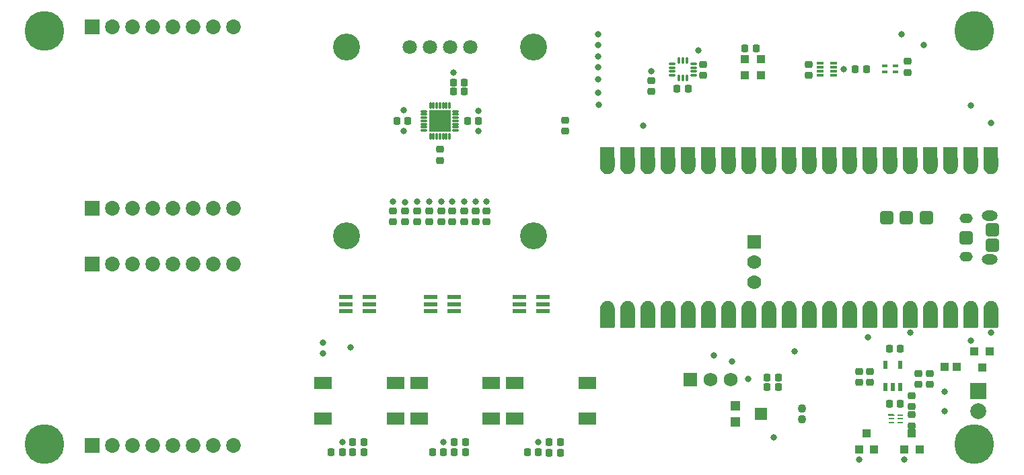
<source format=gbr>
%TF.GenerationSoftware,Altium Limited,Altium Designer,24.9.1 (31)*%
G04 Layer_Color=8388736*
%FSLAX45Y45*%
%MOMM*%
%TF.SameCoordinates,E868E159-F76C-425E-9157-6F4710699125*%
%TF.FilePolarity,Negative*%
%TF.FileFunction,Soldermask,Top*%
%TF.Part,Single*%
G01*
G75*
%TA.AperFunction,SMDPad,CuDef*%
%ADD13R,0.60000X1.10000*%
%ADD18R,1.20000X1.20000*%
%ADD19R,1.50000X1.60000*%
%ADD26C,0.25200*%
%ADD27R,0.75000X0.28000*%
%TA.AperFunction,ViaPad*%
%ADD48C,5.00000*%
%TA.AperFunction,SMDPad,CuDef*%
%ADD79R,2.30320X1.60320*%
%ADD80C,0.80320*%
G04:AMPARAMS|DCode=81|XSize=0.9632mm|YSize=0.8636mm|CornerRadius=0.18415mm|HoleSize=0mm|Usage=FLASHONLY|Rotation=270.000|XOffset=0mm|YOffset=0mm|HoleType=Round|Shape=RoundedRectangle|*
%AMROUNDEDRECTD81*
21,1,0.96320,0.49530,0,0,270.0*
21,1,0.59490,0.86360,0,0,270.0*
1,1,0.36830,-0.24765,-0.29745*
1,1,0.36830,-0.24765,0.29745*
1,1,0.36830,0.24765,0.29745*
1,1,0.36830,0.24765,-0.29745*
%
%ADD81ROUNDEDRECTD81*%
%ADD82R,1.70000X0.60000*%
%ADD83R,2.75000X2.75000*%
%ADD84O,0.30000X0.95000*%
%ADD85O,0.95000X0.30000*%
G04:AMPARAMS|DCode=86|XSize=0.9632mm|YSize=0.8636mm|CornerRadius=0.18415mm|HoleSize=0mm|Usage=FLASHONLY|Rotation=180.000|XOffset=0mm|YOffset=0mm|HoleType=Round|Shape=RoundedRectangle|*
%AMROUNDEDRECTD86*
21,1,0.96320,0.49530,0,0,180.0*
21,1,0.59490,0.86360,0,0,180.0*
1,1,0.36830,-0.29745,0.24765*
1,1,0.36830,0.29745,0.24765*
1,1,0.36830,0.29745,-0.24765*
1,1,0.36830,-0.29745,-0.24765*
%
%ADD86ROUNDEDRECTD86*%
%ADD87R,1.00320X1.10320*%
%ADD88R,0.70000X0.40000*%
%ADD89R,0.82000X0.40000*%
%ADD90R,1.00254X1.00254*%
%ADD91R,1.00320X1.00320*%
%ADD92O,0.29000X0.99000*%
%ADD93O,0.99000X0.29000*%
%ADD94C,1.77800*%
%ADD95R,1.77800X1.77800*%
%TA.AperFunction,ConnectorPad*%
%ADD96O,1.65320X1.25320*%
%ADD97O,2.00320X1.30320*%
%TA.AperFunction,SMDPad,CuDef*%
G04:AMPARAMS|DCode=98|XSize=1.7032mm|YSize=1.7032mm|CornerRadius=0.4016mm|HoleSize=0mm|Usage=FLASHONLY|Rotation=270.000|XOffset=0mm|YOffset=0mm|HoleType=Round|Shape=RoundedRectangle|*
%AMROUNDEDRECTD98*
21,1,1.70320,0.90000,0,0,270.0*
21,1,0.90000,1.70320,0,0,270.0*
1,1,0.80320,-0.45000,-0.45000*
1,1,0.80320,-0.45000,0.45000*
1,1,0.80320,0.45000,0.45000*
1,1,0.80320,0.45000,-0.45000*
%
%ADD98ROUNDEDRECTD98*%
%TA.AperFunction,ComponentPad*%
%ADD99C,1.10320*%
%ADD100R,1.75320X1.75320*%
%ADD101C,1.75320*%
%ADD102C,1.85420*%
%ADD103R,1.85420X1.85420*%
%ADD104C,1.80320*%
%ADD105R,2.00320X2.00320*%
%ADD106C,2.00320*%
%TA.AperFunction,ViaPad*%
%ADD107C,3.40000*%
G36*
X7392999Y-1260818D02*
X7393660Y-1260862D01*
X7394318Y-1260904D01*
X7394323Y-1260905D01*
X7394328Y-1260906D01*
X7394961Y-1261032D01*
X7395625Y-1261163D01*
X7395629Y-1261164D01*
X7395634Y-1261165D01*
X7396229Y-1261367D01*
X7396886Y-1261590D01*
X7396890Y-1261592D01*
X7396895Y-1261593D01*
X7397488Y-1261886D01*
X7398081Y-1262178D01*
X7398085Y-1262180D01*
X7398090Y-1262183D01*
X7398714Y-1262600D01*
X7399189Y-1262917D01*
X7399192Y-1262919D01*
X7399197Y-1262923D01*
X7399748Y-1263406D01*
X7400191Y-1263794D01*
X7400195Y-1263797D01*
X7400198Y-1263801D01*
X7400640Y-1264304D01*
X7401070Y-1264794D01*
X7401073Y-1264798D01*
X7401076Y-1264802D01*
X7401455Y-1265369D01*
X7401811Y-1265901D01*
X7401814Y-1265906D01*
X7401816Y-1265909D01*
X7402105Y-1266494D01*
X7402402Y-1267095D01*
X7402403Y-1267099D01*
X7402406Y-1267104D01*
X7402626Y-1267752D01*
X7402831Y-1268356D01*
X7402832Y-1268360D01*
X7402834Y-1268365D01*
X7402964Y-1269019D01*
X7403092Y-1269662D01*
X7403092Y-1269666D01*
X7403093Y-1269671D01*
X7403136Y-1270320D01*
X7403181Y-1270990D01*
X7403411Y-1510735D01*
X7403411Y-1510739D01*
X7403411Y-1510743D01*
X7403412Y-1515987D01*
Y-1515987D01*
D01*
X7403325Y-1517316D01*
X7401958Y-1527713D01*
X7401784Y-1528586D01*
X7401698Y-1529020D01*
X7398984Y-1539150D01*
X7398556Y-1540411D01*
X7398556Y-1540412D01*
X7394544Y-1550100D01*
X7394543Y-1550101D01*
X7393954Y-1551295D01*
X7388711Y-1560377D01*
X7387971Y-1561485D01*
X7387970Y-1561485D01*
X7381586Y-1569805D01*
X7380708Y-1570806D01*
X7380708Y-1570807D01*
X7380708Y-1570807D01*
X7373292Y-1578222D01*
X7372291Y-1579100D01*
X7363970Y-1585483D01*
X7362863Y-1586223D01*
D01*
X7362862Y-1586224D01*
X7353779Y-1591466D01*
X7352585Y-1592055D01*
X7342895Y-1596067D01*
X7342039Y-1596357D01*
X7341634Y-1596495D01*
X7331503Y-1599207D01*
X7330197Y-1599467D01*
X7330196D01*
X7319799Y-1600833D01*
X7318470Y-1600920D01*
D01*
X7318470D01*
X7313227Y-1600919D01*
X7307987Y-1600920D01*
X7307986D01*
D01*
X7306657Y-1600833D01*
X7296261Y-1599465D01*
X7296260D01*
X7294954Y-1599205D01*
X7284825Y-1596492D01*
X7283564Y-1596064D01*
X7283560Y-1596062D01*
X7273877Y-1592051D01*
X7273875Y-1592051D01*
X7273481Y-1591856D01*
X7272681Y-1591462D01*
X7272678Y-1591460D01*
X7263599Y-1586219D01*
X7262492Y-1585479D01*
X7262491Y-1585479D01*
X7254172Y-1579096D01*
X7253170Y-1578218D01*
X7245756Y-1570803D01*
Y-1570803D01*
X7245755D01*
X7244877Y-1569801D01*
X7238494Y-1561482D01*
X7238493Y-1561482D01*
X7237753Y-1560375D01*
X7232510Y-1551293D01*
X7231921Y-1550098D01*
X7227908Y-1540410D01*
X7227480Y-1539149D01*
X7227480Y-1539148D01*
X7224767Y-1529022D01*
X7224766Y-1529020D01*
X7224558Y-1527973D01*
X7224507Y-1527714D01*
Y-1527713D01*
X7223139Y-1517318D01*
X7223138Y-1517316D01*
X7223064Y-1516173D01*
X7223051Y-1515988D01*
Y-1515987D01*
Y-1515987D01*
X7223052Y-1510758D01*
X7223052Y-1510755D01*
X7222817Y-1271009D01*
X7222817Y-1271004D01*
X7222817Y-1270999D01*
X7222861Y-1270321D01*
X7222902Y-1269680D01*
X7222904Y-1269675D01*
X7222904Y-1269670D01*
X7223040Y-1268987D01*
X7223161Y-1268373D01*
X7223163Y-1268369D01*
X7223164Y-1268364D01*
X7223392Y-1267689D01*
X7223588Y-1267112D01*
X7223590Y-1267108D01*
X7223592Y-1267103D01*
X7223883Y-1266512D01*
X7224176Y-1265917D01*
X7224179Y-1265912D01*
X7224181Y-1265908D01*
X7224552Y-1265353D01*
X7224915Y-1264809D01*
X7224917Y-1264805D01*
X7224921Y-1264801D01*
X7225389Y-1264266D01*
X7225792Y-1263806D01*
X7225796Y-1263803D01*
X7225799Y-1263799D01*
X7226311Y-1263350D01*
X7226792Y-1262927D01*
X7226796Y-1262925D01*
X7226800Y-1262921D01*
X7227398Y-1262521D01*
X7227899Y-1262186D01*
X7227903Y-1262184D01*
X7227908Y-1262181D01*
X7228672Y-1261804D01*
X7229093Y-1261596D01*
X7229096Y-1261595D01*
X7229102Y-1261592D01*
X7229933Y-1261310D01*
X7230354Y-1261167D01*
X7230357Y-1261166D01*
X7230363Y-1261164D01*
X7231218Y-1260994D01*
X7231660Y-1260906D01*
X7231663Y-1260906D01*
X7231670Y-1260904D01*
X7232422Y-1260855D01*
X7232989Y-1260817D01*
X7232994Y-1260817D01*
X7232998Y-1260817D01*
X7392999Y-1260818D01*
D02*
G37*
G36*
X7138999D02*
X7139660Y-1260862D01*
X7140318Y-1260904D01*
X7140323Y-1260905D01*
X7140328Y-1260906D01*
X7140961Y-1261032D01*
X7141625Y-1261163D01*
X7141629Y-1261164D01*
X7141634Y-1261165D01*
X7142229Y-1261367D01*
X7142886Y-1261590D01*
X7142890Y-1261592D01*
X7142895Y-1261593D01*
X7143488Y-1261886D01*
X7144081Y-1262178D01*
X7144085Y-1262180D01*
X7144090Y-1262183D01*
X7144714Y-1262600D01*
X7145189Y-1262917D01*
X7145192Y-1262919D01*
X7145197Y-1262923D01*
X7145748Y-1263406D01*
X7146191Y-1263794D01*
X7146195Y-1263797D01*
X7146198Y-1263801D01*
X7146640Y-1264304D01*
X7147070Y-1264794D01*
X7147073Y-1264798D01*
X7147076Y-1264802D01*
X7147455Y-1265369D01*
X7147811Y-1265901D01*
X7147814Y-1265906D01*
X7147816Y-1265909D01*
X7148105Y-1266494D01*
X7148402Y-1267095D01*
X7148403Y-1267099D01*
X7148406Y-1267104D01*
X7148626Y-1267752D01*
X7148831Y-1268356D01*
X7148832Y-1268360D01*
X7148834Y-1268365D01*
X7148964Y-1269019D01*
X7149092Y-1269662D01*
X7149092Y-1269666D01*
X7149093Y-1269671D01*
X7149136Y-1270320D01*
X7149181Y-1270990D01*
X7149411Y-1510735D01*
X7149411Y-1510739D01*
X7149411Y-1510743D01*
X7149412Y-1515987D01*
Y-1515987D01*
D01*
X7149325Y-1517316D01*
X7147958Y-1527713D01*
X7147784Y-1528586D01*
X7147698Y-1529020D01*
X7144984Y-1539150D01*
X7144556Y-1540411D01*
X7144556Y-1540412D01*
X7140544Y-1550100D01*
X7140543Y-1550101D01*
X7139954Y-1551295D01*
X7134711Y-1560377D01*
X7133971Y-1561485D01*
X7133970Y-1561485D01*
X7127586Y-1569805D01*
X7126708Y-1570806D01*
X7126708Y-1570807D01*
X7126708Y-1570807D01*
X7119292Y-1578222D01*
X7118291Y-1579100D01*
X7109970Y-1585483D01*
X7108863Y-1586223D01*
D01*
X7108862Y-1586224D01*
X7099779Y-1591466D01*
X7098585Y-1592055D01*
X7088895Y-1596067D01*
X7088039Y-1596357D01*
X7087634Y-1596495D01*
X7077503Y-1599207D01*
X7076197Y-1599467D01*
X7076196D01*
X7065799Y-1600833D01*
X7064470Y-1600920D01*
D01*
X7064470D01*
X7059227Y-1600919D01*
X7053987Y-1600920D01*
X7053986D01*
D01*
X7052657Y-1600833D01*
X7042261Y-1599465D01*
X7042260D01*
X7040954Y-1599205D01*
X7030825Y-1596492D01*
X7029564Y-1596064D01*
X7029560Y-1596062D01*
X7019877Y-1592051D01*
X7019875Y-1592051D01*
X7019481Y-1591856D01*
X7018681Y-1591462D01*
X7018678Y-1591460D01*
X7009599Y-1586219D01*
X7008492Y-1585479D01*
X7008491Y-1585479D01*
X7000172Y-1579096D01*
X6999170Y-1578218D01*
X6991756Y-1570803D01*
Y-1570803D01*
X6991755D01*
X6990877Y-1569801D01*
X6984494Y-1561482D01*
X6984493Y-1561482D01*
X6983753Y-1560375D01*
X6978510Y-1551293D01*
X6977921Y-1550098D01*
X6973908Y-1540410D01*
X6973480Y-1539149D01*
X6973480Y-1539148D01*
X6970767Y-1529022D01*
X6970766Y-1529020D01*
X6970558Y-1527973D01*
X6970507Y-1527714D01*
Y-1527713D01*
X6969139Y-1517318D01*
X6969138Y-1517316D01*
X6969064Y-1516173D01*
X6969051Y-1515988D01*
Y-1515987D01*
Y-1515987D01*
X6969052Y-1510758D01*
X6969052Y-1510755D01*
X6968817Y-1271009D01*
X6968817Y-1271004D01*
X6968817Y-1270999D01*
X6968861Y-1270321D01*
X6968902Y-1269680D01*
X6968904Y-1269675D01*
X6968904Y-1269670D01*
X6969040Y-1268987D01*
X6969161Y-1268373D01*
X6969163Y-1268369D01*
X6969164Y-1268364D01*
X6969392Y-1267689D01*
X6969588Y-1267112D01*
X6969590Y-1267108D01*
X6969592Y-1267103D01*
X6969883Y-1266512D01*
X6970176Y-1265917D01*
X6970179Y-1265912D01*
X6970181Y-1265908D01*
X6970552Y-1265353D01*
X6970915Y-1264809D01*
X6970917Y-1264805D01*
X6970921Y-1264801D01*
X6971389Y-1264266D01*
X6971792Y-1263806D01*
X6971796Y-1263803D01*
X6971799Y-1263799D01*
X6972311Y-1263350D01*
X6972792Y-1262927D01*
X6972796Y-1262925D01*
X6972800Y-1262921D01*
X6973398Y-1262521D01*
X6973899Y-1262186D01*
X6973903Y-1262184D01*
X6973908Y-1262181D01*
X6974672Y-1261804D01*
X6975093Y-1261596D01*
X6975096Y-1261595D01*
X6975102Y-1261592D01*
X6975933Y-1261310D01*
X6976354Y-1261167D01*
X6976357Y-1261166D01*
X6976363Y-1261164D01*
X6977218Y-1260994D01*
X6977660Y-1260906D01*
X6977663Y-1260906D01*
X6977670Y-1260904D01*
X6978422Y-1260855D01*
X6978989Y-1260817D01*
X6978994Y-1260817D01*
X6978998Y-1260817D01*
X7138999Y-1260818D01*
D02*
G37*
G36*
X6884999D02*
X6885660Y-1260862D01*
X6886318Y-1260904D01*
X6886323Y-1260905D01*
X6886328Y-1260906D01*
X6886961Y-1261032D01*
X6887625Y-1261163D01*
X6887629Y-1261164D01*
X6887634Y-1261165D01*
X6888229Y-1261367D01*
X6888886Y-1261590D01*
X6888890Y-1261592D01*
X6888895Y-1261593D01*
X6889488Y-1261886D01*
X6890081Y-1262178D01*
X6890085Y-1262180D01*
X6890090Y-1262183D01*
X6890714Y-1262600D01*
X6891189Y-1262917D01*
X6891192Y-1262919D01*
X6891197Y-1262923D01*
X6891748Y-1263406D01*
X6892191Y-1263794D01*
X6892195Y-1263797D01*
X6892198Y-1263801D01*
X6892640Y-1264304D01*
X6893070Y-1264794D01*
X6893073Y-1264798D01*
X6893076Y-1264802D01*
X6893455Y-1265369D01*
X6893811Y-1265901D01*
X6893814Y-1265906D01*
X6893816Y-1265909D01*
X6894105Y-1266494D01*
X6894402Y-1267095D01*
X6894403Y-1267099D01*
X6894406Y-1267104D01*
X6894626Y-1267752D01*
X6894831Y-1268356D01*
X6894832Y-1268360D01*
X6894834Y-1268365D01*
X6894964Y-1269019D01*
X6895092Y-1269662D01*
X6895092Y-1269666D01*
X6895093Y-1269671D01*
X6895136Y-1270320D01*
X6895181Y-1270990D01*
X6895411Y-1510735D01*
X6895411Y-1510739D01*
X6895411Y-1510743D01*
X6895412Y-1515987D01*
Y-1515987D01*
D01*
X6895325Y-1517316D01*
X6893958Y-1527713D01*
X6893784Y-1528586D01*
X6893698Y-1529020D01*
X6890984Y-1539150D01*
X6890556Y-1540411D01*
X6890556Y-1540412D01*
X6886544Y-1550100D01*
X6886543Y-1550101D01*
X6885954Y-1551295D01*
X6880711Y-1560377D01*
X6879971Y-1561485D01*
X6879970Y-1561485D01*
X6873586Y-1569805D01*
X6872708Y-1570806D01*
X6872708Y-1570807D01*
X6872708Y-1570807D01*
X6865292Y-1578222D01*
X6864291Y-1579100D01*
X6855970Y-1585483D01*
X6854863Y-1586223D01*
D01*
X6854862Y-1586224D01*
X6845779Y-1591466D01*
X6844585Y-1592055D01*
X6834895Y-1596067D01*
X6834039Y-1596357D01*
X6833634Y-1596495D01*
X6823503Y-1599207D01*
X6822197Y-1599467D01*
X6822196D01*
X6811799Y-1600833D01*
X6810470Y-1600920D01*
D01*
X6810470D01*
X6805227Y-1600919D01*
X6799987Y-1600920D01*
X6799986D01*
D01*
X6798657Y-1600833D01*
X6788261Y-1599465D01*
X6788260D01*
X6786954Y-1599205D01*
X6776825Y-1596492D01*
X6775564Y-1596064D01*
X6775560Y-1596062D01*
X6765877Y-1592051D01*
X6765875Y-1592051D01*
X6765481Y-1591856D01*
X6764681Y-1591462D01*
X6764678Y-1591460D01*
X6755599Y-1586219D01*
X6754492Y-1585479D01*
X6754491Y-1585479D01*
X6746172Y-1579096D01*
X6745170Y-1578218D01*
X6737756Y-1570803D01*
Y-1570803D01*
X6737755D01*
X6736877Y-1569801D01*
X6730494Y-1561482D01*
X6730493Y-1561482D01*
X6729753Y-1560375D01*
X6724510Y-1551293D01*
X6723921Y-1550098D01*
X6719908Y-1540410D01*
X6719480Y-1539149D01*
X6719480Y-1539148D01*
X6716767Y-1529022D01*
X6716766Y-1529020D01*
X6716558Y-1527973D01*
X6716507Y-1527714D01*
Y-1527713D01*
X6715139Y-1517318D01*
X6715138Y-1517316D01*
X6715064Y-1516173D01*
X6715051Y-1515988D01*
Y-1515987D01*
Y-1515987D01*
X6715052Y-1510758D01*
X6715052Y-1510755D01*
X6714817Y-1271009D01*
X6714817Y-1271004D01*
X6714817Y-1270999D01*
X6714861Y-1270321D01*
X6714902Y-1269680D01*
X6714904Y-1269675D01*
X6714904Y-1269670D01*
X6715040Y-1268987D01*
X6715161Y-1268373D01*
X6715163Y-1268369D01*
X6715164Y-1268364D01*
X6715392Y-1267689D01*
X6715588Y-1267112D01*
X6715590Y-1267108D01*
X6715592Y-1267103D01*
X6715883Y-1266512D01*
X6716176Y-1265917D01*
X6716179Y-1265912D01*
X6716181Y-1265908D01*
X6716552Y-1265353D01*
X6716915Y-1264809D01*
X6716917Y-1264805D01*
X6716921Y-1264801D01*
X6717389Y-1264266D01*
X6717792Y-1263806D01*
X6717796Y-1263803D01*
X6717799Y-1263799D01*
X6718311Y-1263350D01*
X6718792Y-1262927D01*
X6718796Y-1262925D01*
X6718800Y-1262921D01*
X6719398Y-1262521D01*
X6719899Y-1262186D01*
X6719903Y-1262184D01*
X6719908Y-1262181D01*
X6720672Y-1261804D01*
X6721093Y-1261596D01*
X6721096Y-1261595D01*
X6721102Y-1261592D01*
X6721933Y-1261310D01*
X6722354Y-1261167D01*
X6722357Y-1261166D01*
X6722363Y-1261164D01*
X6723218Y-1260994D01*
X6723660Y-1260906D01*
X6723663Y-1260906D01*
X6723670Y-1260904D01*
X6724422Y-1260855D01*
X6724989Y-1260817D01*
X6724994Y-1260817D01*
X6724998Y-1260817D01*
X6884999Y-1260818D01*
D02*
G37*
G36*
X6630999D02*
X6631660Y-1260862D01*
X6632318Y-1260904D01*
X6632323Y-1260905D01*
X6632328Y-1260906D01*
X6632961Y-1261032D01*
X6633625Y-1261163D01*
X6633629Y-1261164D01*
X6633634Y-1261165D01*
X6634229Y-1261367D01*
X6634886Y-1261590D01*
X6634890Y-1261592D01*
X6634895Y-1261593D01*
X6635488Y-1261886D01*
X6636081Y-1262178D01*
X6636085Y-1262180D01*
X6636090Y-1262183D01*
X6636714Y-1262600D01*
X6637189Y-1262917D01*
X6637192Y-1262919D01*
X6637197Y-1262923D01*
X6637748Y-1263406D01*
X6638191Y-1263794D01*
X6638195Y-1263797D01*
X6638198Y-1263801D01*
X6638640Y-1264304D01*
X6639070Y-1264794D01*
X6639073Y-1264798D01*
X6639076Y-1264802D01*
X6639455Y-1265369D01*
X6639811Y-1265901D01*
X6639814Y-1265906D01*
X6639816Y-1265909D01*
X6640105Y-1266494D01*
X6640402Y-1267095D01*
X6640403Y-1267099D01*
X6640406Y-1267104D01*
X6640626Y-1267752D01*
X6640831Y-1268356D01*
X6640832Y-1268360D01*
X6640834Y-1268365D01*
X6640964Y-1269019D01*
X6641092Y-1269662D01*
X6641092Y-1269666D01*
X6641093Y-1269671D01*
X6641136Y-1270320D01*
X6641181Y-1270990D01*
X6641411Y-1510735D01*
X6641411Y-1510739D01*
X6641411Y-1510743D01*
X6641412Y-1515987D01*
Y-1515987D01*
D01*
X6641325Y-1517316D01*
X6639958Y-1527713D01*
X6639784Y-1528586D01*
X6639698Y-1529020D01*
X6636984Y-1539150D01*
X6636556Y-1540411D01*
X6636556Y-1540412D01*
X6632544Y-1550100D01*
X6632543Y-1550101D01*
X6631954Y-1551295D01*
X6626711Y-1560377D01*
X6625971Y-1561485D01*
X6625970Y-1561485D01*
X6619586Y-1569805D01*
X6618708Y-1570806D01*
X6618708Y-1570807D01*
X6618708Y-1570807D01*
X6611292Y-1578222D01*
X6610291Y-1579100D01*
X6601970Y-1585483D01*
X6600863Y-1586223D01*
D01*
X6600862Y-1586224D01*
X6591779Y-1591466D01*
X6590585Y-1592055D01*
X6580895Y-1596067D01*
X6580039Y-1596357D01*
X6579634Y-1596495D01*
X6569503Y-1599207D01*
X6568197Y-1599467D01*
X6568196D01*
X6557799Y-1600833D01*
X6556470Y-1600920D01*
D01*
X6556470D01*
X6551227Y-1600919D01*
X6545987Y-1600920D01*
X6545986D01*
D01*
X6544657Y-1600833D01*
X6534261Y-1599465D01*
X6534260D01*
X6532954Y-1599205D01*
X6522825Y-1596492D01*
X6521564Y-1596064D01*
X6521560Y-1596062D01*
X6511877Y-1592051D01*
X6511875Y-1592051D01*
X6511481Y-1591856D01*
X6510681Y-1591462D01*
X6510678Y-1591460D01*
X6501599Y-1586219D01*
X6500492Y-1585479D01*
X6500491Y-1585479D01*
X6492172Y-1579096D01*
X6491170Y-1578218D01*
X6483756Y-1570803D01*
Y-1570803D01*
X6483755D01*
X6482877Y-1569801D01*
X6476494Y-1561482D01*
X6476493Y-1561482D01*
X6475753Y-1560375D01*
X6470510Y-1551293D01*
X6469921Y-1550098D01*
X6465908Y-1540410D01*
X6465480Y-1539149D01*
X6465480Y-1539148D01*
X6462767Y-1529022D01*
X6462766Y-1529020D01*
X6462558Y-1527973D01*
X6462507Y-1527714D01*
Y-1527713D01*
X6461139Y-1517318D01*
X6461138Y-1517316D01*
X6461064Y-1516173D01*
X6461051Y-1515988D01*
Y-1515987D01*
Y-1515987D01*
X6461052Y-1510758D01*
X6461052Y-1510755D01*
X6460817Y-1271009D01*
X6460817Y-1271004D01*
X6460817Y-1270999D01*
X6460861Y-1270321D01*
X6460902Y-1269680D01*
X6460904Y-1269675D01*
X6460904Y-1269670D01*
X6461040Y-1268987D01*
X6461161Y-1268373D01*
X6461163Y-1268369D01*
X6461164Y-1268364D01*
X6461392Y-1267689D01*
X6461588Y-1267112D01*
X6461590Y-1267108D01*
X6461592Y-1267103D01*
X6461883Y-1266512D01*
X6462176Y-1265917D01*
X6462179Y-1265912D01*
X6462181Y-1265908D01*
X6462552Y-1265353D01*
X6462915Y-1264809D01*
X6462917Y-1264805D01*
X6462921Y-1264801D01*
X6463389Y-1264266D01*
X6463792Y-1263806D01*
X6463796Y-1263803D01*
X6463799Y-1263799D01*
X6464311Y-1263350D01*
X6464792Y-1262927D01*
X6464796Y-1262925D01*
X6464800Y-1262921D01*
X6465398Y-1262521D01*
X6465899Y-1262186D01*
X6465903Y-1262184D01*
X6465908Y-1262181D01*
X6466672Y-1261804D01*
X6467093Y-1261596D01*
X6467096Y-1261595D01*
X6467102Y-1261592D01*
X6467933Y-1261310D01*
X6468354Y-1261167D01*
X6468357Y-1261166D01*
X6468363Y-1261164D01*
X6469218Y-1260994D01*
X6469660Y-1260906D01*
X6469663Y-1260906D01*
X6469670Y-1260904D01*
X6470422Y-1260855D01*
X6470989Y-1260817D01*
X6470994Y-1260817D01*
X6470998Y-1260817D01*
X6630999Y-1260818D01*
D02*
G37*
G36*
X6376999D02*
X6377660Y-1260862D01*
X6378318Y-1260904D01*
X6378323Y-1260905D01*
X6378328Y-1260906D01*
X6378961Y-1261032D01*
X6379625Y-1261163D01*
X6379629Y-1261164D01*
X6379634Y-1261165D01*
X6380229Y-1261367D01*
X6380886Y-1261590D01*
X6380890Y-1261592D01*
X6380895Y-1261593D01*
X6381488Y-1261886D01*
X6382081Y-1262178D01*
X6382085Y-1262180D01*
X6382090Y-1262183D01*
X6382714Y-1262600D01*
X6383189Y-1262917D01*
X6383192Y-1262919D01*
X6383197Y-1262923D01*
X6383748Y-1263406D01*
X6384191Y-1263794D01*
X6384195Y-1263797D01*
X6384198Y-1263801D01*
X6384640Y-1264304D01*
X6385070Y-1264794D01*
X6385073Y-1264798D01*
X6385076Y-1264802D01*
X6385455Y-1265369D01*
X6385811Y-1265901D01*
X6385814Y-1265906D01*
X6385816Y-1265909D01*
X6386105Y-1266494D01*
X6386402Y-1267095D01*
X6386403Y-1267099D01*
X6386406Y-1267104D01*
X6386626Y-1267752D01*
X6386831Y-1268356D01*
X6386832Y-1268360D01*
X6386834Y-1268365D01*
X6386964Y-1269019D01*
X6387092Y-1269662D01*
X6387092Y-1269666D01*
X6387093Y-1269671D01*
X6387136Y-1270320D01*
X6387181Y-1270990D01*
X6387411Y-1510735D01*
X6387411Y-1510739D01*
X6387411Y-1510743D01*
X6387412Y-1515987D01*
Y-1515987D01*
D01*
X6387325Y-1517316D01*
X6385958Y-1527713D01*
X6385784Y-1528586D01*
X6385698Y-1529020D01*
X6382984Y-1539150D01*
X6382556Y-1540411D01*
X6382556Y-1540412D01*
X6378544Y-1550100D01*
X6378543Y-1550101D01*
X6377954Y-1551295D01*
X6372711Y-1560377D01*
X6371971Y-1561485D01*
X6371970Y-1561485D01*
X6365586Y-1569805D01*
X6364708Y-1570806D01*
X6364708Y-1570807D01*
X6364708Y-1570807D01*
X6357292Y-1578222D01*
X6356291Y-1579100D01*
X6347970Y-1585483D01*
X6346863Y-1586223D01*
D01*
X6346862Y-1586224D01*
X6337779Y-1591466D01*
X6336585Y-1592055D01*
X6326895Y-1596067D01*
X6326039Y-1596357D01*
X6325634Y-1596495D01*
X6315503Y-1599207D01*
X6314197Y-1599467D01*
X6314196D01*
X6303799Y-1600833D01*
X6302470Y-1600920D01*
D01*
X6302470D01*
X6297227Y-1600919D01*
X6291987Y-1600920D01*
X6291986D01*
D01*
X6290657Y-1600833D01*
X6280261Y-1599465D01*
X6280260D01*
X6278954Y-1599205D01*
X6268825Y-1596492D01*
X6267564Y-1596064D01*
X6267560Y-1596062D01*
X6257877Y-1592051D01*
X6257875Y-1592051D01*
X6257481Y-1591856D01*
X6256681Y-1591462D01*
X6256678Y-1591460D01*
X6247599Y-1586219D01*
X6246492Y-1585479D01*
X6246491Y-1585479D01*
X6238172Y-1579096D01*
X6237170Y-1578218D01*
X6229756Y-1570803D01*
Y-1570803D01*
X6229755D01*
X6228877Y-1569801D01*
X6222494Y-1561482D01*
X6222493Y-1561482D01*
X6221753Y-1560375D01*
X6216510Y-1551293D01*
X6215921Y-1550098D01*
X6211908Y-1540410D01*
X6211480Y-1539149D01*
X6211480Y-1539148D01*
X6208767Y-1529022D01*
X6208766Y-1529020D01*
X6208558Y-1527973D01*
X6208507Y-1527714D01*
Y-1527713D01*
X6207139Y-1517318D01*
X6207138Y-1517316D01*
X6207064Y-1516173D01*
X6207051Y-1515988D01*
Y-1515987D01*
Y-1515987D01*
X6207052Y-1510758D01*
X6207052Y-1510755D01*
X6206817Y-1271009D01*
X6206817Y-1271004D01*
X6206817Y-1270999D01*
X6206861Y-1270321D01*
X6206902Y-1269680D01*
X6206904Y-1269675D01*
X6206904Y-1269670D01*
X6207040Y-1268987D01*
X6207161Y-1268373D01*
X6207163Y-1268369D01*
X6207164Y-1268364D01*
X6207392Y-1267689D01*
X6207588Y-1267112D01*
X6207590Y-1267108D01*
X6207592Y-1267103D01*
X6207883Y-1266512D01*
X6208176Y-1265917D01*
X6208179Y-1265912D01*
X6208181Y-1265908D01*
X6208552Y-1265353D01*
X6208915Y-1264809D01*
X6208917Y-1264805D01*
X6208921Y-1264801D01*
X6209389Y-1264266D01*
X6209792Y-1263806D01*
X6209796Y-1263803D01*
X6209799Y-1263799D01*
X6210311Y-1263350D01*
X6210792Y-1262927D01*
X6210796Y-1262925D01*
X6210800Y-1262921D01*
X6211398Y-1262521D01*
X6211899Y-1262186D01*
X6211903Y-1262184D01*
X6211908Y-1262181D01*
X6212672Y-1261804D01*
X6213093Y-1261596D01*
X6213096Y-1261595D01*
X6213102Y-1261592D01*
X6213933Y-1261310D01*
X6214354Y-1261167D01*
X6214357Y-1261166D01*
X6214363Y-1261164D01*
X6215218Y-1260994D01*
X6215660Y-1260906D01*
X6215663Y-1260906D01*
X6215670Y-1260904D01*
X6216422Y-1260855D01*
X6216989Y-1260817D01*
X6216994Y-1260817D01*
X6216998Y-1260817D01*
X6376999Y-1260818D01*
D02*
G37*
G36*
X6122999D02*
X6123660Y-1260862D01*
X6124318Y-1260904D01*
X6124323Y-1260905D01*
X6124328Y-1260906D01*
X6124961Y-1261032D01*
X6125625Y-1261163D01*
X6125629Y-1261164D01*
X6125634Y-1261165D01*
X6126229Y-1261367D01*
X6126886Y-1261590D01*
X6126890Y-1261592D01*
X6126895Y-1261593D01*
X6127488Y-1261886D01*
X6128081Y-1262178D01*
X6128085Y-1262180D01*
X6128090Y-1262183D01*
X6128714Y-1262600D01*
X6129189Y-1262917D01*
X6129192Y-1262919D01*
X6129197Y-1262923D01*
X6129748Y-1263406D01*
X6130191Y-1263794D01*
X6130195Y-1263797D01*
X6130198Y-1263801D01*
X6130640Y-1264304D01*
X6131070Y-1264794D01*
X6131073Y-1264798D01*
X6131076Y-1264802D01*
X6131455Y-1265369D01*
X6131811Y-1265901D01*
X6131814Y-1265906D01*
X6131816Y-1265909D01*
X6132105Y-1266494D01*
X6132402Y-1267095D01*
X6132403Y-1267099D01*
X6132406Y-1267104D01*
X6132626Y-1267752D01*
X6132831Y-1268356D01*
X6132832Y-1268360D01*
X6132834Y-1268365D01*
X6132964Y-1269019D01*
X6133092Y-1269662D01*
X6133092Y-1269666D01*
X6133093Y-1269671D01*
X6133136Y-1270320D01*
X6133181Y-1270990D01*
X6133411Y-1510735D01*
X6133411Y-1510739D01*
X6133411Y-1510743D01*
X6133412Y-1515987D01*
Y-1515987D01*
D01*
X6133325Y-1517316D01*
X6131958Y-1527713D01*
X6131784Y-1528586D01*
X6131698Y-1529020D01*
X6128984Y-1539150D01*
X6128556Y-1540411D01*
X6128556Y-1540412D01*
X6124544Y-1550100D01*
X6124543Y-1550101D01*
X6123954Y-1551295D01*
X6118711Y-1560377D01*
X6117971Y-1561485D01*
X6117970Y-1561485D01*
X6111586Y-1569805D01*
X6110708Y-1570806D01*
X6110708Y-1570807D01*
X6110708Y-1570807D01*
X6103292Y-1578222D01*
X6102291Y-1579100D01*
X6093970Y-1585483D01*
X6092863Y-1586223D01*
D01*
X6092862Y-1586224D01*
X6083779Y-1591466D01*
X6082585Y-1592055D01*
X6072895Y-1596067D01*
X6072039Y-1596357D01*
X6071634Y-1596495D01*
X6061503Y-1599207D01*
X6060197Y-1599467D01*
X6060196D01*
X6049799Y-1600833D01*
X6048470Y-1600920D01*
D01*
X6048470D01*
X6043227Y-1600919D01*
X6037987Y-1600920D01*
X6037986D01*
D01*
X6036657Y-1600833D01*
X6026261Y-1599465D01*
X6026260D01*
X6024954Y-1599205D01*
X6014825Y-1596492D01*
X6013564Y-1596064D01*
X6013560Y-1596062D01*
X6003877Y-1592051D01*
X6003875Y-1592051D01*
X6003481Y-1591856D01*
X6002681Y-1591462D01*
X6002678Y-1591460D01*
X5993599Y-1586219D01*
X5992492Y-1585479D01*
X5992491Y-1585479D01*
X5984172Y-1579096D01*
X5983170Y-1578218D01*
X5975756Y-1570803D01*
Y-1570803D01*
X5975755D01*
X5974877Y-1569801D01*
X5968494Y-1561482D01*
X5968493Y-1561482D01*
X5967753Y-1560375D01*
X5962510Y-1551293D01*
X5961921Y-1550098D01*
X5957908Y-1540410D01*
X5957480Y-1539149D01*
X5957480Y-1539148D01*
X5954767Y-1529022D01*
X5954766Y-1529020D01*
X5954558Y-1527973D01*
X5954507Y-1527714D01*
Y-1527713D01*
X5953139Y-1517318D01*
X5953138Y-1517316D01*
X5953064Y-1516173D01*
X5953051Y-1515988D01*
Y-1515987D01*
Y-1515987D01*
X5953052Y-1510758D01*
X5953052Y-1510755D01*
X5952817Y-1271009D01*
X5952817Y-1271004D01*
X5952817Y-1270999D01*
X5952861Y-1270321D01*
X5952902Y-1269680D01*
X5952904Y-1269675D01*
X5952904Y-1269670D01*
X5953040Y-1268987D01*
X5953161Y-1268373D01*
X5953163Y-1268369D01*
X5953164Y-1268364D01*
X5953392Y-1267689D01*
X5953588Y-1267112D01*
X5953590Y-1267108D01*
X5953592Y-1267103D01*
X5953883Y-1266512D01*
X5954176Y-1265917D01*
X5954179Y-1265912D01*
X5954181Y-1265908D01*
X5954552Y-1265353D01*
X5954915Y-1264809D01*
X5954917Y-1264805D01*
X5954921Y-1264801D01*
X5955389Y-1264266D01*
X5955792Y-1263806D01*
X5955796Y-1263803D01*
X5955799Y-1263799D01*
X5956311Y-1263350D01*
X5956792Y-1262927D01*
X5956796Y-1262925D01*
X5956800Y-1262921D01*
X5957398Y-1262521D01*
X5957899Y-1262186D01*
X5957903Y-1262184D01*
X5957908Y-1262181D01*
X5958672Y-1261804D01*
X5959093Y-1261596D01*
X5959096Y-1261595D01*
X5959102Y-1261592D01*
X5959933Y-1261310D01*
X5960354Y-1261167D01*
X5960357Y-1261166D01*
X5960363Y-1261164D01*
X5961218Y-1260994D01*
X5961660Y-1260906D01*
X5961663Y-1260906D01*
X5961670Y-1260904D01*
X5962422Y-1260855D01*
X5962989Y-1260817D01*
X5962994Y-1260817D01*
X5962998Y-1260817D01*
X6122999Y-1260818D01*
D02*
G37*
G36*
X5868999D02*
X5869660Y-1260862D01*
X5870318Y-1260904D01*
X5870323Y-1260905D01*
X5870328Y-1260906D01*
X5870961Y-1261032D01*
X5871625Y-1261163D01*
X5871629Y-1261164D01*
X5871634Y-1261165D01*
X5872229Y-1261367D01*
X5872886Y-1261590D01*
X5872890Y-1261592D01*
X5872895Y-1261593D01*
X5873488Y-1261886D01*
X5874081Y-1262178D01*
X5874085Y-1262180D01*
X5874090Y-1262183D01*
X5874714Y-1262600D01*
X5875189Y-1262917D01*
X5875192Y-1262919D01*
X5875197Y-1262923D01*
X5875748Y-1263406D01*
X5876191Y-1263794D01*
X5876195Y-1263797D01*
X5876198Y-1263801D01*
X5876640Y-1264304D01*
X5877070Y-1264794D01*
X5877073Y-1264798D01*
X5877076Y-1264802D01*
X5877455Y-1265369D01*
X5877811Y-1265901D01*
X5877814Y-1265906D01*
X5877816Y-1265909D01*
X5878105Y-1266494D01*
X5878402Y-1267095D01*
X5878403Y-1267099D01*
X5878406Y-1267104D01*
X5878626Y-1267752D01*
X5878831Y-1268356D01*
X5878832Y-1268360D01*
X5878834Y-1268365D01*
X5878964Y-1269019D01*
X5879092Y-1269662D01*
X5879092Y-1269666D01*
X5879093Y-1269671D01*
X5879136Y-1270320D01*
X5879181Y-1270990D01*
X5879411Y-1510735D01*
X5879411Y-1510739D01*
X5879411Y-1510743D01*
X5879412Y-1515987D01*
Y-1515987D01*
D01*
X5879325Y-1517316D01*
X5877958Y-1527713D01*
X5877784Y-1528586D01*
X5877698Y-1529020D01*
X5874984Y-1539150D01*
X5874556Y-1540411D01*
X5874556Y-1540412D01*
X5870544Y-1550100D01*
X5870543Y-1550101D01*
X5869954Y-1551295D01*
X5864711Y-1560377D01*
X5863971Y-1561485D01*
X5863970Y-1561485D01*
X5857586Y-1569805D01*
X5856708Y-1570806D01*
X5856708Y-1570807D01*
X5856708Y-1570807D01*
X5849292Y-1578222D01*
X5848291Y-1579100D01*
X5839970Y-1585483D01*
X5838863Y-1586223D01*
D01*
X5838862Y-1586224D01*
X5829779Y-1591466D01*
X5828585Y-1592055D01*
X5818895Y-1596067D01*
X5818039Y-1596357D01*
X5817634Y-1596495D01*
X5807503Y-1599207D01*
X5806197Y-1599467D01*
X5806196D01*
X5795799Y-1600833D01*
X5794470Y-1600920D01*
D01*
X5794470D01*
X5789227Y-1600919D01*
X5783987Y-1600920D01*
X5783986D01*
D01*
X5782657Y-1600833D01*
X5772261Y-1599465D01*
X5772260D01*
X5770954Y-1599205D01*
X5760825Y-1596492D01*
X5759564Y-1596064D01*
X5759560Y-1596062D01*
X5749877Y-1592051D01*
X5749875Y-1592051D01*
X5749481Y-1591856D01*
X5748681Y-1591462D01*
X5748678Y-1591460D01*
X5739599Y-1586219D01*
X5738492Y-1585479D01*
X5738491Y-1585479D01*
X5730172Y-1579096D01*
X5729170Y-1578218D01*
X5721756Y-1570803D01*
Y-1570803D01*
X5721755D01*
X5720877Y-1569801D01*
X5714494Y-1561482D01*
X5714493Y-1561482D01*
X5713753Y-1560375D01*
X5708510Y-1551293D01*
X5707921Y-1550098D01*
X5703908Y-1540410D01*
X5703480Y-1539149D01*
X5703480Y-1539148D01*
X5700767Y-1529022D01*
X5700766Y-1529020D01*
X5700558Y-1527973D01*
X5700507Y-1527714D01*
Y-1527713D01*
X5699139Y-1517318D01*
X5699138Y-1517316D01*
X5699064Y-1516173D01*
X5699051Y-1515988D01*
Y-1515987D01*
Y-1515987D01*
X5699052Y-1510758D01*
X5699052Y-1510755D01*
X5698817Y-1271009D01*
X5698817Y-1271004D01*
X5698817Y-1270999D01*
X5698861Y-1270321D01*
X5698902Y-1269680D01*
X5698904Y-1269675D01*
X5698904Y-1269670D01*
X5699040Y-1268987D01*
X5699161Y-1268373D01*
X5699163Y-1268369D01*
X5699164Y-1268364D01*
X5699392Y-1267689D01*
X5699588Y-1267112D01*
X5699590Y-1267108D01*
X5699592Y-1267103D01*
X5699883Y-1266512D01*
X5700176Y-1265917D01*
X5700179Y-1265912D01*
X5700181Y-1265908D01*
X5700552Y-1265353D01*
X5700915Y-1264809D01*
X5700917Y-1264805D01*
X5700921Y-1264801D01*
X5701389Y-1264266D01*
X5701792Y-1263806D01*
X5701796Y-1263803D01*
X5701799Y-1263799D01*
X5702311Y-1263350D01*
X5702792Y-1262927D01*
X5702796Y-1262925D01*
X5702800Y-1262921D01*
X5703398Y-1262521D01*
X5703899Y-1262186D01*
X5703903Y-1262184D01*
X5703908Y-1262181D01*
X5704672Y-1261804D01*
X5705093Y-1261596D01*
X5705096Y-1261595D01*
X5705102Y-1261592D01*
X5705933Y-1261310D01*
X5706354Y-1261167D01*
X5706357Y-1261166D01*
X5706363Y-1261164D01*
X5707218Y-1260994D01*
X5707660Y-1260906D01*
X5707663Y-1260906D01*
X5707670Y-1260904D01*
X5708422Y-1260855D01*
X5708989Y-1260817D01*
X5708994Y-1260817D01*
X5708998Y-1260817D01*
X5868999Y-1260818D01*
D02*
G37*
G36*
X5614999D02*
X5615660Y-1260862D01*
X5616318Y-1260904D01*
X5616323Y-1260905D01*
X5616328Y-1260906D01*
X5616961Y-1261032D01*
X5617625Y-1261163D01*
X5617629Y-1261164D01*
X5617634Y-1261165D01*
X5618229Y-1261367D01*
X5618886Y-1261590D01*
X5618890Y-1261592D01*
X5618895Y-1261593D01*
X5619488Y-1261886D01*
X5620081Y-1262178D01*
X5620085Y-1262180D01*
X5620090Y-1262183D01*
X5620714Y-1262600D01*
X5621189Y-1262917D01*
X5621192Y-1262919D01*
X5621197Y-1262923D01*
X5621748Y-1263406D01*
X5622191Y-1263794D01*
X5622195Y-1263797D01*
X5622198Y-1263801D01*
X5622640Y-1264304D01*
X5623070Y-1264794D01*
X5623073Y-1264798D01*
X5623076Y-1264802D01*
X5623455Y-1265369D01*
X5623811Y-1265901D01*
X5623814Y-1265906D01*
X5623816Y-1265909D01*
X5624105Y-1266494D01*
X5624402Y-1267095D01*
X5624403Y-1267099D01*
X5624406Y-1267104D01*
X5624626Y-1267752D01*
X5624831Y-1268356D01*
X5624832Y-1268360D01*
X5624834Y-1268365D01*
X5624964Y-1269019D01*
X5625092Y-1269662D01*
X5625092Y-1269666D01*
X5625093Y-1269671D01*
X5625136Y-1270320D01*
X5625181Y-1270990D01*
X5625411Y-1510735D01*
X5625411Y-1510739D01*
X5625411Y-1510743D01*
X5625412Y-1515987D01*
Y-1515987D01*
D01*
X5625325Y-1517316D01*
X5623958Y-1527713D01*
X5623784Y-1528586D01*
X5623698Y-1529020D01*
X5620984Y-1539150D01*
X5620556Y-1540411D01*
X5620556Y-1540412D01*
X5616544Y-1550100D01*
X5616543Y-1550101D01*
X5615954Y-1551295D01*
X5610711Y-1560377D01*
X5609971Y-1561485D01*
X5609970Y-1561485D01*
X5603586Y-1569805D01*
X5602708Y-1570806D01*
X5602708Y-1570807D01*
X5602708Y-1570807D01*
X5595292Y-1578222D01*
X5594291Y-1579100D01*
X5585970Y-1585483D01*
X5584863Y-1586223D01*
D01*
X5584862Y-1586224D01*
X5575779Y-1591466D01*
X5574585Y-1592055D01*
X5564895Y-1596067D01*
X5564039Y-1596357D01*
X5563634Y-1596495D01*
X5553503Y-1599207D01*
X5552197Y-1599467D01*
X5552196D01*
X5541799Y-1600833D01*
X5540470Y-1600920D01*
D01*
X5540470D01*
X5535227Y-1600919D01*
X5529987Y-1600920D01*
X5529986D01*
D01*
X5528657Y-1600833D01*
X5518261Y-1599465D01*
X5518260D01*
X5516954Y-1599205D01*
X5506825Y-1596492D01*
X5505564Y-1596064D01*
X5505560Y-1596062D01*
X5495877Y-1592051D01*
X5495875Y-1592051D01*
X5495481Y-1591856D01*
X5494681Y-1591462D01*
X5494678Y-1591460D01*
X5485599Y-1586219D01*
X5484492Y-1585479D01*
X5484491Y-1585479D01*
X5476172Y-1579096D01*
X5475170Y-1578218D01*
X5467756Y-1570803D01*
Y-1570803D01*
X5467755D01*
X5466877Y-1569801D01*
X5460494Y-1561482D01*
X5460493Y-1561482D01*
X5459753Y-1560375D01*
X5454510Y-1551293D01*
X5453921Y-1550098D01*
X5449908Y-1540410D01*
X5449480Y-1539149D01*
X5449480Y-1539148D01*
X5446767Y-1529022D01*
X5446766Y-1529020D01*
X5446558Y-1527973D01*
X5446507Y-1527714D01*
Y-1527713D01*
X5445139Y-1517318D01*
X5445138Y-1517316D01*
X5445064Y-1516173D01*
X5445051Y-1515988D01*
Y-1515987D01*
Y-1515987D01*
X5445052Y-1510758D01*
X5445052Y-1510755D01*
X5444817Y-1271009D01*
X5444817Y-1271004D01*
X5444817Y-1270999D01*
X5444861Y-1270321D01*
X5444902Y-1269680D01*
X5444904Y-1269675D01*
X5444904Y-1269670D01*
X5445040Y-1268987D01*
X5445161Y-1268373D01*
X5445163Y-1268369D01*
X5445164Y-1268364D01*
X5445392Y-1267689D01*
X5445588Y-1267112D01*
X5445590Y-1267108D01*
X5445592Y-1267103D01*
X5445883Y-1266512D01*
X5446176Y-1265917D01*
X5446179Y-1265912D01*
X5446181Y-1265908D01*
X5446552Y-1265353D01*
X5446915Y-1264809D01*
X5446917Y-1264805D01*
X5446921Y-1264801D01*
X5447389Y-1264266D01*
X5447792Y-1263806D01*
X5447796Y-1263803D01*
X5447799Y-1263799D01*
X5448311Y-1263350D01*
X5448792Y-1262927D01*
X5448796Y-1262925D01*
X5448800Y-1262921D01*
X5449398Y-1262521D01*
X5449899Y-1262186D01*
X5449903Y-1262184D01*
X5449908Y-1262181D01*
X5450672Y-1261804D01*
X5451093Y-1261596D01*
X5451096Y-1261595D01*
X5451102Y-1261592D01*
X5451933Y-1261310D01*
X5452354Y-1261167D01*
X5452357Y-1261166D01*
X5452363Y-1261164D01*
X5453218Y-1260994D01*
X5453660Y-1260906D01*
X5453663Y-1260906D01*
X5453670Y-1260904D01*
X5454422Y-1260855D01*
X5454989Y-1260817D01*
X5454994Y-1260817D01*
X5454998Y-1260817D01*
X5614999Y-1260818D01*
D02*
G37*
G36*
X5360999D02*
X5361660Y-1260862D01*
X5362318Y-1260904D01*
X5362323Y-1260905D01*
X5362328Y-1260906D01*
X5362961Y-1261032D01*
X5363625Y-1261163D01*
X5363629Y-1261164D01*
X5363634Y-1261165D01*
X5364229Y-1261367D01*
X5364886Y-1261590D01*
X5364890Y-1261592D01*
X5364895Y-1261593D01*
X5365488Y-1261886D01*
X5366081Y-1262178D01*
X5366085Y-1262180D01*
X5366090Y-1262183D01*
X5366714Y-1262600D01*
X5367189Y-1262917D01*
X5367192Y-1262919D01*
X5367197Y-1262923D01*
X5367748Y-1263406D01*
X5368191Y-1263794D01*
X5368195Y-1263797D01*
X5368198Y-1263801D01*
X5368640Y-1264304D01*
X5369070Y-1264794D01*
X5369073Y-1264798D01*
X5369076Y-1264802D01*
X5369455Y-1265369D01*
X5369811Y-1265901D01*
X5369814Y-1265906D01*
X5369816Y-1265909D01*
X5370105Y-1266494D01*
X5370402Y-1267095D01*
X5370403Y-1267099D01*
X5370406Y-1267104D01*
X5370626Y-1267752D01*
X5370831Y-1268356D01*
X5370832Y-1268360D01*
X5370834Y-1268365D01*
X5370964Y-1269019D01*
X5371092Y-1269662D01*
X5371092Y-1269666D01*
X5371093Y-1269671D01*
X5371136Y-1270320D01*
X5371181Y-1270990D01*
X5371411Y-1510735D01*
X5371411Y-1510739D01*
X5371411Y-1510743D01*
X5371412Y-1515987D01*
Y-1515987D01*
D01*
X5371325Y-1517316D01*
X5369958Y-1527713D01*
X5369784Y-1528586D01*
X5369698Y-1529020D01*
X5366984Y-1539150D01*
X5366556Y-1540411D01*
X5366556Y-1540412D01*
X5362544Y-1550100D01*
X5362543Y-1550101D01*
X5361954Y-1551295D01*
X5356711Y-1560377D01*
X5355971Y-1561485D01*
X5355970Y-1561485D01*
X5349586Y-1569805D01*
X5348708Y-1570806D01*
X5348708Y-1570807D01*
X5348708Y-1570807D01*
X5341292Y-1578222D01*
X5340291Y-1579100D01*
X5331970Y-1585483D01*
X5330863Y-1586223D01*
D01*
X5330862Y-1586224D01*
X5321779Y-1591466D01*
X5320585Y-1592055D01*
X5310895Y-1596067D01*
X5310039Y-1596357D01*
X5309634Y-1596495D01*
X5299503Y-1599207D01*
X5298197Y-1599467D01*
X5298196D01*
X5287799Y-1600833D01*
X5286470Y-1600920D01*
D01*
X5286470D01*
X5281227Y-1600919D01*
X5275987Y-1600920D01*
X5275986D01*
D01*
X5274657Y-1600833D01*
X5264261Y-1599465D01*
X5264260D01*
X5262954Y-1599205D01*
X5252825Y-1596492D01*
X5251564Y-1596064D01*
X5251560Y-1596062D01*
X5241877Y-1592051D01*
X5241875Y-1592051D01*
X5241481Y-1591856D01*
X5240681Y-1591462D01*
X5240678Y-1591460D01*
X5231599Y-1586219D01*
X5230492Y-1585479D01*
X5230491Y-1585479D01*
X5222172Y-1579096D01*
X5221170Y-1578218D01*
X5213756Y-1570803D01*
Y-1570803D01*
X5213755D01*
X5212877Y-1569801D01*
X5206494Y-1561482D01*
X5206493Y-1561482D01*
X5205753Y-1560375D01*
X5200510Y-1551293D01*
X5199921Y-1550098D01*
X5195908Y-1540410D01*
X5195480Y-1539149D01*
X5195480Y-1539148D01*
X5192767Y-1529022D01*
X5192766Y-1529020D01*
X5192558Y-1527973D01*
X5192507Y-1527714D01*
Y-1527713D01*
X5191139Y-1517318D01*
X5191138Y-1517316D01*
X5191064Y-1516173D01*
X5191051Y-1515988D01*
Y-1515987D01*
Y-1515987D01*
X5191052Y-1510758D01*
X5191052Y-1510755D01*
X5190817Y-1271009D01*
X5190817Y-1271004D01*
X5190817Y-1270999D01*
X5190861Y-1270321D01*
X5190902Y-1269680D01*
X5190904Y-1269675D01*
X5190904Y-1269670D01*
X5191040Y-1268987D01*
X5191161Y-1268373D01*
X5191163Y-1268369D01*
X5191164Y-1268364D01*
X5191392Y-1267689D01*
X5191588Y-1267112D01*
X5191590Y-1267108D01*
X5191592Y-1267103D01*
X5191883Y-1266512D01*
X5192176Y-1265917D01*
X5192179Y-1265912D01*
X5192181Y-1265908D01*
X5192552Y-1265353D01*
X5192915Y-1264809D01*
X5192917Y-1264805D01*
X5192921Y-1264801D01*
X5193389Y-1264266D01*
X5193792Y-1263806D01*
X5193796Y-1263803D01*
X5193799Y-1263799D01*
X5194311Y-1263350D01*
X5194792Y-1262927D01*
X5194796Y-1262925D01*
X5194800Y-1262921D01*
X5195398Y-1262521D01*
X5195899Y-1262186D01*
X5195903Y-1262184D01*
X5195908Y-1262181D01*
X5196672Y-1261804D01*
X5197093Y-1261596D01*
X5197096Y-1261595D01*
X5197102Y-1261592D01*
X5197933Y-1261310D01*
X5198354Y-1261167D01*
X5198357Y-1261166D01*
X5198363Y-1261164D01*
X5199218Y-1260994D01*
X5199660Y-1260906D01*
X5199663Y-1260906D01*
X5199670Y-1260904D01*
X5200422Y-1260855D01*
X5200989Y-1260817D01*
X5200994Y-1260817D01*
X5200998Y-1260817D01*
X5360999Y-1260818D01*
D02*
G37*
G36*
X5106999D02*
X5107660Y-1260862D01*
X5108318Y-1260904D01*
X5108323Y-1260905D01*
X5108328Y-1260906D01*
X5108961Y-1261032D01*
X5109625Y-1261163D01*
X5109629Y-1261164D01*
X5109634Y-1261165D01*
X5110229Y-1261367D01*
X5110886Y-1261590D01*
X5110890Y-1261592D01*
X5110895Y-1261593D01*
X5111488Y-1261886D01*
X5112081Y-1262178D01*
X5112085Y-1262180D01*
X5112090Y-1262183D01*
X5112714Y-1262600D01*
X5113189Y-1262917D01*
X5113192Y-1262919D01*
X5113197Y-1262923D01*
X5113748Y-1263406D01*
X5114191Y-1263794D01*
X5114195Y-1263797D01*
X5114198Y-1263801D01*
X5114640Y-1264304D01*
X5115070Y-1264794D01*
X5115073Y-1264798D01*
X5115076Y-1264802D01*
X5115455Y-1265369D01*
X5115811Y-1265901D01*
X5115814Y-1265906D01*
X5115816Y-1265909D01*
X5116105Y-1266494D01*
X5116402Y-1267095D01*
X5116403Y-1267099D01*
X5116406Y-1267104D01*
X5116626Y-1267752D01*
X5116831Y-1268356D01*
X5116832Y-1268360D01*
X5116834Y-1268365D01*
X5116964Y-1269019D01*
X5117092Y-1269662D01*
X5117092Y-1269666D01*
X5117093Y-1269671D01*
X5117136Y-1270320D01*
X5117181Y-1270990D01*
X5117411Y-1510735D01*
X5117411Y-1510739D01*
X5117411Y-1510743D01*
X5117412Y-1515987D01*
Y-1515987D01*
D01*
X5117325Y-1517316D01*
X5115958Y-1527713D01*
X5115784Y-1528586D01*
X5115698Y-1529020D01*
X5112984Y-1539150D01*
X5112556Y-1540411D01*
X5112556Y-1540412D01*
X5108544Y-1550100D01*
X5108543Y-1550101D01*
X5107954Y-1551295D01*
X5102711Y-1560377D01*
X5101971Y-1561485D01*
X5101970Y-1561485D01*
X5095586Y-1569805D01*
X5094708Y-1570806D01*
X5094708Y-1570807D01*
X5094708Y-1570807D01*
X5087292Y-1578222D01*
X5086291Y-1579100D01*
X5077970Y-1585483D01*
X5076863Y-1586223D01*
D01*
X5076862Y-1586224D01*
X5067779Y-1591466D01*
X5066585Y-1592055D01*
X5056895Y-1596067D01*
X5056039Y-1596357D01*
X5055634Y-1596495D01*
X5045503Y-1599207D01*
X5044197Y-1599467D01*
X5044196D01*
X5033799Y-1600833D01*
X5032470Y-1600920D01*
D01*
X5032470D01*
X5027227Y-1600919D01*
X5021987Y-1600920D01*
X5021986D01*
D01*
X5020657Y-1600833D01*
X5010261Y-1599465D01*
X5010260D01*
X5008954Y-1599205D01*
X4998825Y-1596492D01*
X4997564Y-1596064D01*
X4997560Y-1596062D01*
X4987877Y-1592051D01*
X4987875Y-1592051D01*
X4987481Y-1591856D01*
X4986681Y-1591462D01*
X4986678Y-1591460D01*
X4977599Y-1586219D01*
X4976492Y-1585479D01*
X4976491Y-1585479D01*
X4968172Y-1579096D01*
X4967170Y-1578218D01*
X4959756Y-1570803D01*
Y-1570803D01*
X4959755D01*
X4958877Y-1569801D01*
X4952494Y-1561482D01*
X4952493Y-1561482D01*
X4951753Y-1560375D01*
X4946510Y-1551293D01*
X4945921Y-1550098D01*
X4941908Y-1540410D01*
X4941480Y-1539149D01*
X4941480Y-1539148D01*
X4938767Y-1529022D01*
X4938766Y-1529020D01*
X4938558Y-1527973D01*
X4938507Y-1527714D01*
Y-1527713D01*
X4937139Y-1517318D01*
X4937138Y-1517316D01*
X4937064Y-1516173D01*
X4937051Y-1515988D01*
Y-1515987D01*
Y-1515987D01*
X4937052Y-1510758D01*
X4937052Y-1510755D01*
X4936817Y-1271009D01*
X4936817Y-1271004D01*
X4936817Y-1270999D01*
X4936861Y-1270321D01*
X4936902Y-1269680D01*
X4936904Y-1269675D01*
X4936904Y-1269670D01*
X4937040Y-1268987D01*
X4937161Y-1268373D01*
X4937163Y-1268369D01*
X4937164Y-1268364D01*
X4937392Y-1267689D01*
X4937588Y-1267112D01*
X4937590Y-1267108D01*
X4937592Y-1267103D01*
X4937883Y-1266512D01*
X4938176Y-1265917D01*
X4938179Y-1265912D01*
X4938181Y-1265908D01*
X4938552Y-1265353D01*
X4938915Y-1264809D01*
X4938917Y-1264805D01*
X4938921Y-1264801D01*
X4939389Y-1264266D01*
X4939792Y-1263806D01*
X4939796Y-1263803D01*
X4939799Y-1263799D01*
X4940311Y-1263350D01*
X4940792Y-1262927D01*
X4940796Y-1262925D01*
X4940800Y-1262921D01*
X4941398Y-1262521D01*
X4941899Y-1262186D01*
X4941903Y-1262184D01*
X4941908Y-1262181D01*
X4942672Y-1261804D01*
X4943093Y-1261596D01*
X4943096Y-1261595D01*
X4943102Y-1261592D01*
X4943933Y-1261310D01*
X4944354Y-1261167D01*
X4944357Y-1261166D01*
X4944363Y-1261164D01*
X4945218Y-1260994D01*
X4945660Y-1260906D01*
X4945663Y-1260906D01*
X4945670Y-1260904D01*
X4946422Y-1260855D01*
X4946989Y-1260817D01*
X4946994Y-1260817D01*
X4946998Y-1260817D01*
X5106999Y-1260818D01*
D02*
G37*
G36*
X4852999D02*
X4853660Y-1260862D01*
X4854318Y-1260904D01*
X4854323Y-1260905D01*
X4854328Y-1260906D01*
X4854961Y-1261032D01*
X4855625Y-1261163D01*
X4855629Y-1261164D01*
X4855634Y-1261165D01*
X4856229Y-1261367D01*
X4856886Y-1261590D01*
X4856890Y-1261592D01*
X4856895Y-1261593D01*
X4857488Y-1261886D01*
X4858081Y-1262178D01*
X4858085Y-1262180D01*
X4858090Y-1262183D01*
X4858714Y-1262600D01*
X4859189Y-1262917D01*
X4859192Y-1262919D01*
X4859197Y-1262923D01*
X4859748Y-1263406D01*
X4860191Y-1263794D01*
X4860195Y-1263797D01*
X4860198Y-1263801D01*
X4860640Y-1264304D01*
X4861070Y-1264794D01*
X4861073Y-1264798D01*
X4861076Y-1264802D01*
X4861455Y-1265369D01*
X4861811Y-1265901D01*
X4861814Y-1265906D01*
X4861816Y-1265909D01*
X4862105Y-1266494D01*
X4862402Y-1267095D01*
X4862403Y-1267099D01*
X4862406Y-1267104D01*
X4862626Y-1267752D01*
X4862831Y-1268356D01*
X4862832Y-1268360D01*
X4862834Y-1268365D01*
X4862964Y-1269019D01*
X4863092Y-1269662D01*
X4863092Y-1269666D01*
X4863093Y-1269671D01*
X4863136Y-1270320D01*
X4863181Y-1270990D01*
X4863411Y-1510735D01*
X4863411Y-1510739D01*
X4863411Y-1510743D01*
X4863412Y-1515987D01*
Y-1515987D01*
D01*
X4863325Y-1517316D01*
X4861958Y-1527713D01*
X4861784Y-1528586D01*
X4861698Y-1529020D01*
X4858984Y-1539150D01*
X4858556Y-1540411D01*
X4858556Y-1540412D01*
X4854544Y-1550100D01*
X4854543Y-1550101D01*
X4853954Y-1551295D01*
X4848711Y-1560377D01*
X4847971Y-1561485D01*
X4847970Y-1561485D01*
X4841586Y-1569805D01*
X4840708Y-1570806D01*
X4840708Y-1570807D01*
X4840708Y-1570807D01*
X4833292Y-1578222D01*
X4832291Y-1579100D01*
X4823970Y-1585483D01*
X4822863Y-1586223D01*
D01*
X4822862Y-1586224D01*
X4813779Y-1591466D01*
X4812585Y-1592055D01*
X4802895Y-1596067D01*
X4802039Y-1596357D01*
X4801634Y-1596495D01*
X4791503Y-1599207D01*
X4790197Y-1599467D01*
X4790196D01*
X4779799Y-1600833D01*
X4778470Y-1600920D01*
D01*
X4778470D01*
X4773227Y-1600919D01*
X4767987Y-1600920D01*
X4767986D01*
D01*
X4766657Y-1600833D01*
X4756261Y-1599465D01*
X4756260D01*
X4754954Y-1599205D01*
X4744825Y-1596492D01*
X4743564Y-1596064D01*
X4743560Y-1596062D01*
X4733877Y-1592051D01*
X4733875Y-1592051D01*
X4733481Y-1591856D01*
X4732681Y-1591462D01*
X4732678Y-1591460D01*
X4723599Y-1586219D01*
X4722492Y-1585479D01*
X4722491Y-1585479D01*
X4714172Y-1579096D01*
X4713170Y-1578218D01*
X4705756Y-1570803D01*
Y-1570803D01*
X4705755D01*
X4704877Y-1569801D01*
X4698494Y-1561482D01*
X4698493Y-1561482D01*
X4697753Y-1560375D01*
X4692510Y-1551293D01*
X4691921Y-1550098D01*
X4687908Y-1540410D01*
X4687480Y-1539149D01*
X4687480Y-1539148D01*
X4684767Y-1529022D01*
X4684766Y-1529020D01*
X4684558Y-1527973D01*
X4684507Y-1527714D01*
Y-1527713D01*
X4683139Y-1517318D01*
X4683138Y-1517316D01*
X4683064Y-1516173D01*
X4683051Y-1515988D01*
Y-1515987D01*
Y-1515987D01*
X4683052Y-1510758D01*
X4683052Y-1510755D01*
X4682817Y-1271009D01*
X4682817Y-1271004D01*
X4682817Y-1270999D01*
X4682861Y-1270321D01*
X4682902Y-1269680D01*
X4682904Y-1269675D01*
X4682904Y-1269670D01*
X4683040Y-1268987D01*
X4683161Y-1268373D01*
X4683163Y-1268369D01*
X4683164Y-1268364D01*
X4683392Y-1267689D01*
X4683588Y-1267112D01*
X4683590Y-1267108D01*
X4683592Y-1267103D01*
X4683883Y-1266512D01*
X4684176Y-1265917D01*
X4684179Y-1265912D01*
X4684181Y-1265908D01*
X4684552Y-1265353D01*
X4684915Y-1264809D01*
X4684917Y-1264805D01*
X4684921Y-1264801D01*
X4685389Y-1264266D01*
X4685792Y-1263806D01*
X4685796Y-1263803D01*
X4685799Y-1263799D01*
X4686311Y-1263350D01*
X4686792Y-1262927D01*
X4686796Y-1262925D01*
X4686800Y-1262921D01*
X4687398Y-1262521D01*
X4687899Y-1262186D01*
X4687903Y-1262184D01*
X4687908Y-1262181D01*
X4688672Y-1261804D01*
X4689093Y-1261596D01*
X4689096Y-1261595D01*
X4689102Y-1261592D01*
X4689933Y-1261310D01*
X4690354Y-1261167D01*
X4690357Y-1261166D01*
X4690363Y-1261164D01*
X4691218Y-1260994D01*
X4691660Y-1260906D01*
X4691663Y-1260906D01*
X4691670Y-1260904D01*
X4692422Y-1260855D01*
X4692989Y-1260817D01*
X4692994Y-1260817D01*
X4692998Y-1260817D01*
X4852999Y-1260818D01*
D02*
G37*
G36*
X4598999D02*
X4599660Y-1260862D01*
X4600318Y-1260904D01*
X4600323Y-1260905D01*
X4600328Y-1260906D01*
X4600961Y-1261032D01*
X4601625Y-1261163D01*
X4601629Y-1261164D01*
X4601634Y-1261165D01*
X4602229Y-1261367D01*
X4602886Y-1261590D01*
X4602890Y-1261592D01*
X4602895Y-1261593D01*
X4603488Y-1261886D01*
X4604081Y-1262178D01*
X4604085Y-1262180D01*
X4604090Y-1262183D01*
X4604714Y-1262600D01*
X4605189Y-1262917D01*
X4605192Y-1262919D01*
X4605197Y-1262923D01*
X4605748Y-1263406D01*
X4606191Y-1263794D01*
X4606195Y-1263797D01*
X4606198Y-1263801D01*
X4606640Y-1264304D01*
X4607070Y-1264794D01*
X4607073Y-1264798D01*
X4607076Y-1264802D01*
X4607455Y-1265369D01*
X4607811Y-1265901D01*
X4607814Y-1265906D01*
X4607816Y-1265909D01*
X4608105Y-1266494D01*
X4608402Y-1267095D01*
X4608403Y-1267099D01*
X4608406Y-1267104D01*
X4608626Y-1267752D01*
X4608831Y-1268356D01*
X4608832Y-1268360D01*
X4608834Y-1268365D01*
X4608964Y-1269019D01*
X4609092Y-1269662D01*
X4609092Y-1269666D01*
X4609093Y-1269671D01*
X4609136Y-1270320D01*
X4609181Y-1270990D01*
X4609411Y-1510735D01*
X4609411Y-1510739D01*
X4609411Y-1510743D01*
X4609412Y-1515987D01*
Y-1515987D01*
D01*
X4609325Y-1517316D01*
X4607958Y-1527713D01*
X4607784Y-1528586D01*
X4607698Y-1529020D01*
X4604984Y-1539150D01*
X4604556Y-1540411D01*
X4604556Y-1540412D01*
X4600544Y-1550100D01*
X4600543Y-1550101D01*
X4599954Y-1551295D01*
X4594711Y-1560377D01*
X4593971Y-1561485D01*
X4593970Y-1561485D01*
X4587586Y-1569805D01*
X4586708Y-1570806D01*
X4586708Y-1570807D01*
X4586708Y-1570807D01*
X4579292Y-1578222D01*
X4578291Y-1579100D01*
X4569970Y-1585483D01*
X4568863Y-1586223D01*
D01*
X4568862Y-1586224D01*
X4559779Y-1591466D01*
X4558585Y-1592055D01*
X4548895Y-1596067D01*
X4548039Y-1596357D01*
X4547634Y-1596495D01*
X4537503Y-1599207D01*
X4536197Y-1599467D01*
X4536196D01*
X4525799Y-1600833D01*
X4524470Y-1600920D01*
D01*
X4524470D01*
X4519227Y-1600919D01*
X4513987Y-1600920D01*
X4513986D01*
D01*
X4512657Y-1600833D01*
X4502261Y-1599465D01*
X4502260D01*
X4500954Y-1599205D01*
X4490825Y-1596492D01*
X4489564Y-1596064D01*
X4489560Y-1596062D01*
X4479877Y-1592051D01*
X4479875Y-1592051D01*
X4479481Y-1591856D01*
X4478681Y-1591462D01*
X4478678Y-1591460D01*
X4469599Y-1586219D01*
X4468492Y-1585479D01*
X4468491Y-1585479D01*
X4460172Y-1579096D01*
X4459170Y-1578218D01*
X4451756Y-1570803D01*
Y-1570803D01*
X4451755D01*
X4450877Y-1569801D01*
X4444494Y-1561482D01*
X4444493Y-1561482D01*
X4443753Y-1560375D01*
X4438510Y-1551293D01*
X4437921Y-1550098D01*
X4433908Y-1540410D01*
X4433480Y-1539149D01*
X4433480Y-1539148D01*
X4430767Y-1529022D01*
X4430766Y-1529020D01*
X4430558Y-1527973D01*
X4430507Y-1527714D01*
Y-1527713D01*
X4429139Y-1517318D01*
X4429138Y-1517316D01*
X4429064Y-1516173D01*
X4429051Y-1515988D01*
Y-1515987D01*
Y-1515987D01*
X4429052Y-1510758D01*
X4429052Y-1510755D01*
X4428817Y-1271009D01*
X4428817Y-1271004D01*
X4428817Y-1270999D01*
X4428861Y-1270321D01*
X4428902Y-1269680D01*
X4428904Y-1269675D01*
X4428904Y-1269670D01*
X4429040Y-1268987D01*
X4429161Y-1268373D01*
X4429163Y-1268369D01*
X4429164Y-1268364D01*
X4429392Y-1267689D01*
X4429588Y-1267112D01*
X4429590Y-1267108D01*
X4429592Y-1267103D01*
X4429883Y-1266512D01*
X4430176Y-1265917D01*
X4430179Y-1265912D01*
X4430181Y-1265908D01*
X4430552Y-1265353D01*
X4430915Y-1264809D01*
X4430917Y-1264805D01*
X4430921Y-1264801D01*
X4431389Y-1264266D01*
X4431792Y-1263806D01*
X4431796Y-1263803D01*
X4431799Y-1263799D01*
X4432311Y-1263350D01*
X4432792Y-1262927D01*
X4432796Y-1262925D01*
X4432800Y-1262921D01*
X4433398Y-1262521D01*
X4433899Y-1262186D01*
X4433903Y-1262184D01*
X4433908Y-1262181D01*
X4434672Y-1261804D01*
X4435093Y-1261596D01*
X4435096Y-1261595D01*
X4435102Y-1261592D01*
X4435933Y-1261310D01*
X4436354Y-1261167D01*
X4436357Y-1261166D01*
X4436363Y-1261164D01*
X4437218Y-1260994D01*
X4437660Y-1260906D01*
X4437663Y-1260906D01*
X4437670Y-1260904D01*
X4438422Y-1260855D01*
X4438989Y-1260817D01*
X4438994Y-1260817D01*
X4438998Y-1260817D01*
X4598999Y-1260818D01*
D02*
G37*
G36*
X4344999D02*
X4345660Y-1260862D01*
X4346318Y-1260904D01*
X4346323Y-1260905D01*
X4346328Y-1260906D01*
X4346961Y-1261032D01*
X4347625Y-1261163D01*
X4347629Y-1261164D01*
X4347634Y-1261165D01*
X4348229Y-1261367D01*
X4348886Y-1261590D01*
X4348890Y-1261592D01*
X4348895Y-1261593D01*
X4349488Y-1261886D01*
X4350081Y-1262178D01*
X4350085Y-1262180D01*
X4350090Y-1262183D01*
X4350714Y-1262600D01*
X4351189Y-1262917D01*
X4351192Y-1262919D01*
X4351197Y-1262923D01*
X4351748Y-1263406D01*
X4352191Y-1263794D01*
X4352195Y-1263797D01*
X4352198Y-1263801D01*
X4352640Y-1264304D01*
X4353070Y-1264794D01*
X4353073Y-1264798D01*
X4353076Y-1264802D01*
X4353455Y-1265369D01*
X4353811Y-1265901D01*
X4353814Y-1265906D01*
X4353816Y-1265909D01*
X4354105Y-1266494D01*
X4354402Y-1267095D01*
X4354403Y-1267099D01*
X4354406Y-1267104D01*
X4354626Y-1267752D01*
X4354831Y-1268356D01*
X4354832Y-1268360D01*
X4354834Y-1268365D01*
X4354964Y-1269019D01*
X4355092Y-1269662D01*
X4355092Y-1269666D01*
X4355093Y-1269671D01*
X4355136Y-1270320D01*
X4355181Y-1270990D01*
X4355411Y-1510735D01*
X4355411Y-1510739D01*
X4355411Y-1510743D01*
X4355412Y-1515987D01*
Y-1515987D01*
D01*
X4355325Y-1517316D01*
X4353958Y-1527713D01*
X4353784Y-1528586D01*
X4353698Y-1529020D01*
X4350984Y-1539150D01*
X4350556Y-1540411D01*
X4350556Y-1540412D01*
X4346544Y-1550100D01*
X4346543Y-1550101D01*
X4345954Y-1551295D01*
X4340711Y-1560377D01*
X4339971Y-1561485D01*
X4339970Y-1561485D01*
X4333586Y-1569805D01*
X4332708Y-1570806D01*
X4332708Y-1570807D01*
X4332708Y-1570807D01*
X4325292Y-1578222D01*
X4324291Y-1579100D01*
X4315970Y-1585483D01*
X4314863Y-1586223D01*
D01*
X4314862Y-1586224D01*
X4305779Y-1591466D01*
X4304585Y-1592055D01*
X4294895Y-1596067D01*
X4294039Y-1596357D01*
X4293634Y-1596495D01*
X4283503Y-1599207D01*
X4282197Y-1599467D01*
X4282196D01*
X4271799Y-1600833D01*
X4270470Y-1600920D01*
D01*
X4270470D01*
X4265227Y-1600919D01*
X4259987Y-1600920D01*
X4259986D01*
D01*
X4258657Y-1600833D01*
X4248261Y-1599465D01*
X4248260D01*
X4246954Y-1599205D01*
X4236825Y-1596492D01*
X4235564Y-1596064D01*
X4235560Y-1596062D01*
X4225877Y-1592051D01*
X4225875Y-1592051D01*
X4225481Y-1591856D01*
X4224681Y-1591462D01*
X4224678Y-1591460D01*
X4215599Y-1586219D01*
X4214492Y-1585479D01*
X4214491Y-1585479D01*
X4206172Y-1579096D01*
X4205170Y-1578218D01*
X4197756Y-1570803D01*
Y-1570803D01*
X4197755D01*
X4196877Y-1569801D01*
X4190494Y-1561482D01*
X4190493Y-1561482D01*
X4189753Y-1560375D01*
X4184510Y-1551293D01*
X4183921Y-1550098D01*
X4179908Y-1540410D01*
X4179480Y-1539149D01*
X4179480Y-1539148D01*
X4176767Y-1529022D01*
X4176766Y-1529020D01*
X4176558Y-1527973D01*
X4176507Y-1527714D01*
Y-1527713D01*
X4175139Y-1517318D01*
X4175138Y-1517316D01*
X4175064Y-1516173D01*
X4175051Y-1515988D01*
Y-1515987D01*
Y-1515987D01*
X4175052Y-1510758D01*
X4175052Y-1510755D01*
X4174817Y-1271009D01*
X4174817Y-1271004D01*
X4174817Y-1270999D01*
X4174861Y-1270321D01*
X4174902Y-1269680D01*
X4174904Y-1269675D01*
X4174904Y-1269670D01*
X4175040Y-1268987D01*
X4175161Y-1268373D01*
X4175163Y-1268369D01*
X4175164Y-1268364D01*
X4175392Y-1267689D01*
X4175588Y-1267112D01*
X4175590Y-1267108D01*
X4175592Y-1267103D01*
X4175883Y-1266512D01*
X4176176Y-1265917D01*
X4176179Y-1265912D01*
X4176181Y-1265908D01*
X4176552Y-1265353D01*
X4176915Y-1264809D01*
X4176917Y-1264805D01*
X4176921Y-1264801D01*
X4177389Y-1264266D01*
X4177792Y-1263806D01*
X4177796Y-1263803D01*
X4177799Y-1263799D01*
X4178311Y-1263350D01*
X4178792Y-1262927D01*
X4178796Y-1262925D01*
X4178800Y-1262921D01*
X4179398Y-1262521D01*
X4179899Y-1262186D01*
X4179903Y-1262184D01*
X4179908Y-1262181D01*
X4180672Y-1261804D01*
X4181093Y-1261596D01*
X4181096Y-1261595D01*
X4181102Y-1261592D01*
X4181933Y-1261310D01*
X4182354Y-1261167D01*
X4182357Y-1261166D01*
X4182363Y-1261164D01*
X4183218Y-1260994D01*
X4183660Y-1260906D01*
X4183663Y-1260906D01*
X4183670Y-1260904D01*
X4184422Y-1260855D01*
X4184989Y-1260817D01*
X4184994Y-1260817D01*
X4184998Y-1260817D01*
X4344999Y-1260818D01*
D02*
G37*
G36*
X4090999D02*
X4091660Y-1260862D01*
X4092318Y-1260904D01*
X4092323Y-1260905D01*
X4092328Y-1260906D01*
X4092961Y-1261032D01*
X4093625Y-1261163D01*
X4093629Y-1261164D01*
X4093634Y-1261165D01*
X4094229Y-1261367D01*
X4094886Y-1261590D01*
X4094890Y-1261592D01*
X4094895Y-1261593D01*
X4095488Y-1261886D01*
X4096081Y-1262178D01*
X4096085Y-1262180D01*
X4096090Y-1262183D01*
X4096714Y-1262600D01*
X4097189Y-1262917D01*
X4097192Y-1262919D01*
X4097197Y-1262923D01*
X4097748Y-1263406D01*
X4098191Y-1263794D01*
X4098195Y-1263797D01*
X4098198Y-1263801D01*
X4098640Y-1264304D01*
X4099070Y-1264794D01*
X4099073Y-1264798D01*
X4099076Y-1264802D01*
X4099455Y-1265369D01*
X4099811Y-1265901D01*
X4099814Y-1265906D01*
X4099816Y-1265909D01*
X4100105Y-1266494D01*
X4100402Y-1267095D01*
X4100403Y-1267099D01*
X4100406Y-1267104D01*
X4100626Y-1267752D01*
X4100831Y-1268356D01*
X4100832Y-1268360D01*
X4100834Y-1268365D01*
X4100964Y-1269019D01*
X4101092Y-1269662D01*
X4101092Y-1269666D01*
X4101093Y-1269671D01*
X4101136Y-1270320D01*
X4101181Y-1270990D01*
X4101411Y-1510735D01*
X4101411Y-1510739D01*
X4101411Y-1510743D01*
X4101412Y-1515987D01*
Y-1515987D01*
D01*
X4101325Y-1517316D01*
X4099958Y-1527713D01*
X4099784Y-1528586D01*
X4099698Y-1529020D01*
X4096984Y-1539150D01*
X4096556Y-1540411D01*
X4096556Y-1540412D01*
X4092544Y-1550100D01*
X4092543Y-1550101D01*
X4091954Y-1551295D01*
X4086711Y-1560377D01*
X4085971Y-1561485D01*
X4085970Y-1561485D01*
X4079586Y-1569805D01*
X4078708Y-1570806D01*
X4078708Y-1570807D01*
X4078708Y-1570807D01*
X4071292Y-1578222D01*
X4070291Y-1579100D01*
X4061970Y-1585483D01*
X4060863Y-1586223D01*
D01*
X4060862Y-1586224D01*
X4051779Y-1591466D01*
X4050585Y-1592055D01*
X4040895Y-1596067D01*
X4040039Y-1596357D01*
X4039634Y-1596495D01*
X4029503Y-1599207D01*
X4028197Y-1599467D01*
X4028196D01*
X4017799Y-1600833D01*
X4016470Y-1600920D01*
D01*
X4016470D01*
X4011227Y-1600919D01*
X4005987Y-1600920D01*
X4005986D01*
D01*
X4004657Y-1600833D01*
X3994261Y-1599465D01*
X3994260D01*
X3992954Y-1599205D01*
X3982825Y-1596492D01*
X3981564Y-1596064D01*
X3981560Y-1596062D01*
X3971877Y-1592051D01*
X3971875Y-1592051D01*
X3971481Y-1591856D01*
X3970681Y-1591462D01*
X3970678Y-1591460D01*
X3961599Y-1586219D01*
X3960492Y-1585479D01*
X3960491Y-1585479D01*
X3952172Y-1579096D01*
X3951170Y-1578218D01*
X3943756Y-1570803D01*
Y-1570803D01*
X3943755D01*
X3942877Y-1569801D01*
X3936494Y-1561482D01*
X3936493Y-1561482D01*
X3935753Y-1560375D01*
X3930510Y-1551293D01*
X3929921Y-1550098D01*
X3925908Y-1540410D01*
X3925480Y-1539149D01*
X3925480Y-1539148D01*
X3922767Y-1529022D01*
X3922766Y-1529020D01*
X3922558Y-1527973D01*
X3922507Y-1527714D01*
Y-1527713D01*
X3921139Y-1517318D01*
X3921138Y-1517316D01*
X3921064Y-1516173D01*
X3921051Y-1515988D01*
Y-1515987D01*
Y-1515987D01*
X3921052Y-1510758D01*
X3921052Y-1510755D01*
X3920817Y-1271009D01*
X3920817Y-1271004D01*
X3920817Y-1270999D01*
X3920861Y-1270321D01*
X3920902Y-1269680D01*
X3920904Y-1269675D01*
X3920904Y-1269670D01*
X3921040Y-1268987D01*
X3921161Y-1268373D01*
X3921163Y-1268369D01*
X3921164Y-1268364D01*
X3921392Y-1267689D01*
X3921588Y-1267112D01*
X3921590Y-1267108D01*
X3921592Y-1267103D01*
X3921883Y-1266512D01*
X3922176Y-1265917D01*
X3922179Y-1265912D01*
X3922181Y-1265908D01*
X3922552Y-1265353D01*
X3922915Y-1264809D01*
X3922917Y-1264805D01*
X3922921Y-1264801D01*
X3923389Y-1264266D01*
X3923792Y-1263806D01*
X3923796Y-1263803D01*
X3923799Y-1263799D01*
X3924311Y-1263350D01*
X3924792Y-1262927D01*
X3924796Y-1262925D01*
X3924800Y-1262921D01*
X3925398Y-1262521D01*
X3925899Y-1262186D01*
X3925903Y-1262184D01*
X3925908Y-1262181D01*
X3926672Y-1261804D01*
X3927093Y-1261596D01*
X3927096Y-1261595D01*
X3927102Y-1261592D01*
X3927933Y-1261310D01*
X3928354Y-1261167D01*
X3928357Y-1261166D01*
X3928363Y-1261164D01*
X3929218Y-1260994D01*
X3929660Y-1260906D01*
X3929663Y-1260906D01*
X3929670Y-1260904D01*
X3930422Y-1260855D01*
X3930989Y-1260817D01*
X3930994Y-1260817D01*
X3930998Y-1260817D01*
X4090999Y-1260818D01*
D02*
G37*
G36*
X3836999D02*
X3837660Y-1260862D01*
X3838318Y-1260904D01*
X3838323Y-1260905D01*
X3838328Y-1260906D01*
X3838961Y-1261032D01*
X3839625Y-1261163D01*
X3839629Y-1261164D01*
X3839634Y-1261165D01*
X3840229Y-1261367D01*
X3840886Y-1261590D01*
X3840890Y-1261592D01*
X3840895Y-1261593D01*
X3841488Y-1261886D01*
X3842081Y-1262178D01*
X3842085Y-1262180D01*
X3842090Y-1262183D01*
X3842714Y-1262600D01*
X3843189Y-1262917D01*
X3843192Y-1262919D01*
X3843197Y-1262923D01*
X3843748Y-1263406D01*
X3844191Y-1263794D01*
X3844195Y-1263797D01*
X3844198Y-1263801D01*
X3844640Y-1264304D01*
X3845070Y-1264794D01*
X3845073Y-1264798D01*
X3845076Y-1264802D01*
X3845455Y-1265369D01*
X3845811Y-1265901D01*
X3845814Y-1265906D01*
X3845816Y-1265909D01*
X3846105Y-1266494D01*
X3846402Y-1267095D01*
X3846403Y-1267099D01*
X3846406Y-1267104D01*
X3846626Y-1267752D01*
X3846831Y-1268356D01*
X3846832Y-1268360D01*
X3846834Y-1268365D01*
X3846964Y-1269019D01*
X3847092Y-1269662D01*
X3847092Y-1269666D01*
X3847093Y-1269671D01*
X3847136Y-1270320D01*
X3847181Y-1270990D01*
X3847411Y-1510735D01*
X3847411Y-1510739D01*
X3847411Y-1510743D01*
X3847412Y-1515987D01*
Y-1515987D01*
D01*
X3847325Y-1517316D01*
X3845958Y-1527713D01*
X3845784Y-1528586D01*
X3845698Y-1529020D01*
X3842984Y-1539150D01*
X3842556Y-1540411D01*
X3842556Y-1540412D01*
X3838544Y-1550100D01*
X3838543Y-1550101D01*
X3837954Y-1551295D01*
X3832711Y-1560377D01*
X3831971Y-1561485D01*
X3831970Y-1561485D01*
X3825586Y-1569805D01*
X3824708Y-1570806D01*
X3824708Y-1570807D01*
X3824708Y-1570807D01*
X3817292Y-1578222D01*
X3816291Y-1579100D01*
X3807970Y-1585483D01*
X3806863Y-1586223D01*
D01*
X3806862Y-1586224D01*
X3797779Y-1591466D01*
X3796585Y-1592055D01*
X3786895Y-1596067D01*
X3786039Y-1596357D01*
X3785634Y-1596495D01*
X3775503Y-1599207D01*
X3774197Y-1599467D01*
X3774196D01*
X3763799Y-1600833D01*
X3762470Y-1600920D01*
D01*
X3762470D01*
X3757227Y-1600919D01*
X3751987Y-1600920D01*
X3751986D01*
D01*
X3750657Y-1600833D01*
X3740261Y-1599465D01*
X3740260D01*
X3738954Y-1599205D01*
X3728825Y-1596492D01*
X3727564Y-1596064D01*
X3727560Y-1596062D01*
X3717877Y-1592051D01*
X3717875Y-1592051D01*
X3717481Y-1591856D01*
X3716681Y-1591462D01*
X3716678Y-1591460D01*
X3707599Y-1586219D01*
X3706492Y-1585479D01*
X3706491Y-1585479D01*
X3698172Y-1579096D01*
X3697170Y-1578218D01*
X3689756Y-1570803D01*
Y-1570803D01*
X3689755D01*
X3688877Y-1569801D01*
X3682494Y-1561482D01*
X3682493Y-1561482D01*
X3681753Y-1560375D01*
X3676510Y-1551293D01*
X3675921Y-1550098D01*
X3671908Y-1540410D01*
X3671480Y-1539149D01*
X3671480Y-1539148D01*
X3668767Y-1529022D01*
X3668766Y-1529020D01*
X3668558Y-1527973D01*
X3668507Y-1527714D01*
Y-1527713D01*
X3667139Y-1517318D01*
X3667138Y-1517316D01*
X3667064Y-1516173D01*
X3667051Y-1515988D01*
Y-1515987D01*
Y-1515987D01*
X3667052Y-1510758D01*
X3667052Y-1510755D01*
X3666817Y-1271009D01*
X3666817Y-1271004D01*
X3666817Y-1270999D01*
X3666861Y-1270321D01*
X3666902Y-1269680D01*
X3666904Y-1269675D01*
X3666904Y-1269670D01*
X3667040Y-1268987D01*
X3667161Y-1268373D01*
X3667163Y-1268369D01*
X3667164Y-1268364D01*
X3667392Y-1267689D01*
X3667588Y-1267112D01*
X3667590Y-1267108D01*
X3667592Y-1267103D01*
X3667883Y-1266512D01*
X3668176Y-1265917D01*
X3668179Y-1265912D01*
X3668181Y-1265908D01*
X3668552Y-1265353D01*
X3668915Y-1264809D01*
X3668917Y-1264805D01*
X3668921Y-1264801D01*
X3669389Y-1264266D01*
X3669792Y-1263806D01*
X3669796Y-1263803D01*
X3669799Y-1263799D01*
X3670311Y-1263350D01*
X3670792Y-1262927D01*
X3670796Y-1262925D01*
X3670800Y-1262921D01*
X3671398Y-1262521D01*
X3671899Y-1262186D01*
X3671903Y-1262184D01*
X3671908Y-1262181D01*
X3672672Y-1261804D01*
X3673093Y-1261596D01*
X3673096Y-1261595D01*
X3673102Y-1261592D01*
X3673933Y-1261310D01*
X3674354Y-1261167D01*
X3674357Y-1261166D01*
X3674363Y-1261164D01*
X3675218Y-1260994D01*
X3675660Y-1260906D01*
X3675663Y-1260906D01*
X3675670Y-1260904D01*
X3676422Y-1260855D01*
X3676989Y-1260817D01*
X3676994Y-1260817D01*
X3676998Y-1260817D01*
X3836999Y-1260818D01*
D02*
G37*
G36*
X3582999D02*
X3583660Y-1260862D01*
X3584318Y-1260904D01*
X3584323Y-1260905D01*
X3584328Y-1260906D01*
X3584961Y-1261032D01*
X3585625Y-1261163D01*
X3585629Y-1261164D01*
X3585634Y-1261165D01*
X3586229Y-1261367D01*
X3586886Y-1261590D01*
X3586890Y-1261592D01*
X3586895Y-1261593D01*
X3587488Y-1261886D01*
X3588081Y-1262178D01*
X3588085Y-1262180D01*
X3588090Y-1262183D01*
X3588714Y-1262600D01*
X3589189Y-1262917D01*
X3589192Y-1262919D01*
X3589197Y-1262923D01*
X3589748Y-1263406D01*
X3590191Y-1263794D01*
X3590195Y-1263797D01*
X3590198Y-1263801D01*
X3590640Y-1264304D01*
X3591070Y-1264794D01*
X3591073Y-1264798D01*
X3591076Y-1264802D01*
X3591455Y-1265369D01*
X3591811Y-1265901D01*
X3591814Y-1265906D01*
X3591816Y-1265909D01*
X3592105Y-1266494D01*
X3592402Y-1267095D01*
X3592403Y-1267099D01*
X3592406Y-1267104D01*
X3592626Y-1267752D01*
X3592831Y-1268356D01*
X3592832Y-1268360D01*
X3592834Y-1268365D01*
X3592964Y-1269019D01*
X3593092Y-1269662D01*
X3593092Y-1269666D01*
X3593093Y-1269671D01*
X3593136Y-1270320D01*
X3593181Y-1270990D01*
X3593411Y-1510735D01*
X3593411Y-1510739D01*
X3593411Y-1510743D01*
X3593412Y-1515987D01*
Y-1515987D01*
D01*
X3593325Y-1517316D01*
X3591958Y-1527713D01*
X3591784Y-1528586D01*
X3591698Y-1529020D01*
X3588984Y-1539150D01*
X3588556Y-1540411D01*
X3588556Y-1540412D01*
X3584544Y-1550100D01*
X3584543Y-1550101D01*
X3583954Y-1551295D01*
X3578711Y-1560377D01*
X3577971Y-1561485D01*
X3577970Y-1561485D01*
X3571586Y-1569805D01*
X3570708Y-1570806D01*
X3570708Y-1570807D01*
X3570708Y-1570807D01*
X3563292Y-1578222D01*
X3562291Y-1579100D01*
X3553970Y-1585483D01*
X3552863Y-1586223D01*
D01*
X3552862Y-1586224D01*
X3543779Y-1591466D01*
X3542585Y-1592055D01*
X3532895Y-1596067D01*
X3532039Y-1596357D01*
X3531634Y-1596495D01*
X3521503Y-1599207D01*
X3520197Y-1599467D01*
X3520196D01*
X3509799Y-1600833D01*
X3508470Y-1600920D01*
D01*
X3508470D01*
X3503227Y-1600919D01*
X3497987Y-1600920D01*
X3497986D01*
D01*
X3496657Y-1600833D01*
X3486261Y-1599465D01*
X3486260D01*
X3484954Y-1599205D01*
X3474825Y-1596492D01*
X3473564Y-1596064D01*
X3473560Y-1596062D01*
X3463877Y-1592051D01*
X3463875Y-1592051D01*
X3463481Y-1591856D01*
X3462681Y-1591462D01*
X3462678Y-1591460D01*
X3453599Y-1586219D01*
X3452492Y-1585479D01*
X3452491Y-1585479D01*
X3444172Y-1579096D01*
X3443170Y-1578218D01*
X3435756Y-1570803D01*
Y-1570803D01*
X3435755D01*
X3434877Y-1569801D01*
X3428494Y-1561482D01*
X3428493Y-1561482D01*
X3427753Y-1560375D01*
X3422510Y-1551293D01*
X3421921Y-1550098D01*
X3417908Y-1540410D01*
X3417480Y-1539149D01*
X3417480Y-1539148D01*
X3414767Y-1529022D01*
X3414766Y-1529020D01*
X3414558Y-1527973D01*
X3414507Y-1527714D01*
Y-1527713D01*
X3413139Y-1517318D01*
X3413138Y-1517316D01*
X3413064Y-1516173D01*
X3413051Y-1515988D01*
Y-1515987D01*
Y-1515987D01*
X3413052Y-1510758D01*
X3413052Y-1510755D01*
X3412817Y-1271009D01*
X3412817Y-1271004D01*
X3412817Y-1270999D01*
X3412861Y-1270321D01*
X3412902Y-1269680D01*
X3412904Y-1269675D01*
X3412904Y-1269670D01*
X3413040Y-1268987D01*
X3413161Y-1268373D01*
X3413163Y-1268369D01*
X3413164Y-1268364D01*
X3413392Y-1267689D01*
X3413588Y-1267112D01*
X3413590Y-1267108D01*
X3413592Y-1267103D01*
X3413883Y-1266512D01*
X3414176Y-1265917D01*
X3414179Y-1265912D01*
X3414181Y-1265908D01*
X3414552Y-1265353D01*
X3414915Y-1264809D01*
X3414917Y-1264805D01*
X3414921Y-1264801D01*
X3415389Y-1264266D01*
X3415792Y-1263806D01*
X3415796Y-1263803D01*
X3415799Y-1263799D01*
X3416311Y-1263350D01*
X3416792Y-1262927D01*
X3416796Y-1262925D01*
X3416800Y-1262921D01*
X3417398Y-1262521D01*
X3417899Y-1262186D01*
X3417903Y-1262184D01*
X3417908Y-1262181D01*
X3418672Y-1261804D01*
X3419093Y-1261596D01*
X3419096Y-1261595D01*
X3419102Y-1261592D01*
X3419933Y-1261310D01*
X3420354Y-1261167D01*
X3420357Y-1261166D01*
X3420363Y-1261164D01*
X3421218Y-1260994D01*
X3421660Y-1260906D01*
X3421663Y-1260906D01*
X3421670Y-1260904D01*
X3422422Y-1260855D01*
X3422989Y-1260817D01*
X3422994Y-1260817D01*
X3422998Y-1260817D01*
X3582999Y-1260818D01*
D02*
G37*
G36*
X3328999D02*
X3329660Y-1260862D01*
X3330318Y-1260904D01*
X3330323Y-1260905D01*
X3330328Y-1260906D01*
X3330961Y-1261032D01*
X3331625Y-1261163D01*
X3331629Y-1261164D01*
X3331634Y-1261165D01*
X3332229Y-1261367D01*
X3332886Y-1261590D01*
X3332890Y-1261592D01*
X3332895Y-1261593D01*
X3333488Y-1261886D01*
X3334081Y-1262178D01*
X3334085Y-1262180D01*
X3334090Y-1262183D01*
X3334714Y-1262600D01*
X3335189Y-1262917D01*
X3335192Y-1262919D01*
X3335197Y-1262923D01*
X3335748Y-1263406D01*
X3336191Y-1263794D01*
X3336195Y-1263797D01*
X3336198Y-1263801D01*
X3336640Y-1264304D01*
X3337070Y-1264794D01*
X3337073Y-1264798D01*
X3337076Y-1264802D01*
X3337455Y-1265369D01*
X3337811Y-1265901D01*
X3337814Y-1265906D01*
X3337816Y-1265909D01*
X3338105Y-1266494D01*
X3338402Y-1267095D01*
X3338403Y-1267099D01*
X3338406Y-1267104D01*
X3338626Y-1267752D01*
X3338831Y-1268356D01*
X3338832Y-1268360D01*
X3338834Y-1268365D01*
X3338964Y-1269019D01*
X3339092Y-1269662D01*
X3339092Y-1269666D01*
X3339093Y-1269671D01*
X3339136Y-1270320D01*
X3339181Y-1270990D01*
X3339411Y-1510735D01*
X3339411Y-1510739D01*
X3339411Y-1510743D01*
X3339412Y-1515987D01*
Y-1515987D01*
D01*
X3339325Y-1517316D01*
X3337958Y-1527713D01*
X3337784Y-1528586D01*
X3337698Y-1529020D01*
X3334984Y-1539150D01*
X3334556Y-1540411D01*
X3334556Y-1540412D01*
X3330544Y-1550100D01*
X3330543Y-1550101D01*
X3329954Y-1551295D01*
X3324711Y-1560377D01*
X3323971Y-1561485D01*
X3323970Y-1561485D01*
X3317586Y-1569805D01*
X3316708Y-1570806D01*
X3316708Y-1570807D01*
X3316708Y-1570807D01*
X3309292Y-1578222D01*
X3308291Y-1579100D01*
X3299970Y-1585483D01*
X3298863Y-1586223D01*
D01*
X3298862Y-1586224D01*
X3289779Y-1591466D01*
X3288585Y-1592055D01*
X3278895Y-1596067D01*
X3278039Y-1596357D01*
X3277634Y-1596495D01*
X3267503Y-1599207D01*
X3266197Y-1599467D01*
X3266196D01*
X3255799Y-1600833D01*
X3254470Y-1600920D01*
D01*
X3254470D01*
X3249227Y-1600919D01*
X3243987Y-1600920D01*
X3243986D01*
D01*
X3242657Y-1600833D01*
X3232261Y-1599465D01*
X3232260D01*
X3230954Y-1599205D01*
X3220825Y-1596492D01*
X3219564Y-1596064D01*
X3219560Y-1596062D01*
X3209877Y-1592051D01*
X3209875Y-1592051D01*
X3209481Y-1591856D01*
X3208681Y-1591462D01*
X3208678Y-1591460D01*
X3199599Y-1586219D01*
X3198492Y-1585479D01*
X3198491Y-1585479D01*
X3190172Y-1579096D01*
X3189170Y-1578218D01*
X3181756Y-1570803D01*
Y-1570803D01*
X3181755D01*
X3180877Y-1569801D01*
X3174494Y-1561482D01*
X3174493Y-1561482D01*
X3173753Y-1560375D01*
X3168510Y-1551293D01*
X3167921Y-1550098D01*
X3163908Y-1540410D01*
X3163480Y-1539149D01*
X3163480Y-1539148D01*
X3160767Y-1529022D01*
X3160766Y-1529020D01*
X3160558Y-1527973D01*
X3160507Y-1527714D01*
Y-1527713D01*
X3159139Y-1517318D01*
X3159138Y-1517316D01*
X3159064Y-1516173D01*
X3159051Y-1515988D01*
Y-1515987D01*
Y-1515987D01*
X3159052Y-1510758D01*
X3159052Y-1510755D01*
X3158817Y-1271009D01*
X3158817Y-1271004D01*
X3158817Y-1270999D01*
X3158861Y-1270321D01*
X3158902Y-1269680D01*
X3158904Y-1269675D01*
X3158904Y-1269670D01*
X3159040Y-1268987D01*
X3159161Y-1268373D01*
X3159163Y-1268369D01*
X3159164Y-1268364D01*
X3159392Y-1267689D01*
X3159588Y-1267112D01*
X3159590Y-1267108D01*
X3159592Y-1267103D01*
X3159883Y-1266512D01*
X3160176Y-1265917D01*
X3160179Y-1265912D01*
X3160181Y-1265908D01*
X3160552Y-1265353D01*
X3160915Y-1264809D01*
X3160917Y-1264805D01*
X3160921Y-1264801D01*
X3161389Y-1264266D01*
X3161792Y-1263806D01*
X3161796Y-1263803D01*
X3161799Y-1263799D01*
X3162311Y-1263350D01*
X3162792Y-1262927D01*
X3162796Y-1262925D01*
X3162800Y-1262921D01*
X3163398Y-1262521D01*
X3163899Y-1262186D01*
X3163903Y-1262184D01*
X3163908Y-1262181D01*
X3164672Y-1261804D01*
X3165093Y-1261596D01*
X3165096Y-1261595D01*
X3165102Y-1261592D01*
X3165933Y-1261310D01*
X3166354Y-1261167D01*
X3166357Y-1261166D01*
X3166363Y-1261164D01*
X3167218Y-1260994D01*
X3167660Y-1260906D01*
X3167663Y-1260906D01*
X3167670Y-1260904D01*
X3168422Y-1260855D01*
X3168989Y-1260817D01*
X3168994Y-1260817D01*
X3168998Y-1260817D01*
X3328999Y-1260818D01*
D02*
G37*
G36*
X3074999D02*
X3075660Y-1260862D01*
X3076318Y-1260904D01*
X3076323Y-1260905D01*
X3076328Y-1260906D01*
X3076961Y-1261032D01*
X3077625Y-1261163D01*
X3077629Y-1261164D01*
X3077634Y-1261165D01*
X3078229Y-1261367D01*
X3078886Y-1261590D01*
X3078890Y-1261592D01*
X3078895Y-1261593D01*
X3079488Y-1261886D01*
X3080081Y-1262178D01*
X3080085Y-1262180D01*
X3080090Y-1262183D01*
X3080714Y-1262600D01*
X3081189Y-1262917D01*
X3081192Y-1262919D01*
X3081197Y-1262923D01*
X3081748Y-1263406D01*
X3082191Y-1263794D01*
X3082195Y-1263797D01*
X3082198Y-1263801D01*
X3082640Y-1264304D01*
X3083070Y-1264794D01*
X3083073Y-1264798D01*
X3083076Y-1264802D01*
X3083455Y-1265369D01*
X3083811Y-1265901D01*
X3083814Y-1265906D01*
X3083816Y-1265909D01*
X3084105Y-1266494D01*
X3084402Y-1267095D01*
X3084403Y-1267099D01*
X3084406Y-1267104D01*
X3084626Y-1267752D01*
X3084831Y-1268356D01*
X3084832Y-1268360D01*
X3084834Y-1268365D01*
X3084964Y-1269019D01*
X3085092Y-1269662D01*
X3085092Y-1269666D01*
X3085093Y-1269671D01*
X3085136Y-1270320D01*
X3085181Y-1270990D01*
X3085411Y-1510735D01*
X3085411Y-1510739D01*
X3085411Y-1510743D01*
X3085412Y-1515987D01*
Y-1515987D01*
D01*
X3085325Y-1517316D01*
X3083958Y-1527713D01*
X3083784Y-1528586D01*
X3083698Y-1529020D01*
X3080984Y-1539150D01*
X3080556Y-1540411D01*
X3080556Y-1540412D01*
X3076544Y-1550100D01*
X3076543Y-1550101D01*
X3075954Y-1551295D01*
X3070711Y-1560377D01*
X3069971Y-1561485D01*
X3069970Y-1561485D01*
X3063586Y-1569805D01*
X3062708Y-1570806D01*
X3062708Y-1570807D01*
X3062708Y-1570807D01*
X3055292Y-1578222D01*
X3054291Y-1579100D01*
X3045970Y-1585483D01*
X3044863Y-1586223D01*
D01*
X3044862Y-1586224D01*
X3035779Y-1591466D01*
X3034585Y-1592055D01*
X3024895Y-1596067D01*
X3024039Y-1596357D01*
X3023634Y-1596495D01*
X3013503Y-1599207D01*
X3012197Y-1599467D01*
X3012196D01*
X3001799Y-1600833D01*
X3000470Y-1600920D01*
D01*
X3000470D01*
X2995227Y-1600919D01*
X2989987Y-1600920D01*
X2989986D01*
D01*
X2988657Y-1600833D01*
X2978261Y-1599465D01*
X2978260D01*
X2976954Y-1599205D01*
X2966825Y-1596492D01*
X2965564Y-1596064D01*
X2965560Y-1596062D01*
X2955877Y-1592051D01*
X2955875Y-1592051D01*
X2955481Y-1591856D01*
X2954681Y-1591462D01*
X2954678Y-1591460D01*
X2945599Y-1586219D01*
X2944492Y-1585479D01*
X2944491Y-1585479D01*
X2936172Y-1579096D01*
X2935170Y-1578218D01*
X2927756Y-1570803D01*
Y-1570803D01*
X2927755D01*
X2926877Y-1569801D01*
X2920494Y-1561482D01*
X2920493Y-1561482D01*
X2919753Y-1560375D01*
X2914510Y-1551293D01*
X2913921Y-1550098D01*
X2909908Y-1540410D01*
X2909480Y-1539149D01*
X2909480Y-1539148D01*
X2906767Y-1529022D01*
X2906766Y-1529020D01*
X2906558Y-1527973D01*
X2906507Y-1527714D01*
Y-1527713D01*
X2905139Y-1517318D01*
X2905138Y-1517316D01*
X2905064Y-1516173D01*
X2905051Y-1515988D01*
Y-1515987D01*
Y-1515987D01*
X2905052Y-1510758D01*
X2905052Y-1510755D01*
X2904817Y-1271009D01*
X2904817Y-1271004D01*
X2904817Y-1270999D01*
X2904861Y-1270321D01*
X2904902Y-1269680D01*
X2904904Y-1269675D01*
X2904904Y-1269670D01*
X2905040Y-1268987D01*
X2905161Y-1268373D01*
X2905163Y-1268369D01*
X2905164Y-1268364D01*
X2905392Y-1267689D01*
X2905588Y-1267112D01*
X2905590Y-1267108D01*
X2905592Y-1267103D01*
X2905883Y-1266512D01*
X2906176Y-1265917D01*
X2906179Y-1265912D01*
X2906181Y-1265908D01*
X2906552Y-1265353D01*
X2906915Y-1264809D01*
X2906917Y-1264805D01*
X2906921Y-1264801D01*
X2907389Y-1264266D01*
X2907792Y-1263806D01*
X2907796Y-1263803D01*
X2907799Y-1263799D01*
X2908311Y-1263350D01*
X2908792Y-1262927D01*
X2908796Y-1262925D01*
X2908800Y-1262921D01*
X2909398Y-1262521D01*
X2909899Y-1262186D01*
X2909903Y-1262184D01*
X2909908Y-1262181D01*
X2910672Y-1261804D01*
X2911093Y-1261596D01*
X2911096Y-1261595D01*
X2911102Y-1261592D01*
X2911933Y-1261310D01*
X2912354Y-1261167D01*
X2912357Y-1261166D01*
X2912363Y-1261164D01*
X2913218Y-1260994D01*
X2913660Y-1260906D01*
X2913663Y-1260906D01*
X2913670Y-1260904D01*
X2914422Y-1260855D01*
X2914989Y-1260817D01*
X2914994Y-1260817D01*
X2914998Y-1260817D01*
X3074999Y-1260818D01*
D02*
G37*
G36*
X2820999D02*
X2821660Y-1260862D01*
X2822318Y-1260904D01*
X2822323Y-1260905D01*
X2822328Y-1260906D01*
X2822961Y-1261032D01*
X2823625Y-1261163D01*
X2823629Y-1261164D01*
X2823634Y-1261165D01*
X2824229Y-1261367D01*
X2824886Y-1261590D01*
X2824890Y-1261592D01*
X2824895Y-1261593D01*
X2825488Y-1261886D01*
X2826081Y-1262178D01*
X2826085Y-1262180D01*
X2826090Y-1262183D01*
X2826714Y-1262600D01*
X2827189Y-1262917D01*
X2827192Y-1262919D01*
X2827197Y-1262923D01*
X2827748Y-1263406D01*
X2828191Y-1263794D01*
X2828195Y-1263797D01*
X2828198Y-1263801D01*
X2828640Y-1264304D01*
X2829070Y-1264794D01*
X2829073Y-1264798D01*
X2829076Y-1264802D01*
X2829455Y-1265369D01*
X2829811Y-1265901D01*
X2829814Y-1265906D01*
X2829816Y-1265909D01*
X2830105Y-1266494D01*
X2830402Y-1267095D01*
X2830403Y-1267099D01*
X2830406Y-1267104D01*
X2830626Y-1267752D01*
X2830831Y-1268356D01*
X2830832Y-1268360D01*
X2830834Y-1268365D01*
X2830964Y-1269019D01*
X2831092Y-1269662D01*
X2831092Y-1269666D01*
X2831093Y-1269671D01*
X2831136Y-1270320D01*
X2831181Y-1270990D01*
X2831411Y-1510735D01*
X2831411Y-1510739D01*
X2831411Y-1510743D01*
X2831412Y-1515987D01*
Y-1515987D01*
D01*
X2831325Y-1517316D01*
X2829958Y-1527713D01*
X2829784Y-1528586D01*
X2829698Y-1529020D01*
X2826984Y-1539150D01*
X2826556Y-1540411D01*
X2826556Y-1540412D01*
X2822544Y-1550100D01*
X2822543Y-1550101D01*
X2821954Y-1551295D01*
X2816711Y-1560377D01*
X2815971Y-1561485D01*
X2815970Y-1561485D01*
X2809586Y-1569805D01*
X2808708Y-1570806D01*
X2808708Y-1570807D01*
X2808708Y-1570807D01*
X2801292Y-1578222D01*
X2800291Y-1579100D01*
X2791970Y-1585483D01*
X2790863Y-1586223D01*
D01*
X2790862Y-1586224D01*
X2781779Y-1591466D01*
X2780585Y-1592055D01*
X2770895Y-1596067D01*
X2770039Y-1596357D01*
X2769634Y-1596495D01*
X2759503Y-1599207D01*
X2758197Y-1599467D01*
X2758196D01*
X2747799Y-1600833D01*
X2746470Y-1600920D01*
D01*
X2746470D01*
X2741227Y-1600919D01*
X2735987Y-1600920D01*
X2735986D01*
D01*
X2734657Y-1600833D01*
X2724261Y-1599465D01*
X2724260D01*
X2722954Y-1599205D01*
X2712825Y-1596492D01*
X2711564Y-1596064D01*
X2711560Y-1596062D01*
X2701877Y-1592051D01*
X2701875Y-1592051D01*
X2701481Y-1591856D01*
X2700681Y-1591462D01*
X2700678Y-1591460D01*
X2691599Y-1586219D01*
X2690492Y-1585479D01*
X2690491Y-1585479D01*
X2682172Y-1579096D01*
X2681170Y-1578218D01*
X2673756Y-1570803D01*
Y-1570803D01*
X2673755D01*
X2672877Y-1569801D01*
X2666494Y-1561482D01*
X2666493Y-1561482D01*
X2665753Y-1560375D01*
X2660510Y-1551293D01*
X2659921Y-1550098D01*
X2655908Y-1540410D01*
X2655480Y-1539149D01*
X2655480Y-1539148D01*
X2652767Y-1529022D01*
X2652766Y-1529020D01*
X2652558Y-1527973D01*
X2652507Y-1527714D01*
Y-1527713D01*
X2651139Y-1517318D01*
X2651138Y-1517316D01*
X2651064Y-1516173D01*
X2651051Y-1515988D01*
Y-1515987D01*
Y-1515987D01*
X2651052Y-1510758D01*
X2651052Y-1510755D01*
X2650817Y-1271009D01*
X2650817Y-1271004D01*
X2650817Y-1270999D01*
X2650861Y-1270321D01*
X2650902Y-1269680D01*
X2650904Y-1269675D01*
X2650904Y-1269670D01*
X2651040Y-1268987D01*
X2651161Y-1268373D01*
X2651163Y-1268369D01*
X2651164Y-1268364D01*
X2651392Y-1267689D01*
X2651588Y-1267112D01*
X2651590Y-1267108D01*
X2651592Y-1267103D01*
X2651883Y-1266512D01*
X2652176Y-1265917D01*
X2652179Y-1265912D01*
X2652181Y-1265908D01*
X2652552Y-1265353D01*
X2652915Y-1264809D01*
X2652917Y-1264805D01*
X2652921Y-1264801D01*
X2653389Y-1264266D01*
X2653792Y-1263806D01*
X2653796Y-1263803D01*
X2653799Y-1263799D01*
X2654311Y-1263350D01*
X2654792Y-1262927D01*
X2654796Y-1262925D01*
X2654800Y-1262921D01*
X2655398Y-1262521D01*
X2655899Y-1262186D01*
X2655903Y-1262184D01*
X2655908Y-1262181D01*
X2656672Y-1261804D01*
X2657093Y-1261596D01*
X2657096Y-1261595D01*
X2657102Y-1261592D01*
X2657933Y-1261310D01*
X2658354Y-1261167D01*
X2658357Y-1261166D01*
X2658363Y-1261164D01*
X2659218Y-1260994D01*
X2659660Y-1260906D01*
X2659663Y-1260906D01*
X2659670Y-1260904D01*
X2660422Y-1260855D01*
X2660989Y-1260817D01*
X2660994Y-1260817D01*
X2660998Y-1260817D01*
X2820999Y-1260818D01*
D02*
G37*
G36*
X2566999D02*
X2567660Y-1260862D01*
X2568318Y-1260904D01*
X2568323Y-1260905D01*
X2568328Y-1260906D01*
X2568961Y-1261032D01*
X2569625Y-1261163D01*
X2569629Y-1261164D01*
X2569634Y-1261165D01*
X2570229Y-1261367D01*
X2570886Y-1261590D01*
X2570890Y-1261592D01*
X2570895Y-1261593D01*
X2571488Y-1261886D01*
X2572081Y-1262178D01*
X2572085Y-1262180D01*
X2572090Y-1262183D01*
X2572714Y-1262600D01*
X2573189Y-1262917D01*
X2573192Y-1262919D01*
X2573197Y-1262923D01*
X2573748Y-1263406D01*
X2574191Y-1263794D01*
X2574195Y-1263797D01*
X2574198Y-1263801D01*
X2574640Y-1264304D01*
X2575070Y-1264794D01*
X2575073Y-1264798D01*
X2575076Y-1264802D01*
X2575455Y-1265369D01*
X2575811Y-1265901D01*
X2575814Y-1265906D01*
X2575816Y-1265909D01*
X2576105Y-1266494D01*
X2576402Y-1267095D01*
X2576403Y-1267099D01*
X2576406Y-1267104D01*
X2576626Y-1267752D01*
X2576831Y-1268356D01*
X2576832Y-1268360D01*
X2576834Y-1268365D01*
X2576964Y-1269019D01*
X2577092Y-1269662D01*
X2577092Y-1269666D01*
X2577093Y-1269671D01*
X2577136Y-1270320D01*
X2577181Y-1270990D01*
X2577411Y-1510735D01*
X2577411Y-1510739D01*
X2577411Y-1510743D01*
X2577412Y-1515987D01*
Y-1515987D01*
D01*
X2577325Y-1517316D01*
X2575958Y-1527713D01*
X2575784Y-1528586D01*
X2575698Y-1529020D01*
X2572984Y-1539150D01*
X2572556Y-1540411D01*
X2572556Y-1540412D01*
X2568544Y-1550100D01*
X2568543Y-1550101D01*
X2567954Y-1551295D01*
X2562711Y-1560377D01*
X2561971Y-1561485D01*
X2561970Y-1561485D01*
X2555586Y-1569805D01*
X2554708Y-1570806D01*
X2554708Y-1570807D01*
X2554708Y-1570807D01*
X2547292Y-1578222D01*
X2546291Y-1579100D01*
X2537970Y-1585483D01*
X2536863Y-1586223D01*
D01*
X2536862Y-1586224D01*
X2527779Y-1591466D01*
X2526585Y-1592055D01*
X2516895Y-1596067D01*
X2516039Y-1596357D01*
X2515634Y-1596495D01*
X2505503Y-1599207D01*
X2504197Y-1599467D01*
X2504196D01*
X2493799Y-1600833D01*
X2492470Y-1600920D01*
D01*
X2492470D01*
X2487227Y-1600919D01*
X2481987Y-1600920D01*
X2481986D01*
D01*
X2480657Y-1600833D01*
X2470261Y-1599465D01*
X2470260D01*
X2468954Y-1599205D01*
X2458825Y-1596492D01*
X2457564Y-1596064D01*
X2457560Y-1596062D01*
X2447877Y-1592051D01*
X2447875Y-1592051D01*
X2447481Y-1591856D01*
X2446681Y-1591462D01*
X2446678Y-1591460D01*
X2437599Y-1586219D01*
X2436492Y-1585479D01*
X2436491Y-1585479D01*
X2428172Y-1579096D01*
X2427170Y-1578218D01*
X2419756Y-1570803D01*
Y-1570803D01*
X2419755D01*
X2418877Y-1569801D01*
X2412494Y-1561482D01*
X2412493Y-1561482D01*
X2411753Y-1560375D01*
X2406510Y-1551293D01*
X2405921Y-1550098D01*
X2401908Y-1540410D01*
X2401480Y-1539149D01*
X2401480Y-1539148D01*
X2398767Y-1529022D01*
X2398766Y-1529020D01*
X2398558Y-1527973D01*
X2398507Y-1527714D01*
Y-1527713D01*
X2397139Y-1517318D01*
X2397138Y-1517316D01*
X2397064Y-1516173D01*
X2397051Y-1515988D01*
Y-1515987D01*
Y-1515987D01*
X2397052Y-1510758D01*
X2397052Y-1510755D01*
X2396817Y-1271009D01*
X2396817Y-1271004D01*
X2396817Y-1270999D01*
X2396861Y-1270321D01*
X2396902Y-1269680D01*
X2396904Y-1269675D01*
X2396904Y-1269670D01*
X2397040Y-1268987D01*
X2397161Y-1268373D01*
X2397163Y-1268369D01*
X2397164Y-1268364D01*
X2397392Y-1267689D01*
X2397588Y-1267112D01*
X2397590Y-1267108D01*
X2397592Y-1267103D01*
X2397883Y-1266512D01*
X2398176Y-1265917D01*
X2398179Y-1265912D01*
X2398181Y-1265908D01*
X2398552Y-1265353D01*
X2398915Y-1264809D01*
X2398917Y-1264805D01*
X2398921Y-1264801D01*
X2399389Y-1264266D01*
X2399792Y-1263806D01*
X2399796Y-1263803D01*
X2399799Y-1263799D01*
X2400311Y-1263350D01*
X2400792Y-1262927D01*
X2400796Y-1262925D01*
X2400800Y-1262921D01*
X2401398Y-1262521D01*
X2401899Y-1262186D01*
X2401903Y-1262184D01*
X2401908Y-1262181D01*
X2402672Y-1261804D01*
X2403093Y-1261596D01*
X2403096Y-1261595D01*
X2403102Y-1261592D01*
X2403933Y-1261310D01*
X2404354Y-1261167D01*
X2404357Y-1261166D01*
X2404363Y-1261164D01*
X2405218Y-1260994D01*
X2405660Y-1260906D01*
X2405663Y-1260906D01*
X2405670Y-1260904D01*
X2406422Y-1260855D01*
X2406989Y-1260817D01*
X2406994Y-1260817D01*
X2406998Y-1260817D01*
X2566999Y-1260818D01*
D02*
G37*
G36*
X7313240Y-3198577D02*
X7318480Y-3198576D01*
X7318481D01*
D01*
X7319810Y-3198663D01*
X7330206Y-3200031D01*
X7330207D01*
X7331513Y-3200291D01*
X7341642Y-3203004D01*
X7342903Y-3203432D01*
X7342907Y-3203434D01*
X7352590Y-3207444D01*
X7352592Y-3207445D01*
X7352986Y-3207639D01*
X7353786Y-3208033D01*
X7353789Y-3208035D01*
X7362868Y-3213276D01*
X7363975Y-3214016D01*
X7363976Y-3214017D01*
X7372295Y-3220400D01*
X7373297Y-3221278D01*
X7380711Y-3228693D01*
Y-3228693D01*
X7380712D01*
X7381590Y-3229694D01*
X7387973Y-3238013D01*
X7387974Y-3238014D01*
X7388714Y-3239121D01*
X7393957Y-3248203D01*
X7394546Y-3249397D01*
X7398559Y-3259085D01*
X7398987Y-3260347D01*
X7398987Y-3260348D01*
X7401700Y-3270474D01*
X7401701Y-3270476D01*
X7401909Y-3271522D01*
X7401960Y-3271782D01*
Y-3271782D01*
X7403328Y-3282177D01*
X7403329Y-3282180D01*
X7403404Y-3283322D01*
X7403416Y-3283508D01*
Y-3283508D01*
Y-3283509D01*
X7403415Y-3288737D01*
X7403415Y-3288741D01*
X7403650Y-3528486D01*
X7403650Y-3528492D01*
X7403650Y-3528497D01*
X7403606Y-3529175D01*
X7403565Y-3529816D01*
X7403564Y-3529820D01*
X7403563Y-3529826D01*
X7403427Y-3530509D01*
X7403306Y-3531122D01*
X7403304Y-3531127D01*
X7403303Y-3531132D01*
X7403075Y-3531806D01*
X7402879Y-3532384D01*
X7402877Y-3532388D01*
X7402875Y-3532393D01*
X7402584Y-3532984D01*
X7402291Y-3533579D01*
X7402288Y-3533584D01*
X7402286Y-3533588D01*
X7401915Y-3534143D01*
X7401552Y-3534687D01*
X7401550Y-3534690D01*
X7401546Y-3534695D01*
X7401078Y-3535229D01*
X7400675Y-3535689D01*
X7400672Y-3535692D01*
X7400668Y-3535696D01*
X7400156Y-3536146D01*
X7399675Y-3536568D01*
X7399671Y-3536571D01*
X7399667Y-3536574D01*
X7399069Y-3536974D01*
X7398568Y-3537309D01*
X7398564Y-3537311D01*
X7398559Y-3537314D01*
X7397795Y-3537691D01*
X7397374Y-3537899D01*
X7397371Y-3537900D01*
X7397365Y-3537904D01*
X7396534Y-3538185D01*
X7396113Y-3538329D01*
X7396110Y-3538329D01*
X7396104Y-3538332D01*
X7395249Y-3538501D01*
X7394807Y-3538590D01*
X7394804Y-3538590D01*
X7394798Y-3538591D01*
X7394045Y-3538641D01*
X7393478Y-3538678D01*
X7393473Y-3538678D01*
X7393469Y-3538678D01*
X7233468Y-3538677D01*
X7232807Y-3538634D01*
X7232149Y-3538591D01*
X7232144Y-3538590D01*
X7232139Y-3538590D01*
X7231506Y-3538464D01*
X7230843Y-3538333D01*
X7230838Y-3538331D01*
X7230833Y-3538330D01*
X7230239Y-3538128D01*
X7229581Y-3537906D01*
X7229577Y-3537904D01*
X7229572Y-3537902D01*
X7228979Y-3537610D01*
X7228386Y-3537318D01*
X7228382Y-3537315D01*
X7228377Y-3537313D01*
X7227753Y-3536896D01*
X7227278Y-3536579D01*
X7227275Y-3536576D01*
X7227270Y-3536573D01*
X7226719Y-3536090D01*
X7226276Y-3535702D01*
X7226272Y-3535698D01*
X7226269Y-3535695D01*
X7225827Y-3535191D01*
X7225397Y-3534702D01*
X7225394Y-3534698D01*
X7225391Y-3534694D01*
X7225012Y-3534127D01*
X7224656Y-3533595D01*
X7224653Y-3533590D01*
X7224651Y-3533586D01*
X7224362Y-3533002D01*
X7224065Y-3532401D01*
X7224064Y-3532396D01*
X7224061Y-3532392D01*
X7223842Y-3531744D01*
X7223636Y-3531140D01*
X7223635Y-3531135D01*
X7223634Y-3531131D01*
X7223503Y-3530477D01*
X7223375Y-3529834D01*
X7223375Y-3529829D01*
X7223374Y-3529824D01*
X7223331Y-3529176D01*
X7223287Y-3528505D01*
X7223056Y-3288761D01*
X7223056Y-3288756D01*
X7223056Y-3288752D01*
X7223055Y-3283509D01*
Y-3283509D01*
D01*
X7223142Y-3282180D01*
X7224509Y-3271782D01*
X7224683Y-3270909D01*
X7224769Y-3270476D01*
X7227483Y-3260346D01*
X7227911Y-3259084D01*
X7227911Y-3259084D01*
X7231923Y-3249396D01*
X7231924Y-3249395D01*
X7232513Y-3248200D01*
X7237756Y-3239118D01*
X7238496Y-3238011D01*
X7238497Y-3238010D01*
X7244881Y-3229691D01*
X7245759Y-3228689D01*
X7245759Y-3228689D01*
X7245759Y-3228689D01*
X7253175Y-3221274D01*
X7254176Y-3220396D01*
X7262497Y-3214012D01*
X7263604Y-3213272D01*
D01*
X7263605Y-3213272D01*
X7272688Y-3208030D01*
X7273882Y-3207441D01*
X7283572Y-3203429D01*
X7284428Y-3203138D01*
X7284833Y-3203001D01*
X7294964Y-3200288D01*
X7296270Y-3200029D01*
X7296271D01*
X7306668Y-3198662D01*
X7307997Y-3198575D01*
D01*
X7307997D01*
X7313240Y-3198577D01*
D02*
G37*
G36*
X7059240D02*
X7064480Y-3198576D01*
X7064481D01*
D01*
X7065810Y-3198663D01*
X7076206Y-3200031D01*
X7076207D01*
X7077513Y-3200291D01*
X7087642Y-3203004D01*
X7088903Y-3203432D01*
X7088907Y-3203434D01*
X7098590Y-3207444D01*
X7098592Y-3207445D01*
X7098986Y-3207639D01*
X7099786Y-3208033D01*
X7099789Y-3208035D01*
X7108868Y-3213276D01*
X7109975Y-3214016D01*
X7109976Y-3214017D01*
X7118295Y-3220400D01*
X7119297Y-3221278D01*
X7126711Y-3228693D01*
Y-3228693D01*
X7126712D01*
X7127590Y-3229694D01*
X7133973Y-3238013D01*
X7133974Y-3238014D01*
X7134714Y-3239121D01*
X7139957Y-3248203D01*
X7140546Y-3249397D01*
X7144559Y-3259085D01*
X7144987Y-3260347D01*
X7144987Y-3260348D01*
X7147700Y-3270474D01*
X7147701Y-3270476D01*
X7147909Y-3271522D01*
X7147960Y-3271782D01*
Y-3271782D01*
X7149328Y-3282177D01*
X7149329Y-3282180D01*
X7149404Y-3283322D01*
X7149416Y-3283508D01*
Y-3283508D01*
Y-3283509D01*
X7149415Y-3288737D01*
X7149415Y-3288741D01*
X7149650Y-3528486D01*
X7149650Y-3528492D01*
X7149650Y-3528497D01*
X7149606Y-3529175D01*
X7149565Y-3529816D01*
X7149564Y-3529820D01*
X7149563Y-3529826D01*
X7149427Y-3530509D01*
X7149306Y-3531122D01*
X7149304Y-3531127D01*
X7149303Y-3531132D01*
X7149075Y-3531806D01*
X7148879Y-3532384D01*
X7148877Y-3532388D01*
X7148875Y-3532393D01*
X7148584Y-3532984D01*
X7148291Y-3533579D01*
X7148288Y-3533584D01*
X7148286Y-3533588D01*
X7147915Y-3534143D01*
X7147552Y-3534687D01*
X7147550Y-3534690D01*
X7147546Y-3534695D01*
X7147078Y-3535229D01*
X7146675Y-3535689D01*
X7146672Y-3535692D01*
X7146668Y-3535696D01*
X7146156Y-3536146D01*
X7145675Y-3536568D01*
X7145671Y-3536571D01*
X7145667Y-3536574D01*
X7145069Y-3536974D01*
X7144568Y-3537309D01*
X7144564Y-3537311D01*
X7144559Y-3537314D01*
X7143795Y-3537691D01*
X7143374Y-3537899D01*
X7143371Y-3537900D01*
X7143365Y-3537904D01*
X7142534Y-3538185D01*
X7142113Y-3538329D01*
X7142110Y-3538329D01*
X7142104Y-3538332D01*
X7141249Y-3538501D01*
X7140807Y-3538590D01*
X7140804Y-3538590D01*
X7140798Y-3538591D01*
X7140045Y-3538641D01*
X7139478Y-3538678D01*
X7139473Y-3538678D01*
X7139469Y-3538678D01*
X6979468Y-3538677D01*
X6978807Y-3538634D01*
X6978149Y-3538591D01*
X6978144Y-3538590D01*
X6978139Y-3538590D01*
X6977506Y-3538464D01*
X6976843Y-3538333D01*
X6976838Y-3538331D01*
X6976833Y-3538330D01*
X6976239Y-3538128D01*
X6975581Y-3537906D01*
X6975577Y-3537904D01*
X6975572Y-3537902D01*
X6974979Y-3537610D01*
X6974386Y-3537318D01*
X6974382Y-3537315D01*
X6974377Y-3537313D01*
X6973753Y-3536896D01*
X6973278Y-3536579D01*
X6973275Y-3536576D01*
X6973270Y-3536573D01*
X6972719Y-3536090D01*
X6972276Y-3535702D01*
X6972272Y-3535698D01*
X6972269Y-3535695D01*
X6971827Y-3535191D01*
X6971397Y-3534702D01*
X6971394Y-3534698D01*
X6971391Y-3534694D01*
X6971012Y-3534127D01*
X6970656Y-3533595D01*
X6970653Y-3533590D01*
X6970651Y-3533586D01*
X6970362Y-3533002D01*
X6970065Y-3532401D01*
X6970064Y-3532396D01*
X6970061Y-3532392D01*
X6969842Y-3531744D01*
X6969636Y-3531140D01*
X6969635Y-3531135D01*
X6969634Y-3531131D01*
X6969503Y-3530477D01*
X6969375Y-3529834D01*
X6969375Y-3529829D01*
X6969374Y-3529824D01*
X6969331Y-3529176D01*
X6969287Y-3528505D01*
X6969056Y-3288761D01*
X6969056Y-3288756D01*
X6969056Y-3288752D01*
X6969055Y-3283509D01*
Y-3283509D01*
D01*
X6969142Y-3282180D01*
X6970509Y-3271782D01*
X6970683Y-3270909D01*
X6970769Y-3270476D01*
X6973483Y-3260346D01*
X6973911Y-3259084D01*
X6973911Y-3259084D01*
X6977923Y-3249396D01*
X6977924Y-3249395D01*
X6978513Y-3248200D01*
X6983756Y-3239118D01*
X6984496Y-3238011D01*
X6984497Y-3238010D01*
X6990881Y-3229691D01*
X6991759Y-3228689D01*
X6991759Y-3228689D01*
X6991759Y-3228689D01*
X6999175Y-3221274D01*
X7000177Y-3220396D01*
X7008497Y-3214012D01*
X7009604Y-3213272D01*
D01*
X7009605Y-3213272D01*
X7018688Y-3208030D01*
X7019882Y-3207441D01*
X7029572Y-3203429D01*
X7030428Y-3203138D01*
X7030833Y-3203001D01*
X7040964Y-3200288D01*
X7042270Y-3200029D01*
X7042271D01*
X7052668Y-3198662D01*
X7053997Y-3198575D01*
D01*
X7053997D01*
X7059240Y-3198577D01*
D02*
G37*
G36*
X6805240D02*
X6810480Y-3198576D01*
X6810481D01*
D01*
X6811810Y-3198663D01*
X6822206Y-3200031D01*
X6822207D01*
X6823513Y-3200291D01*
X6833642Y-3203004D01*
X6834903Y-3203432D01*
X6834907Y-3203434D01*
X6844590Y-3207444D01*
X6844592Y-3207445D01*
X6844986Y-3207639D01*
X6845786Y-3208033D01*
X6845789Y-3208035D01*
X6854868Y-3213276D01*
X6855975Y-3214016D01*
X6855976Y-3214017D01*
X6864295Y-3220400D01*
X6865297Y-3221278D01*
X6872711Y-3228693D01*
Y-3228693D01*
X6872712D01*
X6873590Y-3229694D01*
X6879973Y-3238013D01*
X6879974Y-3238014D01*
X6880714Y-3239121D01*
X6885957Y-3248203D01*
X6886546Y-3249397D01*
X6890559Y-3259085D01*
X6890987Y-3260347D01*
X6890987Y-3260348D01*
X6893700Y-3270474D01*
X6893701Y-3270476D01*
X6893909Y-3271522D01*
X6893960Y-3271782D01*
Y-3271782D01*
X6895328Y-3282177D01*
X6895329Y-3282180D01*
X6895404Y-3283322D01*
X6895416Y-3283508D01*
Y-3283508D01*
Y-3283509D01*
X6895415Y-3288737D01*
X6895415Y-3288741D01*
X6895650Y-3528486D01*
X6895650Y-3528492D01*
X6895650Y-3528497D01*
X6895606Y-3529175D01*
X6895565Y-3529816D01*
X6895564Y-3529820D01*
X6895563Y-3529826D01*
X6895427Y-3530509D01*
X6895306Y-3531122D01*
X6895304Y-3531127D01*
X6895303Y-3531132D01*
X6895075Y-3531806D01*
X6894879Y-3532384D01*
X6894877Y-3532388D01*
X6894875Y-3532393D01*
X6894584Y-3532984D01*
X6894291Y-3533579D01*
X6894288Y-3533584D01*
X6894286Y-3533588D01*
X6893915Y-3534143D01*
X6893552Y-3534687D01*
X6893550Y-3534690D01*
X6893546Y-3534695D01*
X6893078Y-3535229D01*
X6892675Y-3535689D01*
X6892672Y-3535692D01*
X6892668Y-3535696D01*
X6892156Y-3536146D01*
X6891675Y-3536568D01*
X6891671Y-3536571D01*
X6891667Y-3536574D01*
X6891069Y-3536974D01*
X6890568Y-3537309D01*
X6890564Y-3537311D01*
X6890559Y-3537314D01*
X6889795Y-3537691D01*
X6889374Y-3537899D01*
X6889371Y-3537900D01*
X6889365Y-3537904D01*
X6888534Y-3538185D01*
X6888113Y-3538329D01*
X6888110Y-3538329D01*
X6888104Y-3538332D01*
X6887249Y-3538501D01*
X6886807Y-3538590D01*
X6886804Y-3538590D01*
X6886798Y-3538591D01*
X6886045Y-3538641D01*
X6885478Y-3538678D01*
X6885473Y-3538678D01*
X6885469Y-3538678D01*
X6725468Y-3538677D01*
X6724807Y-3538634D01*
X6724149Y-3538591D01*
X6724144Y-3538590D01*
X6724139Y-3538590D01*
X6723506Y-3538464D01*
X6722843Y-3538333D01*
X6722838Y-3538331D01*
X6722833Y-3538330D01*
X6722239Y-3538128D01*
X6721581Y-3537906D01*
X6721577Y-3537904D01*
X6721572Y-3537902D01*
X6720979Y-3537610D01*
X6720386Y-3537318D01*
X6720382Y-3537315D01*
X6720377Y-3537313D01*
X6719753Y-3536896D01*
X6719278Y-3536579D01*
X6719275Y-3536576D01*
X6719270Y-3536573D01*
X6718719Y-3536090D01*
X6718276Y-3535702D01*
X6718272Y-3535698D01*
X6718269Y-3535695D01*
X6717827Y-3535191D01*
X6717397Y-3534702D01*
X6717394Y-3534698D01*
X6717391Y-3534694D01*
X6717012Y-3534127D01*
X6716656Y-3533595D01*
X6716653Y-3533590D01*
X6716651Y-3533586D01*
X6716362Y-3533002D01*
X6716065Y-3532401D01*
X6716064Y-3532396D01*
X6716061Y-3532392D01*
X6715842Y-3531744D01*
X6715636Y-3531140D01*
X6715635Y-3531135D01*
X6715634Y-3531131D01*
X6715503Y-3530477D01*
X6715375Y-3529834D01*
X6715375Y-3529829D01*
X6715374Y-3529824D01*
X6715331Y-3529176D01*
X6715287Y-3528505D01*
X6715056Y-3288761D01*
X6715056Y-3288756D01*
X6715056Y-3288752D01*
X6715055Y-3283509D01*
Y-3283509D01*
D01*
X6715142Y-3282180D01*
X6716509Y-3271782D01*
X6716683Y-3270909D01*
X6716769Y-3270476D01*
X6719483Y-3260346D01*
X6719911Y-3259084D01*
X6719911Y-3259084D01*
X6723923Y-3249396D01*
X6723924Y-3249395D01*
X6724513Y-3248200D01*
X6729756Y-3239118D01*
X6730496Y-3238011D01*
X6730497Y-3238010D01*
X6736881Y-3229691D01*
X6737759Y-3228689D01*
X6737759Y-3228689D01*
X6737759Y-3228689D01*
X6745175Y-3221274D01*
X6746176Y-3220396D01*
X6754497Y-3214012D01*
X6755604Y-3213272D01*
D01*
X6755605Y-3213272D01*
X6764688Y-3208030D01*
X6765882Y-3207441D01*
X6775572Y-3203429D01*
X6776428Y-3203138D01*
X6776833Y-3203001D01*
X6786964Y-3200288D01*
X6788270Y-3200029D01*
X6788271D01*
X6798668Y-3198662D01*
X6799997Y-3198575D01*
D01*
X6799997D01*
X6805240Y-3198577D01*
D02*
G37*
G36*
X6551240D02*
X6556480Y-3198576D01*
X6556481D01*
D01*
X6557810Y-3198663D01*
X6568206Y-3200031D01*
X6568207D01*
X6569513Y-3200291D01*
X6579642Y-3203004D01*
X6580903Y-3203432D01*
X6580907Y-3203434D01*
X6590590Y-3207444D01*
X6590592Y-3207445D01*
X6590986Y-3207639D01*
X6591786Y-3208033D01*
X6591789Y-3208035D01*
X6600868Y-3213276D01*
X6601975Y-3214016D01*
X6601976Y-3214017D01*
X6610295Y-3220400D01*
X6611297Y-3221278D01*
X6618711Y-3228693D01*
Y-3228693D01*
X6618712D01*
X6619590Y-3229694D01*
X6625973Y-3238013D01*
X6625974Y-3238014D01*
X6626714Y-3239121D01*
X6631957Y-3248203D01*
X6632546Y-3249397D01*
X6636559Y-3259085D01*
X6636987Y-3260347D01*
X6636987Y-3260348D01*
X6639700Y-3270474D01*
X6639701Y-3270476D01*
X6639909Y-3271522D01*
X6639960Y-3271782D01*
Y-3271782D01*
X6641328Y-3282177D01*
X6641329Y-3282180D01*
X6641404Y-3283322D01*
X6641416Y-3283508D01*
Y-3283508D01*
Y-3283509D01*
X6641415Y-3288737D01*
X6641415Y-3288741D01*
X6641650Y-3528486D01*
X6641650Y-3528492D01*
X6641650Y-3528497D01*
X6641606Y-3529175D01*
X6641565Y-3529816D01*
X6641564Y-3529820D01*
X6641563Y-3529826D01*
X6641427Y-3530509D01*
X6641306Y-3531122D01*
X6641304Y-3531127D01*
X6641303Y-3531132D01*
X6641075Y-3531806D01*
X6640879Y-3532384D01*
X6640877Y-3532388D01*
X6640875Y-3532393D01*
X6640584Y-3532984D01*
X6640291Y-3533579D01*
X6640288Y-3533584D01*
X6640286Y-3533588D01*
X6639915Y-3534143D01*
X6639552Y-3534687D01*
X6639550Y-3534690D01*
X6639546Y-3534695D01*
X6639078Y-3535229D01*
X6638675Y-3535689D01*
X6638672Y-3535692D01*
X6638668Y-3535696D01*
X6638156Y-3536146D01*
X6637675Y-3536568D01*
X6637671Y-3536571D01*
X6637667Y-3536574D01*
X6637069Y-3536974D01*
X6636568Y-3537309D01*
X6636564Y-3537311D01*
X6636559Y-3537314D01*
X6635795Y-3537691D01*
X6635374Y-3537899D01*
X6635371Y-3537900D01*
X6635365Y-3537904D01*
X6634534Y-3538185D01*
X6634113Y-3538329D01*
X6634110Y-3538329D01*
X6634104Y-3538332D01*
X6633249Y-3538501D01*
X6632807Y-3538590D01*
X6632804Y-3538590D01*
X6632798Y-3538591D01*
X6632045Y-3538641D01*
X6631478Y-3538678D01*
X6631473Y-3538678D01*
X6631469Y-3538678D01*
X6471468Y-3538677D01*
X6470807Y-3538634D01*
X6470149Y-3538591D01*
X6470144Y-3538590D01*
X6470139Y-3538590D01*
X6469506Y-3538464D01*
X6468843Y-3538333D01*
X6468838Y-3538331D01*
X6468833Y-3538330D01*
X6468239Y-3538128D01*
X6467581Y-3537906D01*
X6467577Y-3537904D01*
X6467572Y-3537902D01*
X6466979Y-3537610D01*
X6466386Y-3537318D01*
X6466382Y-3537315D01*
X6466377Y-3537313D01*
X6465753Y-3536896D01*
X6465278Y-3536579D01*
X6465275Y-3536576D01*
X6465270Y-3536573D01*
X6464719Y-3536090D01*
X6464276Y-3535702D01*
X6464272Y-3535698D01*
X6464269Y-3535695D01*
X6463827Y-3535191D01*
X6463397Y-3534702D01*
X6463394Y-3534698D01*
X6463391Y-3534694D01*
X6463012Y-3534127D01*
X6462656Y-3533595D01*
X6462653Y-3533590D01*
X6462651Y-3533586D01*
X6462362Y-3533002D01*
X6462065Y-3532401D01*
X6462064Y-3532396D01*
X6462061Y-3532392D01*
X6461842Y-3531744D01*
X6461636Y-3531140D01*
X6461635Y-3531135D01*
X6461634Y-3531131D01*
X6461503Y-3530477D01*
X6461375Y-3529834D01*
X6461375Y-3529829D01*
X6461374Y-3529824D01*
X6461331Y-3529176D01*
X6461287Y-3528505D01*
X6461056Y-3288761D01*
X6461056Y-3288756D01*
X6461056Y-3288752D01*
X6461055Y-3283509D01*
Y-3283509D01*
D01*
X6461142Y-3282180D01*
X6462509Y-3271782D01*
X6462683Y-3270909D01*
X6462769Y-3270476D01*
X6465483Y-3260346D01*
X6465911Y-3259084D01*
X6465911Y-3259084D01*
X6469923Y-3249396D01*
X6469924Y-3249395D01*
X6470513Y-3248200D01*
X6475756Y-3239118D01*
X6476496Y-3238011D01*
X6476497Y-3238010D01*
X6482881Y-3229691D01*
X6483759Y-3228689D01*
X6483759Y-3228689D01*
X6483759Y-3228689D01*
X6491175Y-3221274D01*
X6492177Y-3220396D01*
X6500497Y-3214012D01*
X6501604Y-3213272D01*
D01*
X6501605Y-3213272D01*
X6510688Y-3208030D01*
X6511882Y-3207441D01*
X6521572Y-3203429D01*
X6522428Y-3203138D01*
X6522833Y-3203001D01*
X6532964Y-3200288D01*
X6534270Y-3200029D01*
X6534271D01*
X6544668Y-3198662D01*
X6545997Y-3198575D01*
D01*
X6545997D01*
X6551240Y-3198577D01*
D02*
G37*
G36*
X6297240D02*
X6302480Y-3198576D01*
X6302481D01*
D01*
X6303810Y-3198663D01*
X6314206Y-3200031D01*
X6314207D01*
X6315513Y-3200291D01*
X6325642Y-3203004D01*
X6326903Y-3203432D01*
X6326907Y-3203434D01*
X6336590Y-3207444D01*
X6336592Y-3207445D01*
X6336986Y-3207639D01*
X6337786Y-3208033D01*
X6337789Y-3208035D01*
X6346868Y-3213276D01*
X6347975Y-3214016D01*
X6347976Y-3214017D01*
X6356295Y-3220400D01*
X6357297Y-3221278D01*
X6364711Y-3228693D01*
Y-3228693D01*
X6364712D01*
X6365590Y-3229694D01*
X6371973Y-3238013D01*
X6371974Y-3238014D01*
X6372714Y-3239121D01*
X6377957Y-3248203D01*
X6378546Y-3249397D01*
X6382559Y-3259085D01*
X6382987Y-3260347D01*
X6382987Y-3260348D01*
X6385700Y-3270474D01*
X6385701Y-3270476D01*
X6385909Y-3271522D01*
X6385960Y-3271782D01*
Y-3271782D01*
X6387328Y-3282177D01*
X6387329Y-3282180D01*
X6387404Y-3283322D01*
X6387416Y-3283508D01*
Y-3283508D01*
Y-3283509D01*
X6387415Y-3288737D01*
X6387415Y-3288741D01*
X6387650Y-3528486D01*
X6387650Y-3528492D01*
X6387650Y-3528497D01*
X6387606Y-3529175D01*
X6387565Y-3529816D01*
X6387564Y-3529820D01*
X6387563Y-3529826D01*
X6387427Y-3530509D01*
X6387306Y-3531122D01*
X6387304Y-3531127D01*
X6387303Y-3531132D01*
X6387075Y-3531806D01*
X6386879Y-3532384D01*
X6386877Y-3532388D01*
X6386875Y-3532393D01*
X6386584Y-3532984D01*
X6386291Y-3533579D01*
X6386288Y-3533584D01*
X6386286Y-3533588D01*
X6385915Y-3534143D01*
X6385552Y-3534687D01*
X6385550Y-3534690D01*
X6385546Y-3534695D01*
X6385078Y-3535229D01*
X6384675Y-3535689D01*
X6384672Y-3535692D01*
X6384668Y-3535696D01*
X6384156Y-3536146D01*
X6383675Y-3536568D01*
X6383671Y-3536571D01*
X6383667Y-3536574D01*
X6383069Y-3536974D01*
X6382568Y-3537309D01*
X6382564Y-3537311D01*
X6382559Y-3537314D01*
X6381795Y-3537691D01*
X6381374Y-3537899D01*
X6381371Y-3537900D01*
X6381365Y-3537904D01*
X6380534Y-3538185D01*
X6380113Y-3538329D01*
X6380110Y-3538329D01*
X6380104Y-3538332D01*
X6379249Y-3538501D01*
X6378807Y-3538590D01*
X6378804Y-3538590D01*
X6378798Y-3538591D01*
X6378045Y-3538641D01*
X6377478Y-3538678D01*
X6377473Y-3538678D01*
X6377469Y-3538678D01*
X6217468Y-3538677D01*
X6216807Y-3538634D01*
X6216149Y-3538591D01*
X6216144Y-3538590D01*
X6216139Y-3538590D01*
X6215506Y-3538464D01*
X6214843Y-3538333D01*
X6214838Y-3538331D01*
X6214833Y-3538330D01*
X6214239Y-3538128D01*
X6213581Y-3537906D01*
X6213577Y-3537904D01*
X6213572Y-3537902D01*
X6212979Y-3537610D01*
X6212386Y-3537318D01*
X6212382Y-3537315D01*
X6212377Y-3537313D01*
X6211753Y-3536896D01*
X6211278Y-3536579D01*
X6211275Y-3536576D01*
X6211270Y-3536573D01*
X6210719Y-3536090D01*
X6210276Y-3535702D01*
X6210272Y-3535698D01*
X6210269Y-3535695D01*
X6209827Y-3535191D01*
X6209397Y-3534702D01*
X6209394Y-3534698D01*
X6209391Y-3534694D01*
X6209012Y-3534127D01*
X6208656Y-3533595D01*
X6208653Y-3533590D01*
X6208651Y-3533586D01*
X6208362Y-3533002D01*
X6208065Y-3532401D01*
X6208064Y-3532396D01*
X6208061Y-3532392D01*
X6207842Y-3531744D01*
X6207636Y-3531140D01*
X6207635Y-3531135D01*
X6207634Y-3531131D01*
X6207503Y-3530477D01*
X6207375Y-3529834D01*
X6207375Y-3529829D01*
X6207374Y-3529824D01*
X6207331Y-3529176D01*
X6207287Y-3528505D01*
X6207056Y-3288761D01*
X6207056Y-3288756D01*
X6207056Y-3288752D01*
X6207055Y-3283509D01*
Y-3283509D01*
D01*
X6207142Y-3282180D01*
X6208509Y-3271782D01*
X6208683Y-3270909D01*
X6208769Y-3270476D01*
X6211483Y-3260346D01*
X6211911Y-3259084D01*
X6211911Y-3259084D01*
X6215923Y-3249396D01*
X6215924Y-3249395D01*
X6216513Y-3248200D01*
X6221756Y-3239118D01*
X6222496Y-3238011D01*
X6222497Y-3238010D01*
X6228881Y-3229691D01*
X6229759Y-3228689D01*
X6229759Y-3228689D01*
X6229759Y-3228689D01*
X6237175Y-3221274D01*
X6238177Y-3220396D01*
X6246497Y-3214012D01*
X6247604Y-3213272D01*
D01*
X6247605Y-3213272D01*
X6256688Y-3208030D01*
X6257882Y-3207441D01*
X6267572Y-3203429D01*
X6268428Y-3203138D01*
X6268833Y-3203001D01*
X6278964Y-3200288D01*
X6280270Y-3200029D01*
X6280271D01*
X6290668Y-3198662D01*
X6291997Y-3198575D01*
D01*
X6291997D01*
X6297240Y-3198577D01*
D02*
G37*
G36*
X6043240D02*
X6048480Y-3198576D01*
X6048481D01*
D01*
X6049810Y-3198663D01*
X6060206Y-3200031D01*
X6060207D01*
X6061513Y-3200291D01*
X6071642Y-3203004D01*
X6072903Y-3203432D01*
X6072907Y-3203434D01*
X6082590Y-3207444D01*
X6082592Y-3207445D01*
X6082986Y-3207639D01*
X6083786Y-3208033D01*
X6083789Y-3208035D01*
X6092868Y-3213276D01*
X6093975Y-3214016D01*
X6093976Y-3214017D01*
X6102295Y-3220400D01*
X6103297Y-3221278D01*
X6110711Y-3228693D01*
Y-3228693D01*
X6110712D01*
X6111590Y-3229694D01*
X6117973Y-3238013D01*
X6117974Y-3238014D01*
X6118714Y-3239121D01*
X6123957Y-3248203D01*
X6124546Y-3249397D01*
X6128559Y-3259085D01*
X6128987Y-3260347D01*
X6128987Y-3260348D01*
X6131700Y-3270474D01*
X6131701Y-3270476D01*
X6131909Y-3271522D01*
X6131960Y-3271782D01*
Y-3271782D01*
X6133328Y-3282177D01*
X6133329Y-3282180D01*
X6133404Y-3283322D01*
X6133416Y-3283508D01*
Y-3283508D01*
Y-3283509D01*
X6133415Y-3288737D01*
X6133415Y-3288741D01*
X6133650Y-3528486D01*
X6133650Y-3528492D01*
X6133650Y-3528497D01*
X6133606Y-3529175D01*
X6133565Y-3529816D01*
X6133564Y-3529820D01*
X6133563Y-3529826D01*
X6133427Y-3530509D01*
X6133306Y-3531122D01*
X6133304Y-3531127D01*
X6133303Y-3531132D01*
X6133075Y-3531806D01*
X6132879Y-3532384D01*
X6132877Y-3532388D01*
X6132875Y-3532393D01*
X6132584Y-3532984D01*
X6132291Y-3533579D01*
X6132288Y-3533584D01*
X6132286Y-3533588D01*
X6131915Y-3534143D01*
X6131552Y-3534687D01*
X6131550Y-3534690D01*
X6131546Y-3534695D01*
X6131078Y-3535229D01*
X6130675Y-3535689D01*
X6130672Y-3535692D01*
X6130668Y-3535696D01*
X6130156Y-3536146D01*
X6129675Y-3536568D01*
X6129671Y-3536571D01*
X6129667Y-3536574D01*
X6129069Y-3536974D01*
X6128568Y-3537309D01*
X6128564Y-3537311D01*
X6128559Y-3537314D01*
X6127795Y-3537691D01*
X6127374Y-3537899D01*
X6127371Y-3537900D01*
X6127365Y-3537904D01*
X6126534Y-3538185D01*
X6126113Y-3538329D01*
X6126110Y-3538329D01*
X6126104Y-3538332D01*
X6125249Y-3538501D01*
X6124807Y-3538590D01*
X6124804Y-3538590D01*
X6124798Y-3538591D01*
X6124045Y-3538641D01*
X6123478Y-3538678D01*
X6123473Y-3538678D01*
X6123469Y-3538678D01*
X5963468Y-3538677D01*
X5962807Y-3538634D01*
X5962149Y-3538591D01*
X5962144Y-3538590D01*
X5962139Y-3538590D01*
X5961506Y-3538464D01*
X5960843Y-3538333D01*
X5960838Y-3538331D01*
X5960833Y-3538330D01*
X5960239Y-3538128D01*
X5959581Y-3537906D01*
X5959577Y-3537904D01*
X5959572Y-3537902D01*
X5958979Y-3537610D01*
X5958386Y-3537318D01*
X5958382Y-3537315D01*
X5958377Y-3537313D01*
X5957753Y-3536896D01*
X5957278Y-3536579D01*
X5957275Y-3536576D01*
X5957270Y-3536573D01*
X5956719Y-3536090D01*
X5956276Y-3535702D01*
X5956272Y-3535698D01*
X5956269Y-3535695D01*
X5955827Y-3535191D01*
X5955397Y-3534702D01*
X5955394Y-3534698D01*
X5955391Y-3534694D01*
X5955012Y-3534127D01*
X5954656Y-3533595D01*
X5954653Y-3533590D01*
X5954651Y-3533586D01*
X5954362Y-3533002D01*
X5954065Y-3532401D01*
X5954064Y-3532396D01*
X5954061Y-3532392D01*
X5953842Y-3531744D01*
X5953636Y-3531140D01*
X5953635Y-3531135D01*
X5953634Y-3531131D01*
X5953503Y-3530477D01*
X5953375Y-3529834D01*
X5953375Y-3529829D01*
X5953374Y-3529824D01*
X5953331Y-3529176D01*
X5953287Y-3528505D01*
X5953056Y-3288761D01*
X5953056Y-3288756D01*
X5953056Y-3288752D01*
X5953055Y-3283509D01*
Y-3283509D01*
D01*
X5953142Y-3282180D01*
X5954509Y-3271782D01*
X5954683Y-3270909D01*
X5954769Y-3270476D01*
X5957483Y-3260346D01*
X5957911Y-3259084D01*
X5957911Y-3259084D01*
X5961923Y-3249396D01*
X5961924Y-3249395D01*
X5962513Y-3248200D01*
X5967756Y-3239118D01*
X5968496Y-3238011D01*
X5968497Y-3238010D01*
X5974881Y-3229691D01*
X5975759Y-3228689D01*
X5975759Y-3228689D01*
X5975759Y-3228689D01*
X5983175Y-3221274D01*
X5984177Y-3220396D01*
X5992497Y-3214012D01*
X5993604Y-3213272D01*
D01*
X5993605Y-3213272D01*
X6002688Y-3208030D01*
X6003882Y-3207441D01*
X6013572Y-3203429D01*
X6014428Y-3203138D01*
X6014833Y-3203001D01*
X6024964Y-3200288D01*
X6026270Y-3200029D01*
X6026271D01*
X6036668Y-3198662D01*
X6037997Y-3198575D01*
D01*
X6037997D01*
X6043240Y-3198577D01*
D02*
G37*
G36*
X5789240D02*
X5794480Y-3198576D01*
X5794481D01*
D01*
X5795810Y-3198663D01*
X5806206Y-3200031D01*
X5806207D01*
X5807513Y-3200291D01*
X5817642Y-3203004D01*
X5818903Y-3203432D01*
X5818907Y-3203434D01*
X5828590Y-3207444D01*
X5828592Y-3207445D01*
X5828986Y-3207639D01*
X5829786Y-3208033D01*
X5829789Y-3208035D01*
X5838868Y-3213276D01*
X5839975Y-3214016D01*
X5839976Y-3214017D01*
X5848295Y-3220400D01*
X5849297Y-3221278D01*
X5856711Y-3228693D01*
Y-3228693D01*
X5856712D01*
X5857590Y-3229694D01*
X5863973Y-3238013D01*
X5863974Y-3238014D01*
X5864714Y-3239121D01*
X5869957Y-3248203D01*
X5870546Y-3249397D01*
X5874559Y-3259085D01*
X5874987Y-3260347D01*
X5874987Y-3260348D01*
X5877700Y-3270474D01*
X5877701Y-3270476D01*
X5877909Y-3271522D01*
X5877960Y-3271782D01*
Y-3271782D01*
X5879328Y-3282177D01*
X5879329Y-3282180D01*
X5879404Y-3283322D01*
X5879416Y-3283508D01*
Y-3283508D01*
Y-3283509D01*
X5879415Y-3288737D01*
X5879415Y-3288741D01*
X5879650Y-3528486D01*
X5879650Y-3528492D01*
X5879650Y-3528497D01*
X5879606Y-3529175D01*
X5879565Y-3529816D01*
X5879564Y-3529820D01*
X5879563Y-3529826D01*
X5879427Y-3530509D01*
X5879306Y-3531122D01*
X5879304Y-3531127D01*
X5879303Y-3531132D01*
X5879075Y-3531806D01*
X5878879Y-3532384D01*
X5878877Y-3532388D01*
X5878875Y-3532393D01*
X5878584Y-3532984D01*
X5878291Y-3533579D01*
X5878288Y-3533584D01*
X5878286Y-3533588D01*
X5877915Y-3534143D01*
X5877552Y-3534687D01*
X5877550Y-3534690D01*
X5877546Y-3534695D01*
X5877078Y-3535229D01*
X5876675Y-3535689D01*
X5876672Y-3535692D01*
X5876668Y-3535696D01*
X5876156Y-3536146D01*
X5875675Y-3536568D01*
X5875671Y-3536571D01*
X5875667Y-3536574D01*
X5875069Y-3536974D01*
X5874568Y-3537309D01*
X5874564Y-3537311D01*
X5874559Y-3537314D01*
X5873795Y-3537691D01*
X5873374Y-3537899D01*
X5873371Y-3537900D01*
X5873365Y-3537904D01*
X5872534Y-3538185D01*
X5872113Y-3538329D01*
X5872110Y-3538329D01*
X5872104Y-3538332D01*
X5871249Y-3538501D01*
X5870807Y-3538590D01*
X5870804Y-3538590D01*
X5870798Y-3538591D01*
X5870045Y-3538641D01*
X5869478Y-3538678D01*
X5869473Y-3538678D01*
X5869469Y-3538678D01*
X5709468Y-3538677D01*
X5708807Y-3538634D01*
X5708149Y-3538591D01*
X5708144Y-3538590D01*
X5708139Y-3538590D01*
X5707506Y-3538464D01*
X5706843Y-3538333D01*
X5706838Y-3538331D01*
X5706833Y-3538330D01*
X5706239Y-3538128D01*
X5705581Y-3537906D01*
X5705577Y-3537904D01*
X5705572Y-3537902D01*
X5704979Y-3537610D01*
X5704386Y-3537318D01*
X5704382Y-3537315D01*
X5704377Y-3537313D01*
X5703753Y-3536896D01*
X5703278Y-3536579D01*
X5703275Y-3536576D01*
X5703270Y-3536573D01*
X5702719Y-3536090D01*
X5702276Y-3535702D01*
X5702272Y-3535698D01*
X5702269Y-3535695D01*
X5701827Y-3535191D01*
X5701397Y-3534702D01*
X5701394Y-3534698D01*
X5701391Y-3534694D01*
X5701012Y-3534127D01*
X5700656Y-3533595D01*
X5700653Y-3533590D01*
X5700651Y-3533586D01*
X5700362Y-3533002D01*
X5700065Y-3532401D01*
X5700064Y-3532396D01*
X5700061Y-3532392D01*
X5699842Y-3531744D01*
X5699636Y-3531140D01*
X5699635Y-3531135D01*
X5699634Y-3531131D01*
X5699503Y-3530477D01*
X5699375Y-3529834D01*
X5699375Y-3529829D01*
X5699374Y-3529824D01*
X5699331Y-3529176D01*
X5699287Y-3528505D01*
X5699056Y-3288761D01*
X5699056Y-3288756D01*
X5699056Y-3288752D01*
X5699055Y-3283509D01*
Y-3283509D01*
D01*
X5699142Y-3282180D01*
X5700509Y-3271782D01*
X5700683Y-3270909D01*
X5700769Y-3270476D01*
X5703483Y-3260346D01*
X5703911Y-3259084D01*
X5703911Y-3259084D01*
X5707923Y-3249396D01*
X5707924Y-3249395D01*
X5708513Y-3248200D01*
X5713756Y-3239118D01*
X5714496Y-3238011D01*
X5714497Y-3238010D01*
X5720881Y-3229691D01*
X5721759Y-3228689D01*
X5721759Y-3228689D01*
X5721759Y-3228689D01*
X5729175Y-3221274D01*
X5730177Y-3220396D01*
X5738497Y-3214012D01*
X5739604Y-3213272D01*
D01*
X5739605Y-3213272D01*
X5748688Y-3208030D01*
X5749882Y-3207441D01*
X5759572Y-3203429D01*
X5760428Y-3203138D01*
X5760833Y-3203001D01*
X5770964Y-3200288D01*
X5772270Y-3200029D01*
X5772271D01*
X5782668Y-3198662D01*
X5783997Y-3198575D01*
D01*
X5783997D01*
X5789240Y-3198577D01*
D02*
G37*
G36*
X5535240D02*
X5540480Y-3198576D01*
X5540481D01*
D01*
X5541810Y-3198663D01*
X5552206Y-3200031D01*
X5552207D01*
X5553513Y-3200291D01*
X5563642Y-3203004D01*
X5564903Y-3203432D01*
X5564907Y-3203434D01*
X5574590Y-3207444D01*
X5574592Y-3207445D01*
X5574986Y-3207639D01*
X5575786Y-3208033D01*
X5575789Y-3208035D01*
X5584868Y-3213276D01*
X5585975Y-3214016D01*
X5585976Y-3214017D01*
X5594295Y-3220400D01*
X5595297Y-3221278D01*
X5602711Y-3228693D01*
Y-3228693D01*
X5602712D01*
X5603590Y-3229694D01*
X5609973Y-3238013D01*
X5609974Y-3238014D01*
X5610714Y-3239121D01*
X5615957Y-3248203D01*
X5616546Y-3249397D01*
X5620559Y-3259085D01*
X5620987Y-3260347D01*
X5620987Y-3260348D01*
X5623700Y-3270474D01*
X5623701Y-3270476D01*
X5623909Y-3271522D01*
X5623960Y-3271782D01*
Y-3271782D01*
X5625328Y-3282177D01*
X5625329Y-3282180D01*
X5625404Y-3283322D01*
X5625416Y-3283508D01*
Y-3283508D01*
Y-3283509D01*
X5625415Y-3288737D01*
X5625415Y-3288741D01*
X5625650Y-3528486D01*
X5625650Y-3528492D01*
X5625650Y-3528497D01*
X5625606Y-3529175D01*
X5625565Y-3529816D01*
X5625564Y-3529820D01*
X5625563Y-3529826D01*
X5625427Y-3530509D01*
X5625306Y-3531122D01*
X5625304Y-3531127D01*
X5625303Y-3531132D01*
X5625075Y-3531806D01*
X5624879Y-3532384D01*
X5624877Y-3532388D01*
X5624875Y-3532393D01*
X5624584Y-3532984D01*
X5624291Y-3533579D01*
X5624288Y-3533584D01*
X5624286Y-3533588D01*
X5623915Y-3534143D01*
X5623552Y-3534687D01*
X5623550Y-3534690D01*
X5623546Y-3534695D01*
X5623078Y-3535229D01*
X5622675Y-3535689D01*
X5622672Y-3535692D01*
X5622668Y-3535696D01*
X5622156Y-3536146D01*
X5621675Y-3536568D01*
X5621671Y-3536571D01*
X5621667Y-3536574D01*
X5621069Y-3536974D01*
X5620568Y-3537309D01*
X5620564Y-3537311D01*
X5620559Y-3537314D01*
X5619795Y-3537691D01*
X5619374Y-3537899D01*
X5619371Y-3537900D01*
X5619365Y-3537904D01*
X5618534Y-3538185D01*
X5618113Y-3538329D01*
X5618110Y-3538329D01*
X5618104Y-3538332D01*
X5617249Y-3538501D01*
X5616807Y-3538590D01*
X5616804Y-3538590D01*
X5616798Y-3538591D01*
X5616045Y-3538641D01*
X5615478Y-3538678D01*
X5615473Y-3538678D01*
X5615469Y-3538678D01*
X5455468Y-3538677D01*
X5454807Y-3538634D01*
X5454149Y-3538591D01*
X5454144Y-3538590D01*
X5454139Y-3538590D01*
X5453506Y-3538464D01*
X5452843Y-3538333D01*
X5452838Y-3538331D01*
X5452833Y-3538330D01*
X5452239Y-3538128D01*
X5451581Y-3537906D01*
X5451577Y-3537904D01*
X5451572Y-3537902D01*
X5450979Y-3537610D01*
X5450386Y-3537318D01*
X5450382Y-3537315D01*
X5450377Y-3537313D01*
X5449753Y-3536896D01*
X5449278Y-3536579D01*
X5449275Y-3536576D01*
X5449270Y-3536573D01*
X5448719Y-3536090D01*
X5448276Y-3535702D01*
X5448272Y-3535698D01*
X5448269Y-3535695D01*
X5447827Y-3535191D01*
X5447397Y-3534702D01*
X5447394Y-3534698D01*
X5447391Y-3534694D01*
X5447012Y-3534127D01*
X5446656Y-3533595D01*
X5446653Y-3533590D01*
X5446651Y-3533586D01*
X5446362Y-3533002D01*
X5446065Y-3532401D01*
X5446064Y-3532396D01*
X5446061Y-3532392D01*
X5445842Y-3531744D01*
X5445636Y-3531140D01*
X5445635Y-3531135D01*
X5445634Y-3531131D01*
X5445503Y-3530477D01*
X5445375Y-3529834D01*
X5445375Y-3529829D01*
X5445374Y-3529824D01*
X5445331Y-3529176D01*
X5445287Y-3528505D01*
X5445056Y-3288761D01*
X5445056Y-3288756D01*
X5445056Y-3288752D01*
X5445055Y-3283509D01*
Y-3283509D01*
D01*
X5445142Y-3282180D01*
X5446509Y-3271782D01*
X5446683Y-3270909D01*
X5446769Y-3270476D01*
X5449483Y-3260346D01*
X5449911Y-3259084D01*
X5449911Y-3259084D01*
X5453923Y-3249396D01*
X5453924Y-3249395D01*
X5454513Y-3248200D01*
X5459756Y-3239118D01*
X5460496Y-3238011D01*
X5460497Y-3238010D01*
X5466881Y-3229691D01*
X5467759Y-3228689D01*
X5467759Y-3228689D01*
X5467759Y-3228689D01*
X5475175Y-3221274D01*
X5476177Y-3220396D01*
X5484497Y-3214012D01*
X5485604Y-3213272D01*
D01*
X5485605Y-3213272D01*
X5494688Y-3208030D01*
X5495882Y-3207441D01*
X5505572Y-3203429D01*
X5506428Y-3203138D01*
X5506833Y-3203001D01*
X5516964Y-3200288D01*
X5518270Y-3200029D01*
X5518271D01*
X5528668Y-3198662D01*
X5529997Y-3198575D01*
D01*
X5529997D01*
X5535240Y-3198577D01*
D02*
G37*
G36*
X5281240D02*
X5286480Y-3198576D01*
X5286481D01*
D01*
X5287810Y-3198663D01*
X5298206Y-3200031D01*
X5298207D01*
X5299513Y-3200291D01*
X5309642Y-3203004D01*
X5310903Y-3203432D01*
X5310907Y-3203434D01*
X5320590Y-3207444D01*
X5320592Y-3207445D01*
X5320986Y-3207639D01*
X5321786Y-3208033D01*
X5321789Y-3208035D01*
X5330868Y-3213276D01*
X5331975Y-3214016D01*
X5331976Y-3214017D01*
X5340295Y-3220400D01*
X5341297Y-3221278D01*
X5348711Y-3228693D01*
Y-3228693D01*
X5348712D01*
X5349590Y-3229694D01*
X5355973Y-3238013D01*
X5355974Y-3238014D01*
X5356714Y-3239121D01*
X5361957Y-3248203D01*
X5362546Y-3249397D01*
X5366559Y-3259085D01*
X5366987Y-3260347D01*
X5366987Y-3260348D01*
X5369700Y-3270474D01*
X5369701Y-3270476D01*
X5369909Y-3271522D01*
X5369960Y-3271782D01*
Y-3271782D01*
X5371328Y-3282177D01*
X5371329Y-3282180D01*
X5371404Y-3283322D01*
X5371416Y-3283508D01*
Y-3283508D01*
Y-3283509D01*
X5371415Y-3288737D01*
X5371415Y-3288741D01*
X5371650Y-3528486D01*
X5371650Y-3528492D01*
X5371650Y-3528497D01*
X5371606Y-3529175D01*
X5371565Y-3529816D01*
X5371564Y-3529820D01*
X5371563Y-3529826D01*
X5371427Y-3530509D01*
X5371306Y-3531122D01*
X5371304Y-3531127D01*
X5371303Y-3531132D01*
X5371075Y-3531806D01*
X5370879Y-3532384D01*
X5370877Y-3532388D01*
X5370875Y-3532393D01*
X5370584Y-3532984D01*
X5370291Y-3533579D01*
X5370288Y-3533584D01*
X5370286Y-3533588D01*
X5369915Y-3534143D01*
X5369552Y-3534687D01*
X5369550Y-3534690D01*
X5369546Y-3534695D01*
X5369078Y-3535229D01*
X5368675Y-3535689D01*
X5368672Y-3535692D01*
X5368668Y-3535696D01*
X5368156Y-3536146D01*
X5367675Y-3536568D01*
X5367671Y-3536571D01*
X5367667Y-3536574D01*
X5367069Y-3536974D01*
X5366568Y-3537309D01*
X5366564Y-3537311D01*
X5366559Y-3537314D01*
X5365795Y-3537691D01*
X5365374Y-3537899D01*
X5365371Y-3537900D01*
X5365365Y-3537904D01*
X5364534Y-3538185D01*
X5364113Y-3538329D01*
X5364110Y-3538329D01*
X5364104Y-3538332D01*
X5363249Y-3538501D01*
X5362807Y-3538590D01*
X5362804Y-3538590D01*
X5362798Y-3538591D01*
X5362045Y-3538641D01*
X5361478Y-3538678D01*
X5361473Y-3538678D01*
X5361469Y-3538678D01*
X5201468Y-3538677D01*
X5200807Y-3538634D01*
X5200149Y-3538591D01*
X5200144Y-3538590D01*
X5200139Y-3538590D01*
X5199506Y-3538464D01*
X5198843Y-3538333D01*
X5198838Y-3538331D01*
X5198833Y-3538330D01*
X5198239Y-3538128D01*
X5197581Y-3537906D01*
X5197577Y-3537904D01*
X5197572Y-3537902D01*
X5196979Y-3537610D01*
X5196386Y-3537318D01*
X5196382Y-3537315D01*
X5196377Y-3537313D01*
X5195753Y-3536896D01*
X5195278Y-3536579D01*
X5195275Y-3536576D01*
X5195270Y-3536573D01*
X5194719Y-3536090D01*
X5194276Y-3535702D01*
X5194272Y-3535698D01*
X5194269Y-3535695D01*
X5193827Y-3535191D01*
X5193397Y-3534702D01*
X5193394Y-3534698D01*
X5193391Y-3534694D01*
X5193012Y-3534127D01*
X5192656Y-3533595D01*
X5192653Y-3533590D01*
X5192651Y-3533586D01*
X5192362Y-3533002D01*
X5192065Y-3532401D01*
X5192064Y-3532396D01*
X5192061Y-3532392D01*
X5191842Y-3531744D01*
X5191636Y-3531140D01*
X5191635Y-3531135D01*
X5191634Y-3531131D01*
X5191503Y-3530477D01*
X5191375Y-3529834D01*
X5191375Y-3529829D01*
X5191374Y-3529824D01*
X5191331Y-3529176D01*
X5191287Y-3528505D01*
X5191056Y-3288761D01*
X5191056Y-3288756D01*
X5191056Y-3288752D01*
X5191055Y-3283509D01*
Y-3283509D01*
D01*
X5191142Y-3282180D01*
X5192509Y-3271782D01*
X5192683Y-3270909D01*
X5192769Y-3270476D01*
X5195483Y-3260346D01*
X5195911Y-3259084D01*
X5195911Y-3259084D01*
X5199923Y-3249396D01*
X5199924Y-3249395D01*
X5200513Y-3248200D01*
X5205756Y-3239118D01*
X5206496Y-3238011D01*
X5206497Y-3238010D01*
X5212881Y-3229691D01*
X5213759Y-3228689D01*
X5213759Y-3228689D01*
X5213759Y-3228689D01*
X5221175Y-3221274D01*
X5222176Y-3220396D01*
X5230497Y-3214012D01*
X5231604Y-3213272D01*
D01*
X5231605Y-3213272D01*
X5240688Y-3208030D01*
X5241882Y-3207441D01*
X5251572Y-3203429D01*
X5252428Y-3203138D01*
X5252833Y-3203001D01*
X5262964Y-3200288D01*
X5264270Y-3200029D01*
X5264271D01*
X5274668Y-3198662D01*
X5275997Y-3198575D01*
D01*
X5275997D01*
X5281240Y-3198577D01*
D02*
G37*
G36*
X5027240D02*
X5032480Y-3198576D01*
X5032481D01*
D01*
X5033810Y-3198663D01*
X5044206Y-3200031D01*
X5044207D01*
X5045513Y-3200291D01*
X5055642Y-3203004D01*
X5056903Y-3203432D01*
X5056907Y-3203434D01*
X5066590Y-3207444D01*
X5066592Y-3207445D01*
X5066986Y-3207639D01*
X5067786Y-3208033D01*
X5067789Y-3208035D01*
X5076868Y-3213276D01*
X5077975Y-3214016D01*
X5077976Y-3214017D01*
X5086295Y-3220400D01*
X5087297Y-3221278D01*
X5094711Y-3228693D01*
Y-3228693D01*
X5094712D01*
X5095590Y-3229694D01*
X5101973Y-3238013D01*
X5101974Y-3238014D01*
X5102714Y-3239121D01*
X5107957Y-3248203D01*
X5108546Y-3249397D01*
X5112559Y-3259085D01*
X5112987Y-3260347D01*
X5112987Y-3260348D01*
X5115700Y-3270474D01*
X5115701Y-3270476D01*
X5115909Y-3271522D01*
X5115960Y-3271782D01*
Y-3271782D01*
X5117328Y-3282177D01*
X5117329Y-3282180D01*
X5117404Y-3283322D01*
X5117416Y-3283508D01*
Y-3283508D01*
Y-3283509D01*
X5117415Y-3288737D01*
X5117415Y-3288741D01*
X5117650Y-3528486D01*
X5117650Y-3528492D01*
X5117650Y-3528497D01*
X5117606Y-3529175D01*
X5117565Y-3529816D01*
X5117564Y-3529820D01*
X5117563Y-3529826D01*
X5117427Y-3530509D01*
X5117306Y-3531122D01*
X5117304Y-3531127D01*
X5117303Y-3531132D01*
X5117075Y-3531806D01*
X5116879Y-3532384D01*
X5116877Y-3532388D01*
X5116875Y-3532393D01*
X5116584Y-3532984D01*
X5116291Y-3533579D01*
X5116288Y-3533584D01*
X5116286Y-3533588D01*
X5115915Y-3534143D01*
X5115552Y-3534687D01*
X5115550Y-3534690D01*
X5115546Y-3534695D01*
X5115078Y-3535229D01*
X5114675Y-3535689D01*
X5114672Y-3535692D01*
X5114668Y-3535696D01*
X5114156Y-3536146D01*
X5113675Y-3536568D01*
X5113671Y-3536571D01*
X5113667Y-3536574D01*
X5113069Y-3536974D01*
X5112568Y-3537309D01*
X5112564Y-3537311D01*
X5112559Y-3537314D01*
X5111795Y-3537691D01*
X5111374Y-3537899D01*
X5111371Y-3537900D01*
X5111365Y-3537904D01*
X5110534Y-3538185D01*
X5110113Y-3538329D01*
X5110110Y-3538329D01*
X5110104Y-3538332D01*
X5109249Y-3538501D01*
X5108807Y-3538590D01*
X5108804Y-3538590D01*
X5108798Y-3538591D01*
X5108045Y-3538641D01*
X5107478Y-3538678D01*
X5107473Y-3538678D01*
X5107469Y-3538678D01*
X4947468Y-3538677D01*
X4946807Y-3538634D01*
X4946149Y-3538591D01*
X4946144Y-3538590D01*
X4946139Y-3538590D01*
X4945506Y-3538464D01*
X4944843Y-3538333D01*
X4944838Y-3538331D01*
X4944833Y-3538330D01*
X4944239Y-3538128D01*
X4943581Y-3537906D01*
X4943577Y-3537904D01*
X4943572Y-3537902D01*
X4942979Y-3537610D01*
X4942386Y-3537318D01*
X4942382Y-3537315D01*
X4942377Y-3537313D01*
X4941753Y-3536896D01*
X4941278Y-3536579D01*
X4941275Y-3536576D01*
X4941270Y-3536573D01*
X4940719Y-3536090D01*
X4940276Y-3535702D01*
X4940272Y-3535698D01*
X4940269Y-3535695D01*
X4939827Y-3535191D01*
X4939397Y-3534702D01*
X4939394Y-3534698D01*
X4939391Y-3534694D01*
X4939012Y-3534127D01*
X4938656Y-3533595D01*
X4938653Y-3533590D01*
X4938651Y-3533586D01*
X4938362Y-3533002D01*
X4938065Y-3532401D01*
X4938064Y-3532396D01*
X4938061Y-3532392D01*
X4937842Y-3531744D01*
X4937636Y-3531140D01*
X4937635Y-3531135D01*
X4937634Y-3531131D01*
X4937503Y-3530477D01*
X4937375Y-3529834D01*
X4937375Y-3529829D01*
X4937374Y-3529824D01*
X4937331Y-3529176D01*
X4937287Y-3528505D01*
X4937056Y-3288761D01*
X4937056Y-3288756D01*
X4937056Y-3288752D01*
X4937055Y-3283509D01*
Y-3283509D01*
D01*
X4937142Y-3282180D01*
X4938509Y-3271782D01*
X4938683Y-3270909D01*
X4938769Y-3270476D01*
X4941483Y-3260346D01*
X4941911Y-3259084D01*
X4941911Y-3259084D01*
X4945923Y-3249396D01*
X4945924Y-3249395D01*
X4946513Y-3248200D01*
X4951756Y-3239118D01*
X4952496Y-3238011D01*
X4952497Y-3238010D01*
X4958881Y-3229691D01*
X4959759Y-3228689D01*
X4959759Y-3228689D01*
X4959759Y-3228689D01*
X4967175Y-3221274D01*
X4968176Y-3220396D01*
X4976497Y-3214012D01*
X4977604Y-3213272D01*
D01*
X4977605Y-3213272D01*
X4986688Y-3208030D01*
X4987882Y-3207441D01*
X4997572Y-3203429D01*
X4998428Y-3203138D01*
X4998833Y-3203001D01*
X5008964Y-3200288D01*
X5010270Y-3200029D01*
X5010271D01*
X5020668Y-3198662D01*
X5021997Y-3198575D01*
D01*
X5021997D01*
X5027240Y-3198577D01*
D02*
G37*
G36*
X4773240D02*
X4778480Y-3198576D01*
X4778481D01*
D01*
X4779810Y-3198663D01*
X4790206Y-3200031D01*
X4790207D01*
X4791513Y-3200291D01*
X4801642Y-3203004D01*
X4802903Y-3203432D01*
X4802907Y-3203434D01*
X4812590Y-3207444D01*
X4812592Y-3207445D01*
X4812986Y-3207639D01*
X4813786Y-3208033D01*
X4813789Y-3208035D01*
X4822868Y-3213276D01*
X4823975Y-3214016D01*
X4823976Y-3214017D01*
X4832295Y-3220400D01*
X4833297Y-3221278D01*
X4840711Y-3228693D01*
Y-3228693D01*
X4840712D01*
X4841590Y-3229694D01*
X4847973Y-3238013D01*
X4847974Y-3238014D01*
X4848714Y-3239121D01*
X4853957Y-3248203D01*
X4854546Y-3249397D01*
X4858559Y-3259085D01*
X4858987Y-3260347D01*
X4858987Y-3260348D01*
X4861700Y-3270474D01*
X4861701Y-3270476D01*
X4861909Y-3271522D01*
X4861960Y-3271782D01*
Y-3271782D01*
X4863328Y-3282177D01*
X4863329Y-3282180D01*
X4863404Y-3283322D01*
X4863416Y-3283508D01*
Y-3283508D01*
Y-3283509D01*
X4863415Y-3288737D01*
X4863415Y-3288741D01*
X4863650Y-3528486D01*
X4863650Y-3528492D01*
X4863650Y-3528497D01*
X4863606Y-3529175D01*
X4863565Y-3529816D01*
X4863564Y-3529820D01*
X4863563Y-3529826D01*
X4863427Y-3530509D01*
X4863306Y-3531122D01*
X4863304Y-3531127D01*
X4863303Y-3531132D01*
X4863075Y-3531806D01*
X4862879Y-3532384D01*
X4862877Y-3532388D01*
X4862875Y-3532393D01*
X4862584Y-3532984D01*
X4862291Y-3533579D01*
X4862288Y-3533584D01*
X4862286Y-3533588D01*
X4861915Y-3534143D01*
X4861552Y-3534687D01*
X4861550Y-3534690D01*
X4861546Y-3534695D01*
X4861078Y-3535229D01*
X4860675Y-3535689D01*
X4860672Y-3535692D01*
X4860668Y-3535696D01*
X4860156Y-3536146D01*
X4859675Y-3536568D01*
X4859671Y-3536571D01*
X4859667Y-3536574D01*
X4859069Y-3536974D01*
X4858568Y-3537309D01*
X4858564Y-3537311D01*
X4858559Y-3537314D01*
X4857795Y-3537691D01*
X4857374Y-3537899D01*
X4857371Y-3537900D01*
X4857365Y-3537904D01*
X4856534Y-3538185D01*
X4856113Y-3538329D01*
X4856110Y-3538329D01*
X4856104Y-3538332D01*
X4855249Y-3538501D01*
X4854807Y-3538590D01*
X4854804Y-3538590D01*
X4854798Y-3538591D01*
X4854045Y-3538641D01*
X4853478Y-3538678D01*
X4853473Y-3538678D01*
X4853469Y-3538678D01*
X4693468Y-3538677D01*
X4692807Y-3538634D01*
X4692149Y-3538591D01*
X4692144Y-3538590D01*
X4692139Y-3538590D01*
X4691506Y-3538464D01*
X4690843Y-3538333D01*
X4690838Y-3538331D01*
X4690833Y-3538330D01*
X4690239Y-3538128D01*
X4689581Y-3537906D01*
X4689577Y-3537904D01*
X4689572Y-3537902D01*
X4688979Y-3537610D01*
X4688386Y-3537318D01*
X4688382Y-3537315D01*
X4688377Y-3537313D01*
X4687753Y-3536896D01*
X4687278Y-3536579D01*
X4687275Y-3536576D01*
X4687270Y-3536573D01*
X4686719Y-3536090D01*
X4686276Y-3535702D01*
X4686272Y-3535698D01*
X4686269Y-3535695D01*
X4685827Y-3535191D01*
X4685397Y-3534702D01*
X4685394Y-3534698D01*
X4685391Y-3534694D01*
X4685012Y-3534127D01*
X4684656Y-3533595D01*
X4684653Y-3533590D01*
X4684651Y-3533586D01*
X4684362Y-3533002D01*
X4684065Y-3532401D01*
X4684064Y-3532396D01*
X4684061Y-3532392D01*
X4683842Y-3531744D01*
X4683636Y-3531140D01*
X4683635Y-3531135D01*
X4683634Y-3531131D01*
X4683503Y-3530477D01*
X4683375Y-3529834D01*
X4683375Y-3529829D01*
X4683374Y-3529824D01*
X4683331Y-3529176D01*
X4683287Y-3528505D01*
X4683056Y-3288761D01*
X4683056Y-3288756D01*
X4683056Y-3288752D01*
X4683055Y-3283509D01*
Y-3283509D01*
D01*
X4683142Y-3282180D01*
X4684509Y-3271782D01*
X4684683Y-3270909D01*
X4684769Y-3270476D01*
X4687483Y-3260346D01*
X4687911Y-3259084D01*
X4687911Y-3259084D01*
X4691923Y-3249396D01*
X4691924Y-3249395D01*
X4692513Y-3248200D01*
X4697756Y-3239118D01*
X4698496Y-3238011D01*
X4698497Y-3238010D01*
X4704881Y-3229691D01*
X4705759Y-3228689D01*
X4705759Y-3228689D01*
X4705759Y-3228689D01*
X4713175Y-3221274D01*
X4714176Y-3220396D01*
X4722497Y-3214012D01*
X4723604Y-3213272D01*
D01*
X4723605Y-3213272D01*
X4732688Y-3208030D01*
X4733882Y-3207441D01*
X4743572Y-3203429D01*
X4744428Y-3203138D01*
X4744833Y-3203001D01*
X4754964Y-3200288D01*
X4756270Y-3200029D01*
X4756271D01*
X4766668Y-3198662D01*
X4767997Y-3198575D01*
D01*
X4767997D01*
X4773240Y-3198577D01*
D02*
G37*
G36*
X4519240D02*
X4524480Y-3198576D01*
X4524481D01*
D01*
X4525810Y-3198663D01*
X4536206Y-3200031D01*
X4536207D01*
X4537513Y-3200291D01*
X4547642Y-3203004D01*
X4548903Y-3203432D01*
X4548907Y-3203434D01*
X4558590Y-3207444D01*
X4558592Y-3207445D01*
X4558986Y-3207639D01*
X4559786Y-3208033D01*
X4559789Y-3208035D01*
X4568868Y-3213276D01*
X4569975Y-3214016D01*
X4569976Y-3214017D01*
X4578295Y-3220400D01*
X4579297Y-3221278D01*
X4586711Y-3228693D01*
Y-3228693D01*
X4586712D01*
X4587590Y-3229694D01*
X4593973Y-3238013D01*
X4593974Y-3238014D01*
X4594714Y-3239121D01*
X4599957Y-3248203D01*
X4600546Y-3249397D01*
X4604559Y-3259085D01*
X4604987Y-3260347D01*
X4604987Y-3260348D01*
X4607700Y-3270474D01*
X4607701Y-3270476D01*
X4607909Y-3271522D01*
X4607960Y-3271782D01*
Y-3271782D01*
X4609328Y-3282177D01*
X4609329Y-3282180D01*
X4609404Y-3283322D01*
X4609416Y-3283508D01*
Y-3283508D01*
Y-3283509D01*
X4609415Y-3288737D01*
X4609415Y-3288741D01*
X4609650Y-3528486D01*
X4609650Y-3528492D01*
X4609650Y-3528497D01*
X4609606Y-3529175D01*
X4609565Y-3529816D01*
X4609564Y-3529820D01*
X4609563Y-3529826D01*
X4609427Y-3530509D01*
X4609306Y-3531122D01*
X4609304Y-3531127D01*
X4609303Y-3531132D01*
X4609075Y-3531806D01*
X4608879Y-3532384D01*
X4608877Y-3532388D01*
X4608875Y-3532393D01*
X4608584Y-3532984D01*
X4608291Y-3533579D01*
X4608288Y-3533584D01*
X4608286Y-3533588D01*
X4607915Y-3534143D01*
X4607552Y-3534687D01*
X4607550Y-3534690D01*
X4607546Y-3534695D01*
X4607078Y-3535229D01*
X4606675Y-3535689D01*
X4606672Y-3535692D01*
X4606668Y-3535696D01*
X4606156Y-3536146D01*
X4605675Y-3536568D01*
X4605671Y-3536571D01*
X4605667Y-3536574D01*
X4605069Y-3536974D01*
X4604568Y-3537309D01*
X4604564Y-3537311D01*
X4604559Y-3537314D01*
X4603795Y-3537691D01*
X4603374Y-3537899D01*
X4603371Y-3537900D01*
X4603365Y-3537904D01*
X4602534Y-3538185D01*
X4602113Y-3538329D01*
X4602110Y-3538329D01*
X4602104Y-3538332D01*
X4601249Y-3538501D01*
X4600807Y-3538590D01*
X4600804Y-3538590D01*
X4600798Y-3538591D01*
X4600045Y-3538641D01*
X4599478Y-3538678D01*
X4599473Y-3538678D01*
X4599469Y-3538678D01*
X4439468Y-3538677D01*
X4438807Y-3538634D01*
X4438149Y-3538591D01*
X4438144Y-3538590D01*
X4438139Y-3538590D01*
X4437506Y-3538464D01*
X4436843Y-3538333D01*
X4436838Y-3538331D01*
X4436833Y-3538330D01*
X4436239Y-3538128D01*
X4435581Y-3537906D01*
X4435577Y-3537904D01*
X4435572Y-3537902D01*
X4434979Y-3537610D01*
X4434386Y-3537318D01*
X4434382Y-3537315D01*
X4434377Y-3537313D01*
X4433753Y-3536896D01*
X4433278Y-3536579D01*
X4433275Y-3536576D01*
X4433270Y-3536573D01*
X4432719Y-3536090D01*
X4432276Y-3535702D01*
X4432272Y-3535698D01*
X4432269Y-3535695D01*
X4431827Y-3535191D01*
X4431397Y-3534702D01*
X4431394Y-3534698D01*
X4431391Y-3534694D01*
X4431012Y-3534127D01*
X4430656Y-3533595D01*
X4430653Y-3533590D01*
X4430651Y-3533586D01*
X4430362Y-3533002D01*
X4430065Y-3532401D01*
X4430064Y-3532396D01*
X4430061Y-3532392D01*
X4429842Y-3531744D01*
X4429636Y-3531140D01*
X4429635Y-3531135D01*
X4429634Y-3531131D01*
X4429503Y-3530477D01*
X4429375Y-3529834D01*
X4429375Y-3529829D01*
X4429374Y-3529824D01*
X4429331Y-3529176D01*
X4429287Y-3528505D01*
X4429056Y-3288761D01*
X4429056Y-3288756D01*
X4429056Y-3288752D01*
X4429055Y-3283509D01*
Y-3283509D01*
D01*
X4429142Y-3282180D01*
X4430509Y-3271782D01*
X4430683Y-3270909D01*
X4430769Y-3270476D01*
X4433483Y-3260346D01*
X4433911Y-3259084D01*
X4433911Y-3259084D01*
X4437923Y-3249396D01*
X4437924Y-3249395D01*
X4438513Y-3248200D01*
X4443756Y-3239118D01*
X4444496Y-3238011D01*
X4444497Y-3238010D01*
X4450881Y-3229691D01*
X4451759Y-3228689D01*
X4451759Y-3228689D01*
X4451759Y-3228689D01*
X4459175Y-3221274D01*
X4460176Y-3220396D01*
X4468497Y-3214012D01*
X4469604Y-3213272D01*
D01*
X4469605Y-3213272D01*
X4478688Y-3208030D01*
X4479882Y-3207441D01*
X4489572Y-3203429D01*
X4490428Y-3203138D01*
X4490833Y-3203001D01*
X4500964Y-3200288D01*
X4502270Y-3200029D01*
X4502271D01*
X4512668Y-3198662D01*
X4513997Y-3198575D01*
D01*
X4513997D01*
X4519240Y-3198577D01*
D02*
G37*
G36*
X4265240D02*
X4270480Y-3198576D01*
X4270481D01*
D01*
X4271810Y-3198663D01*
X4282206Y-3200031D01*
X4282207D01*
X4283513Y-3200291D01*
X4293642Y-3203004D01*
X4294903Y-3203432D01*
X4294907Y-3203434D01*
X4304590Y-3207444D01*
X4304592Y-3207445D01*
X4304986Y-3207639D01*
X4305786Y-3208033D01*
X4305789Y-3208035D01*
X4314868Y-3213276D01*
X4315975Y-3214016D01*
X4315976Y-3214017D01*
X4324295Y-3220400D01*
X4325297Y-3221278D01*
X4332711Y-3228693D01*
Y-3228693D01*
X4332712D01*
X4333590Y-3229694D01*
X4339973Y-3238013D01*
X4339974Y-3238014D01*
X4340714Y-3239121D01*
X4345957Y-3248203D01*
X4346546Y-3249397D01*
X4350559Y-3259085D01*
X4350987Y-3260347D01*
X4350987Y-3260348D01*
X4353700Y-3270474D01*
X4353701Y-3270476D01*
X4353909Y-3271522D01*
X4353960Y-3271782D01*
Y-3271782D01*
X4355328Y-3282177D01*
X4355329Y-3282180D01*
X4355404Y-3283322D01*
X4355416Y-3283508D01*
Y-3283508D01*
Y-3283509D01*
X4355415Y-3288737D01*
X4355415Y-3288741D01*
X4355650Y-3528486D01*
X4355650Y-3528492D01*
X4355650Y-3528497D01*
X4355606Y-3529175D01*
X4355565Y-3529816D01*
X4355564Y-3529820D01*
X4355563Y-3529826D01*
X4355427Y-3530509D01*
X4355306Y-3531122D01*
X4355304Y-3531127D01*
X4355303Y-3531132D01*
X4355075Y-3531806D01*
X4354879Y-3532384D01*
X4354877Y-3532388D01*
X4354875Y-3532393D01*
X4354584Y-3532984D01*
X4354291Y-3533579D01*
X4354288Y-3533584D01*
X4354286Y-3533588D01*
X4353915Y-3534143D01*
X4353552Y-3534687D01*
X4353550Y-3534690D01*
X4353546Y-3534695D01*
X4353078Y-3535229D01*
X4352675Y-3535689D01*
X4352672Y-3535692D01*
X4352668Y-3535696D01*
X4352156Y-3536146D01*
X4351675Y-3536568D01*
X4351671Y-3536571D01*
X4351667Y-3536574D01*
X4351069Y-3536974D01*
X4350568Y-3537309D01*
X4350564Y-3537311D01*
X4350559Y-3537314D01*
X4349795Y-3537691D01*
X4349374Y-3537899D01*
X4349371Y-3537900D01*
X4349365Y-3537904D01*
X4348534Y-3538185D01*
X4348113Y-3538329D01*
X4348110Y-3538329D01*
X4348104Y-3538332D01*
X4347249Y-3538501D01*
X4346807Y-3538590D01*
X4346804Y-3538590D01*
X4346798Y-3538591D01*
X4346045Y-3538641D01*
X4345478Y-3538678D01*
X4345473Y-3538678D01*
X4345469Y-3538678D01*
X4185468Y-3538677D01*
X4184807Y-3538634D01*
X4184149Y-3538591D01*
X4184144Y-3538590D01*
X4184139Y-3538590D01*
X4183506Y-3538464D01*
X4182843Y-3538333D01*
X4182838Y-3538331D01*
X4182833Y-3538330D01*
X4182239Y-3538128D01*
X4181581Y-3537906D01*
X4181577Y-3537904D01*
X4181572Y-3537902D01*
X4180979Y-3537610D01*
X4180386Y-3537318D01*
X4180382Y-3537315D01*
X4180377Y-3537313D01*
X4179753Y-3536896D01*
X4179278Y-3536579D01*
X4179275Y-3536576D01*
X4179270Y-3536573D01*
X4178719Y-3536090D01*
X4178276Y-3535702D01*
X4178272Y-3535698D01*
X4178269Y-3535695D01*
X4177827Y-3535191D01*
X4177397Y-3534702D01*
X4177394Y-3534698D01*
X4177391Y-3534694D01*
X4177012Y-3534127D01*
X4176656Y-3533595D01*
X4176653Y-3533590D01*
X4176651Y-3533586D01*
X4176362Y-3533002D01*
X4176065Y-3532401D01*
X4176064Y-3532396D01*
X4176061Y-3532392D01*
X4175842Y-3531744D01*
X4175636Y-3531140D01*
X4175635Y-3531135D01*
X4175634Y-3531131D01*
X4175503Y-3530477D01*
X4175375Y-3529834D01*
X4175375Y-3529829D01*
X4175374Y-3529824D01*
X4175331Y-3529176D01*
X4175287Y-3528505D01*
X4175056Y-3288761D01*
X4175056Y-3288756D01*
X4175056Y-3288752D01*
X4175055Y-3283509D01*
Y-3283509D01*
D01*
X4175142Y-3282180D01*
X4176509Y-3271782D01*
X4176683Y-3270909D01*
X4176769Y-3270476D01*
X4179483Y-3260346D01*
X4179911Y-3259084D01*
X4179911Y-3259084D01*
X4183923Y-3249396D01*
X4183924Y-3249395D01*
X4184513Y-3248200D01*
X4189756Y-3239118D01*
X4190496Y-3238011D01*
X4190497Y-3238010D01*
X4196881Y-3229691D01*
X4197759Y-3228689D01*
X4197759Y-3228689D01*
X4197759Y-3228689D01*
X4205175Y-3221274D01*
X4206176Y-3220396D01*
X4214497Y-3214012D01*
X4215604Y-3213272D01*
D01*
X4215605Y-3213272D01*
X4224688Y-3208030D01*
X4225882Y-3207441D01*
X4235572Y-3203429D01*
X4236428Y-3203138D01*
X4236833Y-3203001D01*
X4246964Y-3200288D01*
X4248270Y-3200029D01*
X4248271D01*
X4258668Y-3198662D01*
X4259997Y-3198575D01*
D01*
X4259997D01*
X4265240Y-3198577D01*
D02*
G37*
G36*
X4011240D02*
X4016480Y-3198576D01*
X4016481D01*
D01*
X4017810Y-3198663D01*
X4028206Y-3200031D01*
X4028207D01*
X4029513Y-3200291D01*
X4039642Y-3203004D01*
X4040903Y-3203432D01*
X4040907Y-3203434D01*
X4050590Y-3207444D01*
X4050592Y-3207445D01*
X4050986Y-3207639D01*
X4051786Y-3208033D01*
X4051789Y-3208035D01*
X4060868Y-3213276D01*
X4061975Y-3214016D01*
X4061976Y-3214017D01*
X4070295Y-3220400D01*
X4071297Y-3221278D01*
X4078711Y-3228693D01*
Y-3228693D01*
X4078712D01*
X4079590Y-3229694D01*
X4085973Y-3238013D01*
X4085974Y-3238014D01*
X4086714Y-3239121D01*
X4091957Y-3248203D01*
X4092546Y-3249397D01*
X4096559Y-3259085D01*
X4096987Y-3260347D01*
X4096987Y-3260348D01*
X4099700Y-3270474D01*
X4099701Y-3270476D01*
X4099909Y-3271522D01*
X4099960Y-3271782D01*
Y-3271782D01*
X4101328Y-3282177D01*
X4101329Y-3282180D01*
X4101404Y-3283322D01*
X4101416Y-3283508D01*
Y-3283508D01*
Y-3283509D01*
X4101415Y-3288737D01*
X4101415Y-3288741D01*
X4101650Y-3528486D01*
X4101650Y-3528492D01*
X4101650Y-3528497D01*
X4101606Y-3529175D01*
X4101565Y-3529816D01*
X4101564Y-3529820D01*
X4101563Y-3529826D01*
X4101427Y-3530509D01*
X4101306Y-3531122D01*
X4101304Y-3531127D01*
X4101303Y-3531132D01*
X4101075Y-3531806D01*
X4100879Y-3532384D01*
X4100877Y-3532388D01*
X4100875Y-3532393D01*
X4100584Y-3532984D01*
X4100291Y-3533579D01*
X4100288Y-3533584D01*
X4100286Y-3533588D01*
X4099915Y-3534143D01*
X4099552Y-3534687D01*
X4099550Y-3534690D01*
X4099546Y-3534695D01*
X4099078Y-3535229D01*
X4098675Y-3535689D01*
X4098672Y-3535692D01*
X4098668Y-3535696D01*
X4098156Y-3536146D01*
X4097675Y-3536568D01*
X4097671Y-3536571D01*
X4097667Y-3536574D01*
X4097069Y-3536974D01*
X4096568Y-3537309D01*
X4096564Y-3537311D01*
X4096559Y-3537314D01*
X4095795Y-3537691D01*
X4095374Y-3537899D01*
X4095371Y-3537900D01*
X4095365Y-3537904D01*
X4094534Y-3538185D01*
X4094113Y-3538329D01*
X4094110Y-3538329D01*
X4094104Y-3538332D01*
X4093249Y-3538501D01*
X4092807Y-3538590D01*
X4092804Y-3538590D01*
X4092798Y-3538591D01*
X4092045Y-3538641D01*
X4091478Y-3538678D01*
X4091473Y-3538678D01*
X4091469Y-3538678D01*
X3931468Y-3538677D01*
X3930807Y-3538634D01*
X3930149Y-3538591D01*
X3930144Y-3538590D01*
X3930139Y-3538590D01*
X3929506Y-3538464D01*
X3928843Y-3538333D01*
X3928838Y-3538331D01*
X3928833Y-3538330D01*
X3928239Y-3538128D01*
X3927581Y-3537906D01*
X3927577Y-3537904D01*
X3927572Y-3537902D01*
X3926979Y-3537610D01*
X3926386Y-3537318D01*
X3926382Y-3537315D01*
X3926377Y-3537313D01*
X3925753Y-3536896D01*
X3925278Y-3536579D01*
X3925275Y-3536576D01*
X3925270Y-3536573D01*
X3924719Y-3536090D01*
X3924276Y-3535702D01*
X3924272Y-3535698D01*
X3924269Y-3535695D01*
X3923827Y-3535191D01*
X3923397Y-3534702D01*
X3923394Y-3534698D01*
X3923391Y-3534694D01*
X3923012Y-3534127D01*
X3922656Y-3533595D01*
X3922653Y-3533590D01*
X3922651Y-3533586D01*
X3922362Y-3533002D01*
X3922065Y-3532401D01*
X3922064Y-3532396D01*
X3922061Y-3532392D01*
X3921842Y-3531744D01*
X3921636Y-3531140D01*
X3921635Y-3531135D01*
X3921634Y-3531131D01*
X3921503Y-3530477D01*
X3921375Y-3529834D01*
X3921375Y-3529829D01*
X3921374Y-3529824D01*
X3921331Y-3529176D01*
X3921287Y-3528505D01*
X3921056Y-3288761D01*
X3921056Y-3288756D01*
X3921056Y-3288752D01*
X3921055Y-3283509D01*
Y-3283509D01*
D01*
X3921142Y-3282180D01*
X3922509Y-3271782D01*
X3922683Y-3270909D01*
X3922769Y-3270476D01*
X3925483Y-3260346D01*
X3925911Y-3259084D01*
X3925911Y-3259084D01*
X3929923Y-3249396D01*
X3929924Y-3249395D01*
X3930513Y-3248200D01*
X3935756Y-3239118D01*
X3936496Y-3238011D01*
X3936497Y-3238010D01*
X3942881Y-3229691D01*
X3943759Y-3228689D01*
X3943759Y-3228689D01*
X3943759Y-3228689D01*
X3951175Y-3221274D01*
X3952176Y-3220396D01*
X3960497Y-3214012D01*
X3961604Y-3213272D01*
D01*
X3961605Y-3213272D01*
X3970688Y-3208030D01*
X3971882Y-3207441D01*
X3981572Y-3203429D01*
X3982428Y-3203138D01*
X3982833Y-3203001D01*
X3992964Y-3200288D01*
X3994270Y-3200029D01*
X3994271D01*
X4004668Y-3198662D01*
X4005997Y-3198575D01*
D01*
X4005997D01*
X4011240Y-3198577D01*
D02*
G37*
G36*
X3757240D02*
X3762480Y-3198576D01*
X3762481D01*
D01*
X3763810Y-3198663D01*
X3774206Y-3200031D01*
X3774207D01*
X3775513Y-3200291D01*
X3785642Y-3203004D01*
X3786903Y-3203432D01*
X3786907Y-3203434D01*
X3796590Y-3207444D01*
X3796592Y-3207445D01*
X3796986Y-3207639D01*
X3797786Y-3208033D01*
X3797789Y-3208035D01*
X3806868Y-3213276D01*
X3807975Y-3214016D01*
X3807976Y-3214017D01*
X3816295Y-3220400D01*
X3817297Y-3221278D01*
X3824711Y-3228693D01*
Y-3228693D01*
X3824712D01*
X3825590Y-3229694D01*
X3831973Y-3238013D01*
X3831974Y-3238014D01*
X3832714Y-3239121D01*
X3837957Y-3248203D01*
X3838546Y-3249397D01*
X3842559Y-3259085D01*
X3842987Y-3260347D01*
X3842987Y-3260348D01*
X3845700Y-3270474D01*
X3845701Y-3270476D01*
X3845909Y-3271522D01*
X3845960Y-3271782D01*
Y-3271782D01*
X3847328Y-3282177D01*
X3847329Y-3282180D01*
X3847404Y-3283322D01*
X3847416Y-3283508D01*
Y-3283508D01*
Y-3283509D01*
X3847415Y-3288737D01*
X3847415Y-3288741D01*
X3847650Y-3528486D01*
X3847650Y-3528492D01*
X3847650Y-3528497D01*
X3847606Y-3529175D01*
X3847565Y-3529816D01*
X3847564Y-3529820D01*
X3847563Y-3529826D01*
X3847427Y-3530509D01*
X3847306Y-3531122D01*
X3847304Y-3531127D01*
X3847303Y-3531132D01*
X3847075Y-3531806D01*
X3846879Y-3532384D01*
X3846877Y-3532388D01*
X3846875Y-3532393D01*
X3846584Y-3532984D01*
X3846291Y-3533579D01*
X3846288Y-3533584D01*
X3846286Y-3533588D01*
X3845915Y-3534143D01*
X3845552Y-3534687D01*
X3845550Y-3534690D01*
X3845546Y-3534695D01*
X3845078Y-3535229D01*
X3844675Y-3535689D01*
X3844672Y-3535692D01*
X3844668Y-3535696D01*
X3844156Y-3536146D01*
X3843675Y-3536568D01*
X3843671Y-3536571D01*
X3843667Y-3536574D01*
X3843069Y-3536974D01*
X3842568Y-3537309D01*
X3842564Y-3537311D01*
X3842559Y-3537314D01*
X3841795Y-3537691D01*
X3841374Y-3537899D01*
X3841371Y-3537900D01*
X3841365Y-3537904D01*
X3840534Y-3538185D01*
X3840113Y-3538329D01*
X3840110Y-3538329D01*
X3840104Y-3538332D01*
X3839249Y-3538501D01*
X3838807Y-3538590D01*
X3838804Y-3538590D01*
X3838798Y-3538591D01*
X3838045Y-3538641D01*
X3837478Y-3538678D01*
X3837473Y-3538678D01*
X3837469Y-3538678D01*
X3677468Y-3538677D01*
X3676807Y-3538634D01*
X3676149Y-3538591D01*
X3676144Y-3538590D01*
X3676139Y-3538590D01*
X3675506Y-3538464D01*
X3674843Y-3538333D01*
X3674838Y-3538331D01*
X3674833Y-3538330D01*
X3674239Y-3538128D01*
X3673581Y-3537906D01*
X3673577Y-3537904D01*
X3673572Y-3537902D01*
X3672979Y-3537610D01*
X3672386Y-3537318D01*
X3672382Y-3537315D01*
X3672377Y-3537313D01*
X3671753Y-3536896D01*
X3671278Y-3536579D01*
X3671275Y-3536576D01*
X3671270Y-3536573D01*
X3670719Y-3536090D01*
X3670276Y-3535702D01*
X3670272Y-3535698D01*
X3670269Y-3535695D01*
X3669827Y-3535191D01*
X3669397Y-3534702D01*
X3669394Y-3534698D01*
X3669391Y-3534694D01*
X3669012Y-3534127D01*
X3668656Y-3533595D01*
X3668653Y-3533590D01*
X3668651Y-3533586D01*
X3668362Y-3533002D01*
X3668065Y-3532401D01*
X3668064Y-3532396D01*
X3668061Y-3532392D01*
X3667842Y-3531744D01*
X3667636Y-3531140D01*
X3667635Y-3531135D01*
X3667634Y-3531131D01*
X3667503Y-3530477D01*
X3667375Y-3529834D01*
X3667375Y-3529829D01*
X3667374Y-3529824D01*
X3667331Y-3529176D01*
X3667287Y-3528505D01*
X3667056Y-3288761D01*
X3667056Y-3288756D01*
X3667056Y-3288752D01*
X3667055Y-3283509D01*
Y-3283509D01*
D01*
X3667142Y-3282180D01*
X3668509Y-3271782D01*
X3668683Y-3270909D01*
X3668769Y-3270476D01*
X3671483Y-3260346D01*
X3671911Y-3259084D01*
X3671911Y-3259084D01*
X3675923Y-3249396D01*
X3675924Y-3249395D01*
X3676513Y-3248200D01*
X3681756Y-3239118D01*
X3682496Y-3238011D01*
X3682497Y-3238010D01*
X3688881Y-3229691D01*
X3689759Y-3228689D01*
X3689759Y-3228689D01*
X3689759Y-3228689D01*
X3697175Y-3221274D01*
X3698176Y-3220396D01*
X3706497Y-3214012D01*
X3707604Y-3213272D01*
D01*
X3707605Y-3213272D01*
X3716688Y-3208030D01*
X3717882Y-3207441D01*
X3727572Y-3203429D01*
X3728428Y-3203138D01*
X3728833Y-3203001D01*
X3738964Y-3200288D01*
X3740270Y-3200029D01*
X3740271D01*
X3750668Y-3198662D01*
X3751997Y-3198575D01*
D01*
X3751997D01*
X3757240Y-3198577D01*
D02*
G37*
G36*
X3503240D02*
X3508480Y-3198576D01*
X3508481D01*
D01*
X3509810Y-3198663D01*
X3520206Y-3200031D01*
X3520207D01*
X3521513Y-3200291D01*
X3531642Y-3203004D01*
X3532903Y-3203432D01*
X3532907Y-3203434D01*
X3542590Y-3207444D01*
X3542592Y-3207445D01*
X3542986Y-3207639D01*
X3543786Y-3208033D01*
X3543789Y-3208035D01*
X3552868Y-3213276D01*
X3553975Y-3214016D01*
X3553976Y-3214017D01*
X3562295Y-3220400D01*
X3563297Y-3221278D01*
X3570711Y-3228693D01*
Y-3228693D01*
X3570712D01*
X3571590Y-3229694D01*
X3577973Y-3238013D01*
X3577974Y-3238014D01*
X3578714Y-3239121D01*
X3583957Y-3248203D01*
X3584546Y-3249397D01*
X3588559Y-3259085D01*
X3588987Y-3260347D01*
X3588987Y-3260348D01*
X3591700Y-3270474D01*
X3591701Y-3270476D01*
X3591909Y-3271522D01*
X3591960Y-3271782D01*
Y-3271782D01*
X3593328Y-3282177D01*
X3593329Y-3282180D01*
X3593404Y-3283322D01*
X3593416Y-3283508D01*
Y-3283508D01*
Y-3283509D01*
X3593415Y-3288737D01*
X3593415Y-3288741D01*
X3593650Y-3528486D01*
X3593650Y-3528492D01*
X3593650Y-3528497D01*
X3593606Y-3529175D01*
X3593565Y-3529816D01*
X3593564Y-3529820D01*
X3593563Y-3529826D01*
X3593427Y-3530509D01*
X3593306Y-3531122D01*
X3593304Y-3531127D01*
X3593303Y-3531132D01*
X3593075Y-3531806D01*
X3592879Y-3532384D01*
X3592877Y-3532388D01*
X3592875Y-3532393D01*
X3592584Y-3532984D01*
X3592291Y-3533579D01*
X3592288Y-3533584D01*
X3592286Y-3533588D01*
X3591915Y-3534143D01*
X3591552Y-3534687D01*
X3591550Y-3534690D01*
X3591546Y-3534695D01*
X3591078Y-3535229D01*
X3590675Y-3535689D01*
X3590672Y-3535692D01*
X3590668Y-3535696D01*
X3590156Y-3536146D01*
X3589675Y-3536568D01*
X3589671Y-3536571D01*
X3589667Y-3536574D01*
X3589069Y-3536974D01*
X3588568Y-3537309D01*
X3588564Y-3537311D01*
X3588559Y-3537314D01*
X3587795Y-3537691D01*
X3587374Y-3537899D01*
X3587371Y-3537900D01*
X3587365Y-3537904D01*
X3586534Y-3538185D01*
X3586113Y-3538329D01*
X3586110Y-3538329D01*
X3586104Y-3538332D01*
X3585249Y-3538501D01*
X3584807Y-3538590D01*
X3584804Y-3538590D01*
X3584798Y-3538591D01*
X3584045Y-3538641D01*
X3583478Y-3538678D01*
X3583473Y-3538678D01*
X3583469Y-3538678D01*
X3423468Y-3538677D01*
X3422807Y-3538634D01*
X3422149Y-3538591D01*
X3422144Y-3538590D01*
X3422139Y-3538590D01*
X3421506Y-3538464D01*
X3420843Y-3538333D01*
X3420838Y-3538331D01*
X3420833Y-3538330D01*
X3420239Y-3538128D01*
X3419581Y-3537906D01*
X3419577Y-3537904D01*
X3419572Y-3537902D01*
X3418979Y-3537610D01*
X3418386Y-3537318D01*
X3418382Y-3537315D01*
X3418377Y-3537313D01*
X3417753Y-3536896D01*
X3417278Y-3536579D01*
X3417275Y-3536576D01*
X3417270Y-3536573D01*
X3416719Y-3536090D01*
X3416276Y-3535702D01*
X3416272Y-3535698D01*
X3416269Y-3535695D01*
X3415827Y-3535191D01*
X3415397Y-3534702D01*
X3415394Y-3534698D01*
X3415391Y-3534694D01*
X3415012Y-3534127D01*
X3414656Y-3533595D01*
X3414653Y-3533590D01*
X3414651Y-3533586D01*
X3414362Y-3533002D01*
X3414065Y-3532401D01*
X3414064Y-3532396D01*
X3414061Y-3532392D01*
X3413842Y-3531744D01*
X3413636Y-3531140D01*
X3413635Y-3531135D01*
X3413634Y-3531131D01*
X3413503Y-3530477D01*
X3413375Y-3529834D01*
X3413375Y-3529829D01*
X3413374Y-3529824D01*
X3413331Y-3529176D01*
X3413287Y-3528505D01*
X3413056Y-3288761D01*
X3413056Y-3288756D01*
X3413056Y-3288752D01*
X3413055Y-3283509D01*
Y-3283509D01*
D01*
X3413142Y-3282180D01*
X3414509Y-3271782D01*
X3414683Y-3270909D01*
X3414769Y-3270476D01*
X3417483Y-3260346D01*
X3417911Y-3259084D01*
X3417911Y-3259084D01*
X3421923Y-3249396D01*
X3421924Y-3249395D01*
X3422513Y-3248200D01*
X3427756Y-3239118D01*
X3428496Y-3238011D01*
X3428497Y-3238010D01*
X3434881Y-3229691D01*
X3435759Y-3228689D01*
X3435759Y-3228689D01*
X3435759Y-3228689D01*
X3443175Y-3221274D01*
X3444176Y-3220396D01*
X3452497Y-3214012D01*
X3453604Y-3213272D01*
D01*
X3453605Y-3213272D01*
X3462688Y-3208030D01*
X3463882Y-3207441D01*
X3473572Y-3203429D01*
X3474428Y-3203138D01*
X3474833Y-3203001D01*
X3484964Y-3200288D01*
X3486270Y-3200029D01*
X3486271D01*
X3496668Y-3198662D01*
X3497997Y-3198575D01*
D01*
X3497997D01*
X3503240Y-3198577D01*
D02*
G37*
G36*
X3249240D02*
X3254480Y-3198576D01*
X3254481D01*
D01*
X3255810Y-3198663D01*
X3266206Y-3200031D01*
X3266207D01*
X3267513Y-3200291D01*
X3277642Y-3203004D01*
X3278903Y-3203432D01*
X3278907Y-3203434D01*
X3288590Y-3207444D01*
X3288592Y-3207445D01*
X3288986Y-3207639D01*
X3289786Y-3208033D01*
X3289789Y-3208035D01*
X3298868Y-3213276D01*
X3299975Y-3214016D01*
X3299976Y-3214017D01*
X3308295Y-3220400D01*
X3309297Y-3221278D01*
X3316711Y-3228693D01*
Y-3228693D01*
X3316712D01*
X3317590Y-3229694D01*
X3323973Y-3238013D01*
X3323974Y-3238014D01*
X3324714Y-3239121D01*
X3329957Y-3248203D01*
X3330546Y-3249397D01*
X3334559Y-3259085D01*
X3334987Y-3260347D01*
X3334987Y-3260348D01*
X3337700Y-3270474D01*
X3337701Y-3270476D01*
X3337909Y-3271522D01*
X3337960Y-3271782D01*
Y-3271782D01*
X3339328Y-3282177D01*
X3339329Y-3282180D01*
X3339404Y-3283322D01*
X3339416Y-3283508D01*
Y-3283508D01*
Y-3283509D01*
X3339415Y-3288737D01*
X3339415Y-3288741D01*
X3339650Y-3528486D01*
X3339650Y-3528492D01*
X3339650Y-3528497D01*
X3339606Y-3529175D01*
X3339565Y-3529816D01*
X3339564Y-3529820D01*
X3339563Y-3529826D01*
X3339427Y-3530509D01*
X3339306Y-3531122D01*
X3339304Y-3531127D01*
X3339303Y-3531132D01*
X3339075Y-3531806D01*
X3338879Y-3532384D01*
X3338877Y-3532388D01*
X3338875Y-3532393D01*
X3338584Y-3532984D01*
X3338291Y-3533579D01*
X3338288Y-3533584D01*
X3338286Y-3533588D01*
X3337915Y-3534143D01*
X3337552Y-3534687D01*
X3337550Y-3534690D01*
X3337546Y-3534695D01*
X3337078Y-3535229D01*
X3336675Y-3535689D01*
X3336672Y-3535692D01*
X3336668Y-3535696D01*
X3336156Y-3536146D01*
X3335675Y-3536568D01*
X3335671Y-3536571D01*
X3335667Y-3536574D01*
X3335069Y-3536974D01*
X3334568Y-3537309D01*
X3334564Y-3537311D01*
X3334559Y-3537314D01*
X3333795Y-3537691D01*
X3333374Y-3537899D01*
X3333371Y-3537900D01*
X3333365Y-3537904D01*
X3332534Y-3538185D01*
X3332113Y-3538329D01*
X3332110Y-3538329D01*
X3332104Y-3538332D01*
X3331249Y-3538501D01*
X3330807Y-3538590D01*
X3330804Y-3538590D01*
X3330798Y-3538591D01*
X3330045Y-3538641D01*
X3329478Y-3538678D01*
X3329473Y-3538678D01*
X3329469Y-3538678D01*
X3169468Y-3538677D01*
X3168807Y-3538634D01*
X3168149Y-3538591D01*
X3168144Y-3538590D01*
X3168139Y-3538590D01*
X3167506Y-3538464D01*
X3166843Y-3538333D01*
X3166838Y-3538331D01*
X3166833Y-3538330D01*
X3166239Y-3538128D01*
X3165581Y-3537906D01*
X3165577Y-3537904D01*
X3165572Y-3537902D01*
X3164979Y-3537610D01*
X3164386Y-3537318D01*
X3164382Y-3537315D01*
X3164377Y-3537313D01*
X3163753Y-3536896D01*
X3163278Y-3536579D01*
X3163275Y-3536576D01*
X3163270Y-3536573D01*
X3162719Y-3536090D01*
X3162276Y-3535702D01*
X3162272Y-3535698D01*
X3162269Y-3535695D01*
X3161827Y-3535191D01*
X3161397Y-3534702D01*
X3161394Y-3534698D01*
X3161391Y-3534694D01*
X3161012Y-3534127D01*
X3160656Y-3533595D01*
X3160653Y-3533590D01*
X3160651Y-3533586D01*
X3160362Y-3533002D01*
X3160065Y-3532401D01*
X3160064Y-3532396D01*
X3160061Y-3532392D01*
X3159842Y-3531744D01*
X3159636Y-3531140D01*
X3159635Y-3531135D01*
X3159634Y-3531131D01*
X3159503Y-3530477D01*
X3159375Y-3529834D01*
X3159375Y-3529829D01*
X3159374Y-3529824D01*
X3159331Y-3529176D01*
X3159287Y-3528505D01*
X3159056Y-3288761D01*
X3159056Y-3288756D01*
X3159056Y-3288752D01*
X3159055Y-3283509D01*
Y-3283509D01*
D01*
X3159142Y-3282180D01*
X3160509Y-3271782D01*
X3160683Y-3270909D01*
X3160769Y-3270476D01*
X3163483Y-3260346D01*
X3163911Y-3259084D01*
X3163911Y-3259084D01*
X3167923Y-3249396D01*
X3167924Y-3249395D01*
X3168513Y-3248200D01*
X3173756Y-3239118D01*
X3174496Y-3238011D01*
X3174497Y-3238010D01*
X3180881Y-3229691D01*
X3181759Y-3228689D01*
X3181759Y-3228689D01*
X3181759Y-3228689D01*
X3189175Y-3221274D01*
X3190176Y-3220396D01*
X3198497Y-3214012D01*
X3199604Y-3213272D01*
D01*
X3199605Y-3213272D01*
X3208688Y-3208030D01*
X3209882Y-3207441D01*
X3219572Y-3203429D01*
X3220428Y-3203138D01*
X3220833Y-3203001D01*
X3230964Y-3200288D01*
X3232270Y-3200029D01*
X3232271D01*
X3242668Y-3198662D01*
X3243997Y-3198575D01*
D01*
X3243997D01*
X3249240Y-3198577D01*
D02*
G37*
G36*
X2995240D02*
X3000480Y-3198576D01*
X3000481D01*
D01*
X3001810Y-3198663D01*
X3012206Y-3200031D01*
X3012207D01*
X3013513Y-3200291D01*
X3023642Y-3203004D01*
X3024903Y-3203432D01*
X3024907Y-3203434D01*
X3034590Y-3207444D01*
X3034592Y-3207445D01*
X3034986Y-3207639D01*
X3035786Y-3208033D01*
X3035789Y-3208035D01*
X3044868Y-3213276D01*
X3045975Y-3214016D01*
X3045976Y-3214017D01*
X3054295Y-3220400D01*
X3055297Y-3221278D01*
X3062711Y-3228693D01*
Y-3228693D01*
X3062712D01*
X3063590Y-3229694D01*
X3069973Y-3238013D01*
X3069974Y-3238014D01*
X3070714Y-3239121D01*
X3075957Y-3248203D01*
X3076546Y-3249397D01*
X3080559Y-3259085D01*
X3080987Y-3260347D01*
X3080987Y-3260348D01*
X3083700Y-3270474D01*
X3083701Y-3270476D01*
X3083909Y-3271522D01*
X3083960Y-3271782D01*
Y-3271782D01*
X3085328Y-3282177D01*
X3085329Y-3282180D01*
X3085404Y-3283322D01*
X3085416Y-3283508D01*
Y-3283508D01*
Y-3283509D01*
X3085415Y-3288737D01*
X3085415Y-3288741D01*
X3085650Y-3528486D01*
X3085650Y-3528492D01*
X3085650Y-3528497D01*
X3085606Y-3529175D01*
X3085565Y-3529816D01*
X3085564Y-3529820D01*
X3085563Y-3529826D01*
X3085427Y-3530509D01*
X3085306Y-3531122D01*
X3085304Y-3531127D01*
X3085303Y-3531132D01*
X3085075Y-3531806D01*
X3084879Y-3532384D01*
X3084877Y-3532388D01*
X3084875Y-3532393D01*
X3084584Y-3532984D01*
X3084291Y-3533579D01*
X3084288Y-3533584D01*
X3084286Y-3533588D01*
X3083915Y-3534143D01*
X3083552Y-3534687D01*
X3083550Y-3534690D01*
X3083546Y-3534695D01*
X3083078Y-3535229D01*
X3082675Y-3535689D01*
X3082672Y-3535692D01*
X3082668Y-3535696D01*
X3082156Y-3536146D01*
X3081675Y-3536568D01*
X3081671Y-3536571D01*
X3081667Y-3536574D01*
X3081069Y-3536974D01*
X3080568Y-3537309D01*
X3080564Y-3537311D01*
X3080559Y-3537314D01*
X3079795Y-3537691D01*
X3079374Y-3537899D01*
X3079371Y-3537900D01*
X3079365Y-3537904D01*
X3078534Y-3538185D01*
X3078113Y-3538329D01*
X3078110Y-3538329D01*
X3078104Y-3538332D01*
X3077249Y-3538501D01*
X3076807Y-3538590D01*
X3076804Y-3538590D01*
X3076798Y-3538591D01*
X3076045Y-3538641D01*
X3075478Y-3538678D01*
X3075473Y-3538678D01*
X3075469Y-3538678D01*
X2915468Y-3538677D01*
X2914807Y-3538634D01*
X2914149Y-3538591D01*
X2914144Y-3538590D01*
X2914139Y-3538590D01*
X2913506Y-3538464D01*
X2912843Y-3538333D01*
X2912838Y-3538331D01*
X2912833Y-3538330D01*
X2912239Y-3538128D01*
X2911581Y-3537906D01*
X2911577Y-3537904D01*
X2911572Y-3537902D01*
X2910979Y-3537610D01*
X2910386Y-3537318D01*
X2910382Y-3537315D01*
X2910377Y-3537313D01*
X2909753Y-3536896D01*
X2909278Y-3536579D01*
X2909275Y-3536576D01*
X2909270Y-3536573D01*
X2908719Y-3536090D01*
X2908276Y-3535702D01*
X2908272Y-3535698D01*
X2908269Y-3535695D01*
X2907827Y-3535191D01*
X2907397Y-3534702D01*
X2907394Y-3534698D01*
X2907391Y-3534694D01*
X2907012Y-3534127D01*
X2906656Y-3533595D01*
X2906653Y-3533590D01*
X2906651Y-3533586D01*
X2906362Y-3533002D01*
X2906065Y-3532401D01*
X2906064Y-3532396D01*
X2906061Y-3532392D01*
X2905842Y-3531744D01*
X2905636Y-3531140D01*
X2905635Y-3531135D01*
X2905634Y-3531131D01*
X2905503Y-3530477D01*
X2905375Y-3529834D01*
X2905375Y-3529829D01*
X2905374Y-3529824D01*
X2905331Y-3529176D01*
X2905287Y-3528505D01*
X2905056Y-3288761D01*
X2905056Y-3288756D01*
X2905056Y-3288752D01*
X2905055Y-3283509D01*
Y-3283509D01*
D01*
X2905142Y-3282180D01*
X2906509Y-3271782D01*
X2906683Y-3270909D01*
X2906769Y-3270476D01*
X2909483Y-3260346D01*
X2909911Y-3259084D01*
X2909911Y-3259084D01*
X2913923Y-3249396D01*
X2913924Y-3249395D01*
X2914513Y-3248200D01*
X2919756Y-3239118D01*
X2920496Y-3238011D01*
X2920497Y-3238010D01*
X2926881Y-3229691D01*
X2927759Y-3228689D01*
X2927759Y-3228689D01*
X2927759Y-3228689D01*
X2935175Y-3221274D01*
X2936176Y-3220396D01*
X2944497Y-3214012D01*
X2945604Y-3213272D01*
D01*
X2945605Y-3213272D01*
X2954688Y-3208030D01*
X2955882Y-3207441D01*
X2965572Y-3203429D01*
X2966428Y-3203138D01*
X2966833Y-3203001D01*
X2976964Y-3200288D01*
X2978270Y-3200029D01*
X2978271D01*
X2988668Y-3198662D01*
X2989997Y-3198575D01*
D01*
X2989997D01*
X2995240Y-3198577D01*
D02*
G37*
G36*
X2741240D02*
X2746480Y-3198576D01*
X2746481D01*
D01*
X2747810Y-3198663D01*
X2758206Y-3200031D01*
X2758207D01*
X2759513Y-3200291D01*
X2769642Y-3203004D01*
X2770903Y-3203432D01*
X2770907Y-3203434D01*
X2780590Y-3207444D01*
X2780592Y-3207445D01*
X2780986Y-3207639D01*
X2781786Y-3208033D01*
X2781789Y-3208035D01*
X2790868Y-3213276D01*
X2791975Y-3214016D01*
X2791976Y-3214017D01*
X2800295Y-3220400D01*
X2801297Y-3221278D01*
X2808711Y-3228693D01*
Y-3228693D01*
X2808712D01*
X2809590Y-3229694D01*
X2815973Y-3238013D01*
X2815974Y-3238014D01*
X2816714Y-3239121D01*
X2821957Y-3248203D01*
X2822546Y-3249397D01*
X2826559Y-3259085D01*
X2826987Y-3260347D01*
X2826987Y-3260348D01*
X2829700Y-3270474D01*
X2829701Y-3270476D01*
X2829909Y-3271522D01*
X2829960Y-3271782D01*
Y-3271782D01*
X2831328Y-3282177D01*
X2831329Y-3282180D01*
X2831404Y-3283322D01*
X2831416Y-3283508D01*
Y-3283508D01*
Y-3283509D01*
X2831415Y-3288737D01*
X2831415Y-3288741D01*
X2831650Y-3528486D01*
X2831650Y-3528492D01*
X2831650Y-3528497D01*
X2831606Y-3529175D01*
X2831565Y-3529816D01*
X2831564Y-3529820D01*
X2831563Y-3529826D01*
X2831427Y-3530509D01*
X2831306Y-3531122D01*
X2831304Y-3531127D01*
X2831303Y-3531132D01*
X2831075Y-3531806D01*
X2830879Y-3532384D01*
X2830877Y-3532388D01*
X2830875Y-3532393D01*
X2830584Y-3532984D01*
X2830291Y-3533579D01*
X2830288Y-3533584D01*
X2830286Y-3533588D01*
X2829915Y-3534143D01*
X2829552Y-3534687D01*
X2829550Y-3534690D01*
X2829546Y-3534695D01*
X2829078Y-3535229D01*
X2828675Y-3535689D01*
X2828672Y-3535692D01*
X2828668Y-3535696D01*
X2828156Y-3536146D01*
X2827675Y-3536568D01*
X2827671Y-3536571D01*
X2827667Y-3536574D01*
X2827069Y-3536974D01*
X2826568Y-3537309D01*
X2826564Y-3537311D01*
X2826559Y-3537314D01*
X2825795Y-3537691D01*
X2825374Y-3537899D01*
X2825371Y-3537900D01*
X2825365Y-3537904D01*
X2824534Y-3538185D01*
X2824113Y-3538329D01*
X2824110Y-3538329D01*
X2824104Y-3538332D01*
X2823249Y-3538501D01*
X2822807Y-3538590D01*
X2822804Y-3538590D01*
X2822798Y-3538591D01*
X2822045Y-3538641D01*
X2821478Y-3538678D01*
X2821473Y-3538678D01*
X2821469Y-3538678D01*
X2661468Y-3538677D01*
X2660807Y-3538634D01*
X2660149Y-3538591D01*
X2660144Y-3538590D01*
X2660139Y-3538590D01*
X2659506Y-3538464D01*
X2658843Y-3538333D01*
X2658838Y-3538331D01*
X2658833Y-3538330D01*
X2658239Y-3538128D01*
X2657581Y-3537906D01*
X2657577Y-3537904D01*
X2657572Y-3537902D01*
X2656979Y-3537610D01*
X2656386Y-3537318D01*
X2656382Y-3537315D01*
X2656377Y-3537313D01*
X2655753Y-3536896D01*
X2655278Y-3536579D01*
X2655275Y-3536576D01*
X2655270Y-3536573D01*
X2654719Y-3536090D01*
X2654276Y-3535702D01*
X2654272Y-3535698D01*
X2654269Y-3535695D01*
X2653827Y-3535191D01*
X2653397Y-3534702D01*
X2653394Y-3534698D01*
X2653391Y-3534694D01*
X2653012Y-3534127D01*
X2652656Y-3533595D01*
X2652653Y-3533590D01*
X2652651Y-3533586D01*
X2652362Y-3533002D01*
X2652065Y-3532401D01*
X2652064Y-3532396D01*
X2652061Y-3532392D01*
X2651842Y-3531744D01*
X2651636Y-3531140D01*
X2651635Y-3531135D01*
X2651634Y-3531131D01*
X2651503Y-3530477D01*
X2651375Y-3529834D01*
X2651375Y-3529829D01*
X2651374Y-3529824D01*
X2651331Y-3529176D01*
X2651287Y-3528505D01*
X2651056Y-3288761D01*
X2651056Y-3288756D01*
X2651056Y-3288752D01*
X2651055Y-3283509D01*
Y-3283509D01*
D01*
X2651142Y-3282180D01*
X2652509Y-3271782D01*
X2652683Y-3270909D01*
X2652769Y-3270476D01*
X2655483Y-3260346D01*
X2655911Y-3259084D01*
X2655911Y-3259084D01*
X2659923Y-3249396D01*
X2659924Y-3249395D01*
X2660513Y-3248200D01*
X2665756Y-3239118D01*
X2666496Y-3238011D01*
X2666497Y-3238010D01*
X2672881Y-3229691D01*
X2673759Y-3228689D01*
X2673759Y-3228689D01*
X2673759Y-3228689D01*
X2681175Y-3221274D01*
X2682176Y-3220396D01*
X2690497Y-3214012D01*
X2691604Y-3213272D01*
D01*
X2691605Y-3213272D01*
X2700688Y-3208030D01*
X2701882Y-3207441D01*
X2711572Y-3203429D01*
X2712428Y-3203138D01*
X2712833Y-3203001D01*
X2722964Y-3200288D01*
X2724270Y-3200029D01*
X2724271D01*
X2734668Y-3198662D01*
X2735997Y-3198575D01*
D01*
X2735997D01*
X2741240Y-3198577D01*
D02*
G37*
G36*
X2487240D02*
X2492480Y-3198576D01*
X2492481D01*
D01*
X2493810Y-3198663D01*
X2504206Y-3200031D01*
X2504207D01*
X2505513Y-3200291D01*
X2515642Y-3203004D01*
X2516903Y-3203432D01*
X2516907Y-3203434D01*
X2526590Y-3207444D01*
X2526592Y-3207445D01*
X2526986Y-3207639D01*
X2527786Y-3208033D01*
X2527789Y-3208035D01*
X2536868Y-3213276D01*
X2537975Y-3214016D01*
X2537976Y-3214017D01*
X2546295Y-3220400D01*
X2547297Y-3221278D01*
X2554711Y-3228693D01*
Y-3228693D01*
X2554712D01*
X2555590Y-3229694D01*
X2561973Y-3238013D01*
X2561974Y-3238014D01*
X2562714Y-3239121D01*
X2567957Y-3248203D01*
X2568546Y-3249397D01*
X2572559Y-3259085D01*
X2572987Y-3260347D01*
X2572987Y-3260348D01*
X2575700Y-3270474D01*
X2575701Y-3270476D01*
X2575909Y-3271522D01*
X2575960Y-3271782D01*
Y-3271782D01*
X2577328Y-3282177D01*
X2577329Y-3282180D01*
X2577404Y-3283322D01*
X2577416Y-3283508D01*
Y-3283508D01*
Y-3283509D01*
X2577415Y-3288737D01*
X2577415Y-3288741D01*
X2577650Y-3528486D01*
X2577650Y-3528492D01*
X2577650Y-3528497D01*
X2577606Y-3529175D01*
X2577565Y-3529816D01*
X2577564Y-3529820D01*
X2577563Y-3529826D01*
X2577427Y-3530509D01*
X2577306Y-3531122D01*
X2577304Y-3531127D01*
X2577303Y-3531132D01*
X2577075Y-3531806D01*
X2576879Y-3532384D01*
X2576877Y-3532388D01*
X2576875Y-3532393D01*
X2576584Y-3532984D01*
X2576291Y-3533579D01*
X2576288Y-3533584D01*
X2576286Y-3533588D01*
X2575915Y-3534143D01*
X2575552Y-3534687D01*
X2575550Y-3534690D01*
X2575546Y-3534695D01*
X2575078Y-3535229D01*
X2574675Y-3535689D01*
X2574672Y-3535692D01*
X2574668Y-3535696D01*
X2574156Y-3536146D01*
X2573675Y-3536568D01*
X2573671Y-3536571D01*
X2573667Y-3536574D01*
X2573069Y-3536974D01*
X2572568Y-3537309D01*
X2572564Y-3537311D01*
X2572559Y-3537314D01*
X2571795Y-3537691D01*
X2571374Y-3537899D01*
X2571371Y-3537900D01*
X2571365Y-3537904D01*
X2570534Y-3538185D01*
X2570113Y-3538329D01*
X2570110Y-3538329D01*
X2570104Y-3538332D01*
X2569249Y-3538501D01*
X2568807Y-3538590D01*
X2568804Y-3538590D01*
X2568798Y-3538591D01*
X2568045Y-3538641D01*
X2567478Y-3538678D01*
X2567473Y-3538678D01*
X2567469Y-3538678D01*
X2407468Y-3538677D01*
X2406807Y-3538634D01*
X2406149Y-3538591D01*
X2406144Y-3538590D01*
X2406139Y-3538590D01*
X2405506Y-3538464D01*
X2404843Y-3538333D01*
X2404838Y-3538331D01*
X2404833Y-3538330D01*
X2404239Y-3538128D01*
X2403581Y-3537906D01*
X2403577Y-3537904D01*
X2403572Y-3537902D01*
X2402979Y-3537610D01*
X2402386Y-3537318D01*
X2402382Y-3537315D01*
X2402377Y-3537313D01*
X2401753Y-3536896D01*
X2401278Y-3536579D01*
X2401275Y-3536576D01*
X2401270Y-3536573D01*
X2400719Y-3536090D01*
X2400276Y-3535702D01*
X2400272Y-3535698D01*
X2400269Y-3535695D01*
X2399827Y-3535191D01*
X2399397Y-3534702D01*
X2399394Y-3534698D01*
X2399391Y-3534694D01*
X2399012Y-3534127D01*
X2398656Y-3533595D01*
X2398653Y-3533590D01*
X2398651Y-3533586D01*
X2398362Y-3533002D01*
X2398065Y-3532401D01*
X2398064Y-3532396D01*
X2398061Y-3532392D01*
X2397842Y-3531744D01*
X2397636Y-3531140D01*
X2397635Y-3531135D01*
X2397634Y-3531131D01*
X2397503Y-3530477D01*
X2397375Y-3529834D01*
X2397375Y-3529829D01*
X2397374Y-3529824D01*
X2397331Y-3529176D01*
X2397287Y-3528505D01*
X2397056Y-3288761D01*
X2397056Y-3288756D01*
X2397056Y-3288752D01*
X2397055Y-3283509D01*
Y-3283509D01*
D01*
X2397142Y-3282180D01*
X2398509Y-3271782D01*
X2398683Y-3270909D01*
X2398769Y-3270476D01*
X2401483Y-3260346D01*
X2401911Y-3259084D01*
X2401911Y-3259084D01*
X2405923Y-3249396D01*
X2405924Y-3249395D01*
X2406513Y-3248200D01*
X2411756Y-3239118D01*
X2412496Y-3238011D01*
X2412497Y-3238010D01*
X2418881Y-3229691D01*
X2419759Y-3228689D01*
X2419759Y-3228689D01*
X2419759Y-3228689D01*
X2427175Y-3221274D01*
X2428177Y-3220396D01*
X2436497Y-3214012D01*
X2437604Y-3213272D01*
D01*
X2437605Y-3213272D01*
X2446688Y-3208030D01*
X2447882Y-3207441D01*
X2457572Y-3203429D01*
X2458428Y-3203138D01*
X2458833Y-3203001D01*
X2468964Y-3200288D01*
X2470270Y-3200029D01*
X2470271D01*
X2480668Y-3198662D01*
X2481997Y-3198575D01*
D01*
X2481997D01*
X2487240Y-3198577D01*
D02*
G37*
G36*
X6104700Y-4635500D02*
Y-4649500D01*
X6019700D01*
Y-4621500D01*
X6090700D01*
X6104700Y-4635500D01*
D02*
G37*
D13*
X5982200Y-4000500D02*
D03*
X6172200D02*
D03*
Y-4280500D02*
D03*
X6077200D02*
D03*
X5982200D02*
D03*
D18*
X4097550Y-4722800D02*
D03*
Y-4522800D02*
D03*
D19*
X4422550Y-4622800D02*
D03*
D26*
X6062200Y-4635500D02*
D03*
D27*
X6172200D02*
D03*
Y-4685500D02*
D03*
Y-4735500D02*
D03*
X6057200D02*
D03*
Y-4685500D02*
D03*
D48*
X-4600000Y-5000000D02*
D03*
Y200000D02*
D03*
X7100000Y-5000000D02*
D03*
Y200000D02*
D03*
D79*
X1323000Y-4682700D02*
D03*
X2233000D02*
D03*
X1323000Y-4232700D02*
D03*
X2233000D02*
D03*
X116500Y-4682700D02*
D03*
X1026500D02*
D03*
X116500Y-4232700D02*
D03*
X1026500D02*
D03*
X-1090000Y-4682700D02*
D03*
X-180000D02*
D03*
X-1090000Y-4232700D02*
D03*
X-180000D02*
D03*
D80*
X4582940Y-4919100D02*
D03*
X2940050Y-990600D02*
D03*
X5461000Y-279400D02*
D03*
X-1092200Y-3721100D02*
D03*
X4051300Y-3962400D02*
D03*
X-76200Y-797560D02*
D03*
Y-1054100D02*
D03*
X4838700Y-3835400D02*
D03*
X7315200Y-3594100D02*
D03*
X3822700Y-3886200D02*
D03*
X-215900Y-1943100D02*
D03*
X-63500Y-1955800D02*
D03*
X88900Y-1943100D02*
D03*
X241300D02*
D03*
X393700D02*
D03*
X533400D02*
D03*
X685800D02*
D03*
X965200D02*
D03*
X825500D02*
D03*
X546100Y-317500D02*
D03*
X863600Y-800100D02*
D03*
Y-1054100D02*
D03*
X-1092200Y-3860800D02*
D03*
X2373379Y23879D02*
D03*
Y-255521D02*
D03*
Y-115821D02*
D03*
X2374900Y-723900D02*
D03*
X2373379Y-573021D02*
D03*
Y-407921D02*
D03*
X6464300Y25400D02*
D03*
X5651500Y-5196800D02*
D03*
X6223000D02*
D03*
X4254500Y-4178300D02*
D03*
X6731000Y-4343400D02*
D03*
X6299200Y-3594100D02*
D03*
X5765800Y-3657600D02*
D03*
X7059234Y-3698567D02*
D03*
X3035300Y-304800D02*
D03*
X3632200Y-38100D02*
D03*
X6184900Y165100D02*
D03*
X2373379Y163579D02*
D03*
X-749300Y-3784600D02*
D03*
X7059234Y-736600D02*
D03*
X7315200Y-952500D02*
D03*
X-850600Y-4978400D02*
D03*
X425300Y-4978400D02*
D03*
X1619100D02*
D03*
X6731000Y-4584700D02*
D03*
D81*
X863600Y-927100D02*
D03*
X723600D02*
D03*
X6032200Y-4495800D02*
D03*
X6172200D02*
D03*
X686100Y-558800D02*
D03*
X546100D02*
D03*
X686100Y-444500D02*
D03*
X546100D02*
D03*
X5606900Y-279400D02*
D03*
X5746900D02*
D03*
X6032200Y-3797300D02*
D03*
X6172200D02*
D03*
X4495800Y-4165600D02*
D03*
X4635800D02*
D03*
Y-4279900D02*
D03*
X4495800D02*
D03*
X3504080Y-520700D02*
D03*
X3364080D02*
D03*
X285300Y-5105400D02*
D03*
X425300D02*
D03*
X558500Y-5105400D02*
D03*
X698500D02*
D03*
X-990600D02*
D03*
X-850600D02*
D03*
X-717400Y-5105400D02*
D03*
X-577400D02*
D03*
Y-4978400D02*
D03*
X-717400D02*
D03*
X1479100Y-5105400D02*
D03*
X1619100D02*
D03*
X1752300Y-5110380D02*
D03*
X1892300D02*
D03*
X698500Y-4978399D02*
D03*
X558500D02*
D03*
X1892300D02*
D03*
X1752300D02*
D03*
X4216400Y-12700D02*
D03*
X4356400D02*
D03*
X-25400Y-927100D02*
D03*
X-165400D02*
D03*
D82*
X-508000Y-3329600D02*
D03*
Y-3239600D02*
D03*
Y-3149600D02*
D03*
X-803000D02*
D03*
Y-3239600D02*
D03*
Y-3329600D02*
D03*
X1376500Y-3328500D02*
D03*
Y-3238500D02*
D03*
Y-3148500D02*
D03*
X1671500D02*
D03*
Y-3238500D02*
D03*
Y-3328500D02*
D03*
X265700Y-3328008D02*
D03*
Y-3238008D02*
D03*
Y-3148008D02*
D03*
X560700D02*
D03*
Y-3238008D02*
D03*
Y-3328008D02*
D03*
D83*
X378400Y-929800D02*
D03*
D84*
X258400Y-732300D02*
D03*
X298400D02*
D03*
X338400D02*
D03*
X378400D02*
D03*
X418400D02*
D03*
X458400D02*
D03*
X498400D02*
D03*
Y-1127300D02*
D03*
X458400D02*
D03*
X418400D02*
D03*
X378400D02*
D03*
X338400D02*
D03*
X298400D02*
D03*
X258400D02*
D03*
D85*
X575900Y-809800D02*
D03*
Y-849800D02*
D03*
Y-889800D02*
D03*
Y-929800D02*
D03*
Y-969800D02*
D03*
Y-1009800D02*
D03*
Y-1049800D02*
D03*
X180900D02*
D03*
Y-1009800D02*
D03*
Y-969800D02*
D03*
Y-929800D02*
D03*
Y-889800D02*
D03*
Y-849800D02*
D03*
Y-809800D02*
D03*
D86*
X5651500Y-4225400D02*
D03*
Y-4085400D02*
D03*
X5791200Y-4225400D02*
D03*
Y-4085400D02*
D03*
X-63500Y-2063600D02*
D03*
Y-2203600D02*
D03*
X88900Y-2063600D02*
D03*
Y-2203600D02*
D03*
X241300Y-2063600D02*
D03*
Y-2203600D02*
D03*
X393700Y-2063600D02*
D03*
Y-2203600D02*
D03*
X533400Y-2063600D02*
D03*
Y-2203600D02*
D03*
X685800Y-2063600D02*
D03*
Y-2203600D02*
D03*
X825500Y-2063600D02*
D03*
Y-2203600D02*
D03*
X965200Y-2063600D02*
D03*
Y-2203600D02*
D03*
X-215900Y-2063600D02*
D03*
Y-2203600D02*
D03*
X1955800Y-1060600D02*
D03*
Y-920600D02*
D03*
X3035300Y-559100D02*
D03*
Y-419100D02*
D03*
X5016500Y-215600D02*
D03*
Y-355600D02*
D03*
X6261100Y-177500D02*
D03*
Y-317500D02*
D03*
X6311900Y-4530200D02*
D03*
Y-4390200D02*
D03*
X6540500Y-4110800D02*
D03*
Y-4250800D02*
D03*
X6400800Y-4110800D02*
D03*
Y-4250800D02*
D03*
X6311900Y-4771500D02*
D03*
Y-4631500D02*
D03*
X3687099Y-357800D02*
D03*
Y-217799D02*
D03*
X381000Y-1288900D02*
D03*
Y-1428900D02*
D03*
D87*
X5651500Y-5069800D02*
D03*
X5841500D02*
D03*
X5746500Y-4869800D02*
D03*
X6223000Y-5069800D02*
D03*
X6413000D02*
D03*
X6318000Y-4869800D02*
D03*
X7295900Y-3837000D02*
D03*
X7105900D02*
D03*
X7200900Y-4037000D02*
D03*
D88*
X6113600Y-234200D02*
D03*
Y-314200D02*
D03*
X5973600D02*
D03*
Y-234200D02*
D03*
D89*
X5162400Y-202800D02*
D03*
Y-252800D02*
D03*
Y-302800D02*
D03*
Y-352800D02*
D03*
X5334400Y-202800D02*
D03*
Y-252800D02*
D03*
Y-302800D02*
D03*
Y-352800D02*
D03*
D90*
X4416400Y-355600D02*
D03*
X4216400D02*
D03*
X4416400Y-155600D02*
D03*
X4216400D02*
D03*
D91*
X6883400Y-4025900D02*
D03*
X6733400D02*
D03*
D92*
X3383900Y-172800D02*
D03*
X3433900D02*
D03*
X3483900D02*
D03*
Y-392800D02*
D03*
X3433900D02*
D03*
X3383900D02*
D03*
D93*
X3568900Y-207800D02*
D03*
Y-257800D02*
D03*
Y-307800D02*
D03*
Y-357800D02*
D03*
X3298900D02*
D03*
Y-307800D02*
D03*
Y-257800D02*
D03*
Y-207800D02*
D03*
D94*
X4330000Y-2966410D02*
D03*
Y-2712410D02*
D03*
D95*
Y-2458410D02*
D03*
D96*
X6997000Y-2642500D02*
D03*
Y-2157500D02*
D03*
D97*
X7300000Y-2672500D02*
D03*
Y-2127500D02*
D03*
D98*
X6000000Y-2150000D02*
D03*
X6250000D02*
D03*
X6500000D02*
D03*
X7000000Y-2400000D02*
D03*
X7330000Y-2500000D02*
D03*
Y-2300000D02*
D03*
D99*
X4939500Y-4692800D02*
D03*
Y-4552800D02*
D03*
D100*
X3530600Y-4191000D02*
D03*
D101*
X3784600D02*
D03*
X4038600D02*
D03*
D102*
X-2222500Y-5016500D02*
D03*
X-2730500D02*
D03*
X-2984500D02*
D03*
X-3238500D02*
D03*
X-3492500D02*
D03*
X-3746500D02*
D03*
X-2476500D02*
D03*
Y-2730500D02*
D03*
X-3746500D02*
D03*
X-3492500D02*
D03*
X-3238500D02*
D03*
X-2984500D02*
D03*
X-2730500D02*
D03*
X-2222500D02*
D03*
Y254000D02*
D03*
X-2730500D02*
D03*
X-2984500D02*
D03*
X-3238500D02*
D03*
X-3492500D02*
D03*
X-3746500D02*
D03*
X-2476500D02*
D03*
Y-2032000D02*
D03*
X-3746500D02*
D03*
X-3492500D02*
D03*
X-3238500D02*
D03*
X-2984500D02*
D03*
X-2730500D02*
D03*
X-2222500D02*
D03*
D103*
X-4000500Y-5016500D02*
D03*
Y-2730500D02*
D03*
Y254000D02*
D03*
Y-2032000D02*
D03*
D104*
X762000Y0D02*
D03*
X0D02*
D03*
X508000D02*
D03*
X254000D02*
D03*
D105*
X7153600Y-4333000D02*
D03*
D106*
Y-4587000D02*
D03*
D107*
X-793999Y0D02*
D03*
X1555999Y-2379995D02*
D03*
X-793999D02*
D03*
X1555999Y0D02*
D03*
%TF.MD5,8d92ee11fc7ddcb707f97bf5a8133e57*%
M02*

</source>
